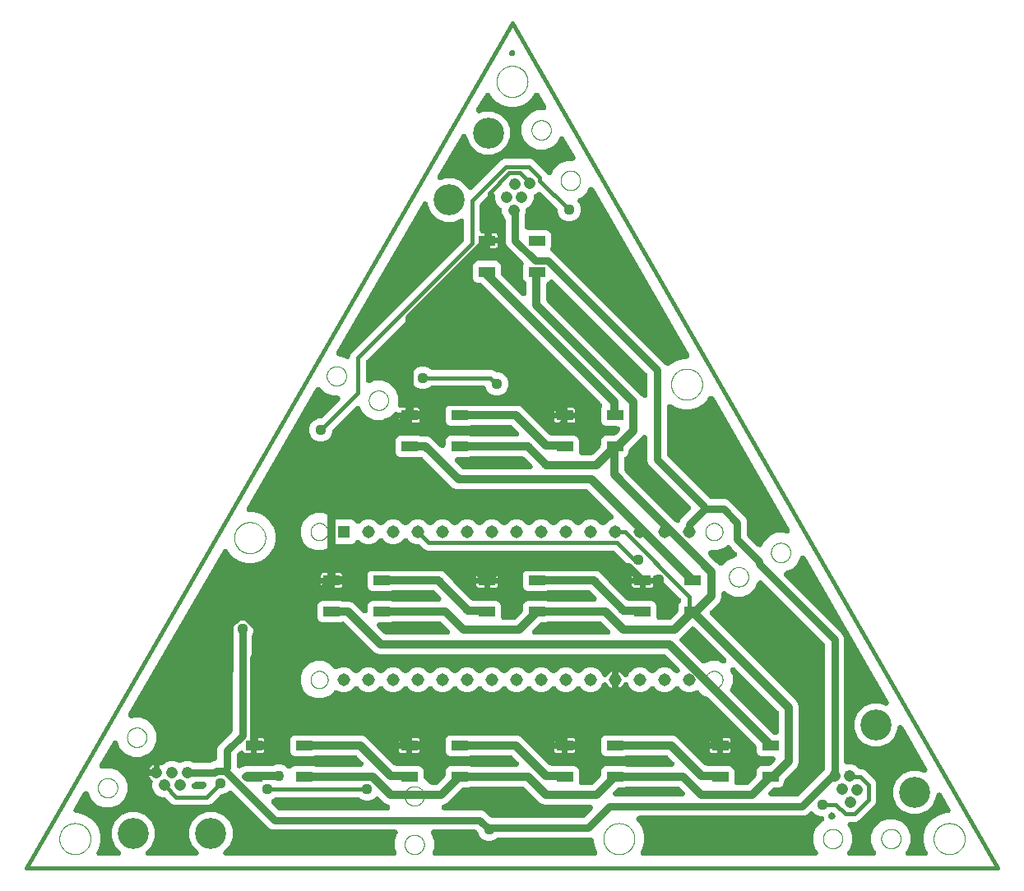
<source format=gtl>
G04 EAGLE Gerber RS-274X export*
G75*
%MOMM*%
%FSLAX34Y34*%
%LPD*%
%INTop Layer*%
%IPPOS*%
%AMOC8*
5,1,8,0,0,1.08239X$1,22.5*%
G01*
%ADD10C,0.406400*%
%ADD11C,0.000000*%
%ADD12R,1.651000X1.000000*%
%ADD13R,1.308000X1.308000*%
%ADD14C,1.308000*%
%ADD15C,3.200000*%
%ADD16C,1.208000*%
%ADD17C,0.812800*%
%ADD18C,0.381000*%
%ADD19C,1.117600*%
%ADD20C,0.762000*%
%ADD21C,1.108000*%

G36*
X174477Y12194D02*
X174477Y12194D01*
X174685Y12216D01*
X174893Y12233D01*
X174930Y12242D01*
X174968Y12246D01*
X175169Y12301D01*
X175372Y12351D01*
X175407Y12366D01*
X175443Y12377D01*
X175633Y12464D01*
X175825Y12546D01*
X175857Y12566D01*
X175892Y12582D01*
X176065Y12699D01*
X176241Y12811D01*
X176269Y12836D01*
X176301Y12858D01*
X176453Y13001D01*
X176609Y13140D01*
X176633Y13169D01*
X176661Y13195D01*
X176788Y13361D01*
X176919Y13524D01*
X176938Y13557D01*
X176961Y13587D01*
X177060Y13771D01*
X177163Y13952D01*
X177176Y13988D01*
X177194Y14022D01*
X177262Y14219D01*
X177334Y14415D01*
X177342Y14452D01*
X177354Y14488D01*
X177389Y14695D01*
X177429Y14899D01*
X177430Y14937D01*
X177437Y14975D01*
X177438Y15184D01*
X177445Y15392D01*
X177440Y15430D01*
X177440Y15468D01*
X177407Y15675D01*
X177380Y15881D01*
X177369Y15918D01*
X177363Y15955D01*
X177298Y16154D01*
X177238Y16353D01*
X177221Y16388D01*
X177209Y16424D01*
X177112Y16609D01*
X177021Y16797D01*
X176999Y16828D01*
X176981Y16862D01*
X176923Y16934D01*
X176735Y17199D01*
X176614Y17321D01*
X176556Y17395D01*
X171267Y22683D01*
X167903Y30805D01*
X167903Y39595D01*
X171267Y47717D01*
X177483Y53933D01*
X185605Y57297D01*
X194395Y57297D01*
X202517Y53933D01*
X208733Y47717D01*
X212097Y39595D01*
X212097Y30805D01*
X208733Y22683D01*
X203444Y17395D01*
X203419Y17366D01*
X203391Y17340D01*
X203260Y17178D01*
X203125Y17019D01*
X203105Y16986D01*
X203081Y16956D01*
X202978Y16775D01*
X202870Y16596D01*
X202856Y16561D01*
X202837Y16528D01*
X202764Y16332D01*
X202687Y16138D01*
X202679Y16101D01*
X202666Y16065D01*
X202625Y15860D01*
X202580Y15656D01*
X202578Y15618D01*
X202571Y15581D01*
X202564Y15373D01*
X202553Y15164D01*
X202557Y15126D01*
X202555Y15088D01*
X202583Y14881D01*
X202605Y14673D01*
X202615Y14637D01*
X202620Y14599D01*
X202680Y14399D01*
X202735Y14198D01*
X202751Y14163D01*
X202762Y14126D01*
X202854Y13939D01*
X202941Y13749D01*
X202963Y13717D01*
X202979Y13683D01*
X203100Y13514D01*
X203217Y13340D01*
X203243Y13312D01*
X203265Y13281D01*
X203411Y13133D01*
X203554Y12980D01*
X203585Y12957D01*
X203611Y12930D01*
X203780Y12807D01*
X203946Y12680D01*
X203979Y12662D01*
X204010Y12640D01*
X204196Y12546D01*
X204381Y12447D01*
X204417Y12434D01*
X204451Y12417D01*
X204649Y12355D01*
X204847Y12287D01*
X204885Y12281D01*
X204921Y12269D01*
X205014Y12259D01*
X205334Y12204D01*
X205506Y12203D01*
X205599Y12193D01*
X377895Y12193D01*
X378075Y12207D01*
X378255Y12214D01*
X378320Y12227D01*
X378386Y12233D01*
X378562Y12276D01*
X378738Y12312D01*
X378801Y12335D01*
X378865Y12351D01*
X379031Y12423D01*
X379200Y12486D01*
X379257Y12520D01*
X379319Y12546D01*
X379471Y12643D01*
X379627Y12733D01*
X379679Y12775D01*
X379735Y12811D01*
X379869Y12931D01*
X380009Y13046D01*
X380053Y13095D01*
X380102Y13140D01*
X380216Y13280D01*
X380335Y13415D01*
X380371Y13472D01*
X380412Y13524D01*
X380502Y13680D01*
X380598Y13833D01*
X380623Y13894D01*
X380656Y13952D01*
X380719Y14122D01*
X380789Y14288D01*
X380805Y14352D01*
X380828Y14415D01*
X380863Y14592D01*
X380905Y14767D01*
X380910Y14834D01*
X380923Y14899D01*
X380928Y15079D01*
X380942Y15259D01*
X380936Y15326D01*
X380938Y15392D01*
X380914Y15571D01*
X380899Y15751D01*
X380884Y15801D01*
X380874Y15881D01*
X380731Y16353D01*
X380716Y16384D01*
X380710Y16406D01*
X379217Y20009D01*
X379217Y28030D01*
X382143Y35092D01*
X382198Y35264D01*
X382261Y35433D01*
X382274Y35499D01*
X382294Y35562D01*
X382321Y35741D01*
X382356Y35918D01*
X382358Y35984D01*
X382368Y36050D01*
X382366Y36231D01*
X382371Y36411D01*
X382363Y36476D01*
X382362Y36543D01*
X382330Y36721D01*
X382307Y36900D01*
X382288Y36963D01*
X382276Y37029D01*
X382216Y37199D01*
X382164Y37372D01*
X382135Y37432D01*
X382113Y37495D01*
X382027Y37653D01*
X381947Y37815D01*
X381909Y37869D01*
X381877Y37928D01*
X381766Y38070D01*
X381662Y38217D01*
X381615Y38265D01*
X381574Y38317D01*
X381442Y38440D01*
X381315Y38568D01*
X381261Y38608D01*
X381213Y38653D01*
X381062Y38753D01*
X380916Y38859D01*
X380857Y38889D01*
X380802Y38926D01*
X380637Y39000D01*
X380476Y39081D01*
X380412Y39101D01*
X380352Y39128D01*
X380178Y39175D01*
X380005Y39229D01*
X379953Y39235D01*
X379875Y39256D01*
X379384Y39305D01*
X379351Y39303D01*
X379328Y39306D01*
X253617Y39306D01*
X249976Y40814D01*
X246760Y44029D01*
X212168Y78622D01*
X212110Y78671D01*
X212058Y78726D01*
X211923Y78830D01*
X211792Y78941D01*
X211727Y78980D01*
X211667Y79027D01*
X211516Y79107D01*
X211370Y79196D01*
X211299Y79224D01*
X211232Y79260D01*
X211070Y79315D01*
X210912Y79379D01*
X210837Y79395D01*
X210765Y79420D01*
X210597Y79449D01*
X210430Y79485D01*
X210354Y79490D01*
X210279Y79503D01*
X210108Y79504D01*
X209937Y79513D01*
X209862Y79505D01*
X209785Y79506D01*
X209616Y79479D01*
X209447Y79461D01*
X209374Y79441D01*
X209298Y79429D01*
X209136Y79375D01*
X208971Y79330D01*
X208902Y79299D01*
X208829Y79275D01*
X208678Y79196D01*
X208523Y79125D01*
X208459Y79082D01*
X208392Y79047D01*
X208310Y78981D01*
X208113Y78849D01*
X207941Y78687D01*
X207859Y78622D01*
X206644Y77407D01*
X202349Y75628D01*
X200919Y75628D01*
X200805Y75619D01*
X200691Y75619D01*
X200559Y75599D01*
X200427Y75588D01*
X200316Y75560D01*
X200203Y75543D01*
X200077Y75501D01*
X199948Y75469D01*
X199843Y75424D01*
X199735Y75388D01*
X199617Y75327D01*
X199495Y75275D01*
X199398Y75213D01*
X199297Y75161D01*
X199224Y75102D01*
X199129Y75041D01*
X199079Y75010D01*
X198837Y74793D01*
X198764Y74735D01*
X190270Y66241D01*
X189601Y65964D01*
X187329Y65023D01*
X152396Y65023D01*
X149455Y66241D01*
X146775Y68921D01*
X143726Y71971D01*
X143639Y72045D01*
X143558Y72126D01*
X143451Y72204D01*
X143350Y72290D01*
X143252Y72349D01*
X143160Y72416D01*
X143041Y72476D01*
X142927Y72545D01*
X142821Y72587D01*
X142719Y72639D01*
X142592Y72679D01*
X142469Y72728D01*
X142358Y72753D01*
X142249Y72787D01*
X142155Y72797D01*
X141987Y72835D01*
X141663Y72853D01*
X141571Y72863D01*
X139586Y72863D01*
X135125Y74711D01*
X131711Y78125D01*
X129863Y82586D01*
X129863Y87414D01*
X129894Y87489D01*
X129959Y87689D01*
X130028Y87889D01*
X130035Y87925D01*
X130046Y87959D01*
X130077Y88167D01*
X130113Y88375D01*
X130114Y88411D01*
X130119Y88447D01*
X130117Y88657D01*
X130119Y88868D01*
X130113Y88904D01*
X130113Y88940D01*
X130076Y89147D01*
X130045Y89356D01*
X130034Y89390D01*
X130027Y89426D01*
X129958Y89624D01*
X129893Y89825D01*
X129876Y89857D01*
X129864Y89891D01*
X129764Y90076D01*
X129667Y90264D01*
X129646Y90293D01*
X129628Y90325D01*
X129500Y90490D01*
X129374Y90661D01*
X129352Y90681D01*
X129326Y90714D01*
X128964Y91050D01*
X128905Y91089D01*
X128870Y91121D01*
X128410Y91455D01*
X127455Y92410D01*
X126661Y93503D01*
X126048Y94706D01*
X125968Y94953D01*
X133707Y94953D01*
X133924Y94970D01*
X134141Y94984D01*
X134164Y94990D01*
X134198Y94993D01*
X134677Y95111D01*
X134678Y95112D01*
X134750Y95143D01*
X134801Y95156D01*
X134965Y95235D01*
X135007Y95253D01*
X135113Y95285D01*
X135114Y95285D01*
X135124Y95290D01*
X135132Y95292D01*
X135344Y95398D01*
X135557Y95502D01*
X135565Y95507D01*
X135574Y95512D01*
X135765Y95650D01*
X135959Y95787D01*
X135966Y95794D01*
X135974Y95800D01*
X136141Y95967D01*
X136310Y96134D01*
X136316Y96142D01*
X136323Y96149D01*
X136461Y96342D01*
X136600Y96533D01*
X136605Y96541D01*
X136611Y96549D01*
X136717Y96763D01*
X136823Y96973D01*
X136826Y96982D01*
X136830Y96991D01*
X136900Y97218D01*
X136971Y97444D01*
X136972Y97452D01*
X136975Y97463D01*
X137043Y97951D01*
X137040Y98056D01*
X137047Y98121D01*
X137047Y106032D01*
X137294Y105952D01*
X137636Y105778D01*
X137721Y105743D01*
X137801Y105700D01*
X137948Y105649D01*
X138092Y105590D01*
X138181Y105569D01*
X138268Y105540D01*
X138421Y105514D01*
X138573Y105479D01*
X138664Y105472D01*
X138754Y105457D01*
X138910Y105456D01*
X139065Y105446D01*
X139156Y105455D01*
X139247Y105454D01*
X139402Y105478D01*
X139556Y105493D01*
X139644Y105517D01*
X139735Y105531D01*
X139883Y105579D01*
X140033Y105619D01*
X140116Y105656D01*
X140203Y105685D01*
X140341Y105757D01*
X140483Y105820D01*
X140560Y105871D01*
X140641Y105913D01*
X140721Y105977D01*
X140896Y106092D01*
X141092Y106273D01*
X141174Y106338D01*
X143125Y108289D01*
X147152Y109957D01*
X147153Y109957D01*
X147586Y110137D01*
X152414Y110137D01*
X156834Y108306D01*
X156943Y108271D01*
X157048Y108227D01*
X157177Y108195D01*
X157303Y108155D01*
X157416Y108138D01*
X157527Y108111D01*
X157660Y108101D01*
X157791Y108081D01*
X157905Y108083D01*
X158019Y108074D01*
X158152Y108086D01*
X158285Y108087D01*
X158397Y108107D01*
X158511Y108117D01*
X158601Y108143D01*
X158770Y108173D01*
X159077Y108280D01*
X159166Y108306D01*
X163586Y110137D01*
X168414Y110137D01*
X172212Y108564D01*
X172221Y108561D01*
X172230Y108556D01*
X172458Y108484D01*
X172681Y108412D01*
X172691Y108411D01*
X172700Y108408D01*
X172741Y108404D01*
X173169Y108339D01*
X173300Y108341D01*
X173378Y108332D01*
X188853Y108332D01*
X188863Y108333D01*
X188873Y108332D01*
X189108Y108352D01*
X189345Y108372D01*
X189354Y108374D01*
X189364Y108375D01*
X189402Y108386D01*
X189824Y108490D01*
X189944Y108542D01*
X190019Y108564D01*
X193292Y109919D01*
X193421Y109919D01*
X193497Y109925D01*
X193573Y109923D01*
X193742Y109945D01*
X193913Y109959D01*
X193987Y109978D01*
X194062Y109987D01*
X194226Y110037D01*
X194392Y110078D01*
X194461Y110108D01*
X194535Y110130D01*
X194688Y110205D01*
X194845Y110272D01*
X194909Y110313D01*
X194978Y110347D01*
X195117Y110446D01*
X195261Y110537D01*
X195318Y110588D01*
X195380Y110632D01*
X195501Y110752D01*
X195629Y110866D01*
X195677Y110926D01*
X195731Y110979D01*
X195832Y111117D01*
X195939Y111250D01*
X195976Y111316D01*
X196021Y111378D01*
X196098Y111530D01*
X196183Y111679D01*
X196209Y111750D01*
X196244Y111818D01*
X196295Y111981D01*
X196354Y112141D01*
X196369Y112216D01*
X196392Y112289D01*
X196404Y112394D01*
X196449Y112625D01*
X196456Y112862D01*
X196468Y112966D01*
X196468Y122621D01*
X197976Y126262D01*
X211451Y139736D01*
X211525Y139823D01*
X211606Y139903D01*
X211684Y140011D01*
X211770Y140112D01*
X211829Y140210D01*
X211896Y140302D01*
X211956Y140420D01*
X212025Y140534D01*
X212067Y140641D01*
X212119Y140742D01*
X212159Y140869D01*
X212208Y140993D01*
X212233Y141104D01*
X212267Y141213D01*
X212277Y141306D01*
X212315Y141474D01*
X212333Y141798D01*
X212343Y141891D01*
X212343Y238840D01*
X212342Y238849D01*
X212343Y238859D01*
X212323Y239094D01*
X212303Y239331D01*
X212301Y239341D01*
X212300Y239350D01*
X212289Y239389D01*
X212185Y239810D01*
X212133Y239930D01*
X212111Y240006D01*
X210565Y243738D01*
X210565Y248387D01*
X212344Y252681D01*
X215631Y255968D01*
X219926Y257747D01*
X224574Y257747D01*
X228869Y255968D01*
X232156Y252681D01*
X233935Y248387D01*
X233935Y243738D01*
X232389Y240006D01*
X232386Y239997D01*
X232381Y239988D01*
X232309Y239760D01*
X232237Y239536D01*
X232236Y239527D01*
X232233Y239517D01*
X232229Y239477D01*
X232164Y239048D01*
X232166Y238918D01*
X232157Y238840D01*
X232157Y136588D01*
X232163Y136512D01*
X232161Y136436D01*
X232183Y136267D01*
X232197Y136096D01*
X232215Y136022D01*
X232225Y135947D01*
X232274Y135783D01*
X232315Y135617D01*
X232345Y135548D01*
X232367Y135474D01*
X232443Y135321D01*
X232510Y135164D01*
X232551Y135100D01*
X232584Y135031D01*
X232683Y134892D01*
X232775Y134748D01*
X232826Y134691D01*
X232870Y134629D01*
X232990Y134508D01*
X233104Y134380D01*
X233163Y134332D01*
X233217Y134278D01*
X233355Y134177D01*
X233488Y134070D01*
X233554Y134033D01*
X233615Y133988D01*
X233768Y133911D01*
X233916Y133826D01*
X233988Y133800D01*
X234056Y133765D01*
X234219Y133714D01*
X234379Y133655D01*
X234454Y133640D01*
X234526Y133617D01*
X234631Y133605D01*
X234863Y133560D01*
X235099Y133553D01*
X235204Y133541D01*
X242820Y133541D01*
X243466Y133368D01*
X244045Y133033D01*
X244518Y132560D01*
X244853Y131981D01*
X245026Y131335D01*
X245026Y129047D01*
X234230Y129047D01*
X234154Y129041D01*
X234078Y129044D01*
X233909Y129021D01*
X233739Y129007D01*
X233665Y128989D01*
X233589Y128979D01*
X233425Y128930D01*
X233260Y128889D01*
X233190Y128859D01*
X233117Y128837D01*
X232963Y128762D01*
X232806Y128694D01*
X232742Y128653D01*
X232674Y128620D01*
X232534Y128521D01*
X232390Y128429D01*
X232334Y128378D01*
X232271Y128334D01*
X232150Y128214D01*
X232022Y128100D01*
X231974Y128041D01*
X231920Y127987D01*
X231819Y127849D01*
X231712Y127716D01*
X231674Y127650D01*
X231629Y127588D01*
X231553Y127436D01*
X231468Y127287D01*
X231441Y127216D01*
X231407Y127148D01*
X231356Y126985D01*
X231296Y126825D01*
X231282Y126750D01*
X231259Y126677D01*
X231247Y126573D01*
X231202Y126341D01*
X231194Y126105D01*
X231183Y126000D01*
X231183Y118459D01*
X225640Y118459D01*
X224994Y118632D01*
X224415Y118967D01*
X223713Y119669D01*
X223655Y119718D01*
X223603Y119773D01*
X223467Y119877D01*
X223337Y119988D01*
X223272Y120027D01*
X223212Y120074D01*
X223061Y120154D01*
X222915Y120243D01*
X222844Y120271D01*
X222777Y120307D01*
X222615Y120362D01*
X222457Y120426D01*
X222382Y120442D01*
X222310Y120467D01*
X222142Y120496D01*
X221975Y120533D01*
X221899Y120537D01*
X221824Y120550D01*
X221653Y120551D01*
X221483Y120560D01*
X221407Y120552D01*
X221331Y120553D01*
X221162Y120526D01*
X220992Y120508D01*
X220918Y120488D01*
X220843Y120476D01*
X220681Y120423D01*
X220516Y120377D01*
X220447Y120346D01*
X220375Y120322D01*
X220223Y120243D01*
X220068Y120172D01*
X220005Y120129D01*
X219937Y120094D01*
X219855Y120028D01*
X219659Y119896D01*
X219486Y119734D01*
X219404Y119669D01*
X217174Y117439D01*
X217100Y117352D01*
X217019Y117272D01*
X216941Y117164D01*
X216855Y117063D01*
X216796Y116965D01*
X216729Y116873D01*
X216669Y116754D01*
X216600Y116640D01*
X216558Y116534D01*
X216506Y116433D01*
X216466Y116306D01*
X216417Y116182D01*
X216392Y116071D01*
X216358Y115962D01*
X216348Y115869D01*
X216310Y115701D01*
X216292Y115377D01*
X216282Y115284D01*
X216282Y105533D01*
X216296Y105353D01*
X216303Y105173D01*
X216316Y105107D01*
X216322Y105041D01*
X216365Y104866D01*
X216401Y104689D01*
X216424Y104627D01*
X216440Y104562D01*
X216512Y104397D01*
X216575Y104228D01*
X216609Y104170D01*
X216635Y104109D01*
X216732Y103957D01*
X216822Y103800D01*
X216864Y103749D01*
X216900Y103693D01*
X217020Y103559D01*
X217135Y103419D01*
X217184Y103375D01*
X217229Y103325D01*
X217369Y103212D01*
X217505Y103092D01*
X217561Y103057D01*
X217613Y103015D01*
X217769Y102926D01*
X217922Y102830D01*
X217984Y102804D01*
X218041Y102771D01*
X218211Y102708D01*
X218377Y102638D01*
X218441Y102623D01*
X218504Y102600D01*
X218681Y102565D01*
X218856Y102523D01*
X218923Y102518D01*
X218988Y102505D01*
X219168Y102499D01*
X219348Y102486D01*
X219415Y102492D01*
X219481Y102490D01*
X219660Y102513D01*
X219840Y102529D01*
X219891Y102543D01*
X219970Y102554D01*
X220442Y102696D01*
X220473Y102711D01*
X220495Y102718D01*
X220918Y102893D01*
X220926Y102897D01*
X220935Y102900D01*
X221146Y103010D01*
X221357Y103118D01*
X221364Y103124D01*
X221373Y103128D01*
X221404Y103153D01*
X221754Y103411D01*
X221845Y103504D01*
X221906Y103553D01*
X222521Y104169D01*
X224762Y105097D01*
X243698Y105097D01*
X243799Y105055D01*
X243859Y105035D01*
X243915Y105009D01*
X244093Y104960D01*
X244269Y104903D01*
X244331Y104894D01*
X244391Y104877D01*
X244495Y104869D01*
X244757Y104830D01*
X244968Y104832D01*
X245071Y104824D01*
X252260Y105072D01*
X252463Y105096D01*
X252666Y105114D01*
X252699Y105123D01*
X252750Y105129D01*
X252861Y105161D01*
X253516Y105161D01*
X253525Y105162D01*
X253535Y105161D01*
X253770Y105181D01*
X254008Y105201D01*
X254017Y105203D01*
X254027Y105204D01*
X254065Y105215D01*
X254486Y105319D01*
X254607Y105371D01*
X254682Y105393D01*
X257685Y106637D01*
X262315Y106637D01*
X266592Y104865D01*
X268520Y102937D01*
X268578Y102887D01*
X268630Y102832D01*
X268766Y102728D01*
X268896Y102617D01*
X268961Y102578D01*
X269022Y102532D01*
X269172Y102451D01*
X269319Y102363D01*
X269389Y102334D01*
X269457Y102298D01*
X269618Y102243D01*
X269777Y102180D01*
X269851Y102163D01*
X269923Y102138D01*
X270092Y102110D01*
X270258Y102073D01*
X270334Y102068D01*
X270410Y102056D01*
X270580Y102055D01*
X270751Y102045D01*
X270827Y102053D01*
X270903Y102053D01*
X271072Y102079D01*
X271241Y102097D01*
X271315Y102117D01*
X271390Y102129D01*
X271553Y102183D01*
X271717Y102228D01*
X271786Y102260D01*
X271859Y102284D01*
X272010Y102363D01*
X272166Y102434D01*
X272229Y102476D01*
X272296Y102511D01*
X272379Y102577D01*
X272575Y102709D01*
X272747Y102871D01*
X272830Y102937D01*
X274061Y104169D01*
X276302Y105097D01*
X295238Y105097D01*
X296937Y104393D01*
X296947Y104390D01*
X296955Y104385D01*
X297183Y104313D01*
X297407Y104241D01*
X297416Y104240D01*
X297426Y104237D01*
X297466Y104233D01*
X297895Y104168D01*
X298026Y104170D01*
X298104Y104161D01*
X344113Y104161D01*
X344151Y104164D01*
X344189Y104162D01*
X344397Y104184D01*
X344605Y104201D01*
X344642Y104210D01*
X344680Y104214D01*
X344881Y104269D01*
X345084Y104319D01*
X345119Y104334D01*
X345155Y104345D01*
X345345Y104432D01*
X345537Y104514D01*
X345569Y104534D01*
X345604Y104550D01*
X345777Y104667D01*
X345953Y104779D01*
X345982Y104804D01*
X346013Y104826D01*
X346165Y104969D01*
X346321Y105108D01*
X346345Y105137D01*
X346373Y105163D01*
X346500Y105329D01*
X346631Y105492D01*
X346650Y105525D01*
X346673Y105555D01*
X346772Y105739D01*
X346875Y105920D01*
X346888Y105956D01*
X346906Y105990D01*
X346974Y106187D01*
X347047Y106383D01*
X347054Y106420D01*
X347066Y106456D01*
X347101Y106663D01*
X347141Y106867D01*
X347142Y106905D01*
X347149Y106943D01*
X347150Y107152D01*
X347157Y107360D01*
X347152Y107398D01*
X347152Y107436D01*
X347119Y107643D01*
X347092Y107849D01*
X347081Y107886D01*
X347075Y107923D01*
X347010Y108122D01*
X346950Y108321D01*
X346933Y108356D01*
X346921Y108392D01*
X346824Y108577D01*
X346733Y108765D01*
X346711Y108796D01*
X346693Y108830D01*
X346635Y108902D01*
X346447Y109167D01*
X346326Y109289D01*
X346268Y109363D01*
X340684Y114947D01*
X340600Y115018D01*
X340557Y115062D01*
X340555Y115063D01*
X340517Y115102D01*
X340409Y115180D01*
X340308Y115266D01*
X340210Y115325D01*
X340118Y115392D01*
X339999Y115452D01*
X339885Y115521D01*
X339779Y115563D01*
X339677Y115615D01*
X339550Y115655D01*
X339427Y115704D01*
X339316Y115729D01*
X339207Y115763D01*
X339113Y115773D01*
X338946Y115811D01*
X338621Y115829D01*
X338529Y115839D01*
X298104Y115839D01*
X298094Y115838D01*
X298084Y115839D01*
X297849Y115819D01*
X297612Y115799D01*
X297602Y115797D01*
X297593Y115796D01*
X297554Y115785D01*
X297133Y115681D01*
X297044Y115643D01*
X297036Y115641D01*
X297003Y115626D01*
X296937Y115607D01*
X295238Y114903D01*
X276302Y114903D01*
X274061Y115831D01*
X272346Y117546D01*
X271418Y119787D01*
X271418Y132213D01*
X272346Y134454D01*
X274061Y136169D01*
X276302Y137097D01*
X295238Y137097D01*
X296937Y136393D01*
X296947Y136390D01*
X296955Y136385D01*
X297183Y136313D01*
X297407Y136241D01*
X297416Y136240D01*
X297426Y136237D01*
X297466Y136233D01*
X297895Y136168D01*
X298026Y136170D01*
X298104Y136161D01*
X346021Y136161D01*
X349756Y134614D01*
X359732Y124637D01*
X378316Y106053D01*
X378341Y106032D01*
X378403Y105979D01*
X378483Y105898D01*
X378591Y105820D01*
X378692Y105734D01*
X378750Y105699D01*
X378790Y105675D01*
X378882Y105608D01*
X379001Y105548D01*
X379062Y105511D01*
X379115Y105479D01*
X379221Y105437D01*
X379323Y105385D01*
X379450Y105345D01*
X379573Y105296D01*
X379684Y105271D01*
X379793Y105237D01*
X379887Y105227D01*
X380054Y105189D01*
X380379Y105171D01*
X380471Y105161D01*
X395426Y105161D01*
X395803Y105104D01*
X395934Y105106D01*
X396012Y105097D01*
X403698Y105097D01*
X405939Y104169D01*
X407654Y102454D01*
X408582Y100213D01*
X408582Y94065D01*
X408599Y93847D01*
X408613Y93629D01*
X408619Y93602D01*
X408622Y93573D01*
X408674Y93361D01*
X408723Y93148D01*
X408734Y93122D01*
X408740Y93094D01*
X408827Y92894D01*
X408909Y92691D01*
X408924Y92667D01*
X408935Y92641D01*
X409052Y92457D01*
X409166Y92270D01*
X409185Y92249D01*
X409200Y92225D01*
X409345Y92062D01*
X409488Y91897D01*
X409510Y91878D01*
X409529Y91857D01*
X409698Y91720D01*
X409866Y91580D01*
X409887Y91568D01*
X409913Y91547D01*
X410341Y91303D01*
X410417Y91275D01*
X410463Y91250D01*
X410798Y91111D01*
X415856Y86053D01*
X415943Y85979D01*
X416023Y85898D01*
X416130Y85820D01*
X416232Y85734D01*
X416330Y85675D01*
X416422Y85608D01*
X416540Y85548D01*
X416654Y85479D01*
X416760Y85437D01*
X416862Y85385D01*
X416989Y85345D01*
X417112Y85296D01*
X417224Y85271D01*
X417333Y85237D01*
X417426Y85227D01*
X417594Y85189D01*
X417918Y85171D01*
X418010Y85161D01*
X421299Y85161D01*
X421413Y85170D01*
X421527Y85169D01*
X421658Y85190D01*
X421791Y85201D01*
X421902Y85228D01*
X422014Y85246D01*
X422141Y85287D01*
X422270Y85319D01*
X422374Y85364D01*
X422483Y85400D01*
X422601Y85462D01*
X422723Y85514D01*
X422819Y85575D01*
X422921Y85628D01*
X422994Y85687D01*
X423139Y85779D01*
X423381Y85995D01*
X423454Y86053D01*
X430526Y93125D01*
X430600Y93212D01*
X430681Y93292D01*
X430759Y93400D01*
X430845Y93501D01*
X430904Y93599D01*
X430971Y93691D01*
X431031Y93810D01*
X431100Y93924D01*
X431142Y94030D01*
X431194Y94132D01*
X431234Y94258D01*
X431283Y94382D01*
X431308Y94493D01*
X431342Y94602D01*
X431352Y94696D01*
X431390Y94863D01*
X431408Y95188D01*
X431418Y95280D01*
X431418Y100213D01*
X432346Y102454D01*
X434061Y104169D01*
X436302Y105097D01*
X455238Y105097D01*
X456937Y104393D01*
X456947Y104390D01*
X456955Y104385D01*
X457183Y104313D01*
X457407Y104241D01*
X457416Y104240D01*
X457426Y104237D01*
X457466Y104233D01*
X457895Y104168D01*
X458026Y104170D01*
X458104Y104161D01*
X504113Y104161D01*
X504151Y104164D01*
X504189Y104162D01*
X504397Y104184D01*
X504605Y104201D01*
X504642Y104210D01*
X504680Y104214D01*
X504881Y104269D01*
X505084Y104319D01*
X505119Y104334D01*
X505155Y104345D01*
X505345Y104432D01*
X505537Y104514D01*
X505569Y104534D01*
X505604Y104550D01*
X505777Y104667D01*
X505953Y104779D01*
X505982Y104804D01*
X506013Y104826D01*
X506165Y104969D01*
X506321Y105108D01*
X506345Y105137D01*
X506373Y105163D01*
X506500Y105329D01*
X506631Y105492D01*
X506650Y105525D01*
X506673Y105555D01*
X506772Y105739D01*
X506875Y105920D01*
X506888Y105956D01*
X506906Y105990D01*
X506974Y106187D01*
X507047Y106383D01*
X507054Y106420D01*
X507066Y106456D01*
X507101Y106663D01*
X507141Y106867D01*
X507142Y106905D01*
X507149Y106943D01*
X507150Y107152D01*
X507157Y107360D01*
X507152Y107398D01*
X507152Y107436D01*
X507119Y107643D01*
X507092Y107849D01*
X507081Y107886D01*
X507075Y107923D01*
X507010Y108122D01*
X506950Y108321D01*
X506933Y108356D01*
X506921Y108392D01*
X506824Y108577D01*
X506733Y108765D01*
X506711Y108796D01*
X506693Y108830D01*
X506635Y108902D01*
X506447Y109167D01*
X506326Y109289D01*
X506268Y109363D01*
X500684Y114947D01*
X500600Y115018D01*
X500557Y115062D01*
X500555Y115063D01*
X500517Y115102D01*
X500409Y115180D01*
X500308Y115266D01*
X500210Y115325D01*
X500118Y115392D01*
X499999Y115452D01*
X499885Y115521D01*
X499779Y115563D01*
X499677Y115615D01*
X499550Y115655D01*
X499427Y115704D01*
X499316Y115729D01*
X499207Y115763D01*
X499113Y115773D01*
X498946Y115811D01*
X498621Y115829D01*
X498529Y115839D01*
X458104Y115839D01*
X458094Y115838D01*
X458084Y115839D01*
X457849Y115819D01*
X457612Y115799D01*
X457602Y115797D01*
X457593Y115796D01*
X457554Y115785D01*
X457133Y115681D01*
X457044Y115643D01*
X457036Y115641D01*
X457003Y115626D01*
X456937Y115607D01*
X455238Y114903D01*
X436302Y114903D01*
X434061Y115831D01*
X432346Y117546D01*
X431418Y119787D01*
X431418Y132213D01*
X432346Y134454D01*
X434061Y136169D01*
X436302Y137097D01*
X455238Y137097D01*
X456937Y136393D01*
X456947Y136390D01*
X456955Y136385D01*
X457183Y136313D01*
X457407Y136241D01*
X457416Y136240D01*
X457426Y136237D01*
X457466Y136233D01*
X457895Y136168D01*
X458026Y136170D01*
X458104Y136161D01*
X506021Y136161D01*
X509756Y134614D01*
X519732Y124637D01*
X538316Y106053D01*
X538341Y106032D01*
X538403Y105979D01*
X538483Y105898D01*
X538591Y105820D01*
X538692Y105734D01*
X538750Y105699D01*
X538790Y105675D01*
X538882Y105608D01*
X539001Y105548D01*
X539062Y105511D01*
X539115Y105479D01*
X539221Y105437D01*
X539323Y105385D01*
X539450Y105345D01*
X539573Y105296D01*
X539684Y105271D01*
X539793Y105237D01*
X539887Y105227D01*
X540054Y105189D01*
X540379Y105171D01*
X540471Y105161D01*
X555426Y105161D01*
X555803Y105104D01*
X555934Y105106D01*
X556012Y105097D01*
X563698Y105097D01*
X565939Y104169D01*
X567654Y102454D01*
X568582Y100213D01*
X568582Y88208D01*
X568585Y88165D01*
X568588Y88132D01*
X568586Y88056D01*
X568608Y87887D01*
X568622Y87716D01*
X568640Y87642D01*
X568650Y87567D01*
X568699Y87403D01*
X568740Y87237D01*
X568770Y87168D01*
X568792Y87094D01*
X568868Y86941D01*
X568935Y86784D01*
X568976Y86720D01*
X569009Y86651D01*
X569108Y86512D01*
X569200Y86368D01*
X569251Y86311D01*
X569295Y86249D01*
X569415Y86128D01*
X569529Y86000D01*
X569588Y85952D01*
X569642Y85898D01*
X569780Y85797D01*
X569913Y85690D01*
X569979Y85653D01*
X570040Y85608D01*
X570193Y85531D01*
X570341Y85446D01*
X570413Y85420D01*
X570481Y85385D01*
X570644Y85334D01*
X570804Y85275D01*
X570879Y85260D01*
X570951Y85237D01*
X571056Y85225D01*
X571288Y85180D01*
X571524Y85173D01*
X571629Y85161D01*
X581299Y85161D01*
X581413Y85170D01*
X581527Y85169D01*
X581658Y85190D01*
X581791Y85201D01*
X581902Y85228D01*
X582014Y85246D01*
X582141Y85287D01*
X582270Y85319D01*
X582374Y85364D01*
X582483Y85400D01*
X582601Y85462D01*
X582723Y85514D01*
X582819Y85575D01*
X582921Y85628D01*
X582994Y85687D01*
X583139Y85779D01*
X583381Y85995D01*
X583454Y86053D01*
X590526Y93125D01*
X590600Y93212D01*
X590681Y93292D01*
X590759Y93400D01*
X590845Y93501D01*
X590904Y93599D01*
X590971Y93691D01*
X591031Y93810D01*
X591100Y93924D01*
X591142Y94030D01*
X591194Y94132D01*
X591234Y94258D01*
X591283Y94382D01*
X591308Y94493D01*
X591342Y94602D01*
X591352Y94696D01*
X591390Y94863D01*
X591408Y95188D01*
X591418Y95280D01*
X591418Y100213D01*
X592346Y102454D01*
X594061Y104169D01*
X596302Y105097D01*
X615238Y105097D01*
X616937Y104393D01*
X616947Y104390D01*
X616955Y104385D01*
X617183Y104313D01*
X617407Y104241D01*
X617416Y104240D01*
X617426Y104237D01*
X617466Y104233D01*
X617895Y104168D01*
X618026Y104170D01*
X618104Y104161D01*
X664113Y104161D01*
X664151Y104164D01*
X664189Y104162D01*
X664397Y104184D01*
X664605Y104201D01*
X664642Y104210D01*
X664680Y104214D01*
X664881Y104269D01*
X665084Y104319D01*
X665119Y104334D01*
X665155Y104345D01*
X665345Y104432D01*
X665537Y104514D01*
X665569Y104534D01*
X665604Y104550D01*
X665777Y104667D01*
X665953Y104779D01*
X665982Y104804D01*
X666013Y104826D01*
X666165Y104969D01*
X666321Y105108D01*
X666345Y105137D01*
X666373Y105163D01*
X666500Y105329D01*
X666631Y105492D01*
X666650Y105525D01*
X666673Y105555D01*
X666772Y105739D01*
X666875Y105920D01*
X666888Y105956D01*
X666906Y105990D01*
X666974Y106187D01*
X667047Y106383D01*
X667054Y106420D01*
X667066Y106456D01*
X667101Y106663D01*
X667141Y106867D01*
X667142Y106905D01*
X667149Y106943D01*
X667150Y107152D01*
X667157Y107360D01*
X667152Y107398D01*
X667152Y107436D01*
X667119Y107643D01*
X667092Y107849D01*
X667081Y107886D01*
X667075Y107923D01*
X667010Y108122D01*
X666950Y108321D01*
X666933Y108356D01*
X666921Y108392D01*
X666824Y108577D01*
X666733Y108765D01*
X666711Y108796D01*
X666693Y108830D01*
X666635Y108902D01*
X666447Y109167D01*
X666326Y109289D01*
X666268Y109363D01*
X660684Y114947D01*
X660600Y115018D01*
X660557Y115062D01*
X660555Y115063D01*
X660517Y115102D01*
X660409Y115180D01*
X660308Y115266D01*
X660210Y115325D01*
X660118Y115392D01*
X659999Y115452D01*
X659885Y115521D01*
X659779Y115563D01*
X659677Y115615D01*
X659550Y115655D01*
X659427Y115704D01*
X659316Y115729D01*
X659207Y115763D01*
X659113Y115773D01*
X658946Y115811D01*
X658621Y115829D01*
X658529Y115839D01*
X618104Y115839D01*
X618094Y115838D01*
X618084Y115839D01*
X617849Y115819D01*
X617612Y115799D01*
X617602Y115797D01*
X617593Y115796D01*
X617554Y115785D01*
X617133Y115681D01*
X617044Y115643D01*
X617036Y115641D01*
X617003Y115626D01*
X616937Y115607D01*
X615238Y114903D01*
X596302Y114903D01*
X594061Y115831D01*
X592346Y117546D01*
X591418Y119787D01*
X591418Y132213D01*
X592346Y134454D01*
X594061Y136169D01*
X596302Y137097D01*
X615238Y137097D01*
X616937Y136393D01*
X616947Y136390D01*
X616955Y136385D01*
X617183Y136313D01*
X617407Y136241D01*
X617416Y136240D01*
X617426Y136237D01*
X617466Y136233D01*
X617895Y136168D01*
X618026Y136170D01*
X618104Y136161D01*
X666021Y136161D01*
X669756Y134614D01*
X679732Y124637D01*
X698316Y106053D01*
X698341Y106032D01*
X698403Y105979D01*
X698483Y105898D01*
X698591Y105820D01*
X698692Y105734D01*
X698750Y105699D01*
X698790Y105675D01*
X698882Y105608D01*
X699001Y105548D01*
X699062Y105511D01*
X699115Y105479D01*
X699221Y105437D01*
X699323Y105385D01*
X699450Y105345D01*
X699573Y105296D01*
X699684Y105271D01*
X699793Y105237D01*
X699887Y105227D01*
X700054Y105189D01*
X700379Y105171D01*
X700471Y105161D01*
X715426Y105161D01*
X715803Y105104D01*
X715934Y105106D01*
X716012Y105097D01*
X723698Y105097D01*
X725939Y104169D01*
X727654Y102454D01*
X728582Y100213D01*
X728582Y88208D01*
X728588Y88132D01*
X728586Y88056D01*
X728608Y87887D01*
X728622Y87716D01*
X728640Y87642D01*
X728650Y87567D01*
X728699Y87403D01*
X728740Y87237D01*
X728770Y87168D01*
X728792Y87094D01*
X728868Y86941D01*
X728935Y86784D01*
X728976Y86720D01*
X729009Y86651D01*
X729108Y86512D01*
X729200Y86368D01*
X729251Y86311D01*
X729295Y86249D01*
X729415Y86128D01*
X729529Y86000D01*
X729588Y85952D01*
X729642Y85898D01*
X729780Y85797D01*
X729913Y85690D01*
X729979Y85653D01*
X730040Y85608D01*
X730193Y85531D01*
X730341Y85446D01*
X730413Y85420D01*
X730481Y85385D01*
X730644Y85334D01*
X730804Y85275D01*
X730879Y85260D01*
X730951Y85237D01*
X731056Y85225D01*
X731288Y85180D01*
X731524Y85173D01*
X731629Y85161D01*
X741299Y85161D01*
X741413Y85170D01*
X741527Y85169D01*
X741658Y85190D01*
X741791Y85201D01*
X741902Y85228D01*
X741958Y85237D01*
X742014Y85246D01*
X742057Y85260D01*
X742141Y85287D01*
X742270Y85319D01*
X742374Y85364D01*
X742483Y85400D01*
X742601Y85462D01*
X742723Y85514D01*
X742819Y85575D01*
X742921Y85628D01*
X742994Y85687D01*
X743139Y85779D01*
X743381Y85995D01*
X743454Y86053D01*
X750526Y93125D01*
X750600Y93212D01*
X750681Y93292D01*
X750759Y93400D01*
X750845Y93501D01*
X750904Y93599D01*
X750971Y93691D01*
X751031Y93810D01*
X751100Y93924D01*
X751132Y94004D01*
X751142Y94030D01*
X751194Y94132D01*
X751234Y94258D01*
X751283Y94382D01*
X751308Y94493D01*
X751342Y94602D01*
X751352Y94696D01*
X751390Y94863D01*
X751408Y95188D01*
X751415Y95253D01*
X751418Y95280D01*
X751418Y100213D01*
X752346Y102454D01*
X754061Y104169D01*
X756302Y105097D01*
X764465Y105097D01*
X764579Y105106D01*
X764693Y105105D01*
X764824Y105126D01*
X764957Y105137D01*
X765012Y105150D01*
X765068Y105164D01*
X765105Y105170D01*
X765180Y105182D01*
X765307Y105223D01*
X765436Y105255D01*
X765498Y105282D01*
X765541Y105300D01*
X765649Y105336D01*
X765767Y105398D01*
X765889Y105450D01*
X765985Y105511D01*
X766087Y105564D01*
X766160Y105623D01*
X766305Y105715D01*
X766547Y105931D01*
X766620Y105989D01*
X770332Y109701D01*
X770357Y109730D01*
X770357Y109731D01*
X770385Y109756D01*
X770516Y109918D01*
X770617Y110037D01*
X770651Y110077D01*
X770671Y110110D01*
X770695Y110140D01*
X770784Y110296D01*
X770798Y110320D01*
X770906Y110500D01*
X770920Y110535D01*
X770939Y110568D01*
X771012Y110764D01*
X771050Y110861D01*
X771089Y110958D01*
X771097Y110995D01*
X771111Y111031D01*
X771151Y111235D01*
X771196Y111440D01*
X771198Y111478D01*
X771205Y111515D01*
X771212Y111723D01*
X771223Y111932D01*
X771219Y111970D01*
X771221Y112008D01*
X771193Y112215D01*
X771171Y112423D01*
X771161Y112459D01*
X771156Y112497D01*
X771096Y112697D01*
X771041Y112898D01*
X771025Y112933D01*
X771014Y112970D01*
X770922Y113157D01*
X770835Y113347D01*
X770813Y113379D01*
X770797Y113413D01*
X770676Y113583D01*
X770559Y113756D01*
X770533Y113784D01*
X770511Y113815D01*
X770365Y113963D01*
X770222Y114116D01*
X770191Y114139D01*
X770165Y114166D01*
X769996Y114289D01*
X769830Y114416D01*
X769797Y114434D01*
X769766Y114456D01*
X769580Y114550D01*
X769395Y114649D01*
X769359Y114662D01*
X769325Y114679D01*
X769126Y114741D01*
X768929Y114809D01*
X768891Y114815D01*
X768855Y114827D01*
X768762Y114837D01*
X768442Y114892D01*
X768270Y114893D01*
X768177Y114903D01*
X756302Y114903D01*
X754061Y115831D01*
X752346Y117546D01*
X751418Y119787D01*
X751418Y124720D01*
X751409Y124834D01*
X751410Y124948D01*
X751389Y125079D01*
X751378Y125212D01*
X751351Y125323D01*
X751333Y125435D01*
X751292Y125562D01*
X751260Y125691D01*
X751215Y125795D01*
X751179Y125904D01*
X751117Y126022D01*
X751065Y126144D01*
X751004Y126240D01*
X750951Y126342D01*
X750892Y126415D01*
X750800Y126560D01*
X750584Y126802D01*
X750526Y126875D01*
X702119Y175282D01*
X702111Y175288D01*
X702105Y175295D01*
X701923Y175449D01*
X701743Y175601D01*
X701734Y175606D01*
X701727Y175613D01*
X701692Y175632D01*
X701320Y175856D01*
X701199Y175904D01*
X701130Y175942D01*
X697009Y177650D01*
X692421Y182237D01*
X692255Y182379D01*
X692091Y182523D01*
X692067Y182538D01*
X692045Y182556D01*
X691859Y182669D01*
X691673Y182785D01*
X691647Y182796D01*
X691623Y182811D01*
X691421Y182892D01*
X691219Y182977D01*
X691191Y182984D01*
X691165Y182994D01*
X690951Y183041D01*
X690739Y183093D01*
X690711Y183095D01*
X690683Y183101D01*
X690464Y183113D01*
X690247Y183129D01*
X690219Y183127D01*
X690190Y183129D01*
X689973Y183105D01*
X689756Y183086D01*
X689733Y183080D01*
X689700Y183076D01*
X689224Y182946D01*
X689151Y182912D01*
X689100Y182898D01*
X684914Y181163D01*
X679886Y181163D01*
X675242Y183087D01*
X671855Y186474D01*
X671797Y186524D01*
X671745Y186579D01*
X671609Y186683D01*
X671479Y186794D01*
X671413Y186833D01*
X671353Y186879D01*
X671203Y186960D01*
X671056Y187048D01*
X670986Y187077D01*
X670918Y187113D01*
X670757Y187168D01*
X670598Y187231D01*
X670524Y187248D01*
X670452Y187273D01*
X670283Y187301D01*
X670117Y187338D01*
X670040Y187342D01*
X669965Y187355D01*
X669794Y187356D01*
X669624Y187366D01*
X669548Y187358D01*
X669472Y187358D01*
X669303Y187332D01*
X669133Y187314D01*
X669060Y187293D01*
X668985Y187282D01*
X668822Y187228D01*
X668658Y187183D01*
X668588Y187151D01*
X668516Y187127D01*
X668364Y187048D01*
X668209Y186977D01*
X668146Y186935D01*
X668078Y186900D01*
X667996Y186834D01*
X667800Y186702D01*
X667627Y186540D01*
X667545Y186474D01*
X664158Y183087D01*
X659514Y181163D01*
X654486Y181163D01*
X649842Y183087D01*
X646455Y186474D01*
X646397Y186524D01*
X646345Y186579D01*
X646209Y186683D01*
X646079Y186794D01*
X646013Y186833D01*
X645953Y186879D01*
X645803Y186960D01*
X645656Y187048D01*
X645586Y187077D01*
X645518Y187113D01*
X645357Y187168D01*
X645198Y187231D01*
X645124Y187248D01*
X645052Y187273D01*
X644883Y187301D01*
X644717Y187338D01*
X644640Y187342D01*
X644565Y187355D01*
X644394Y187356D01*
X644224Y187366D01*
X644148Y187358D01*
X644072Y187358D01*
X643903Y187332D01*
X643733Y187314D01*
X643660Y187293D01*
X643585Y187282D01*
X643422Y187228D01*
X643258Y187183D01*
X643188Y187151D01*
X643116Y187127D01*
X642964Y187048D01*
X642809Y186977D01*
X642746Y186935D01*
X642678Y186900D01*
X642596Y186834D01*
X642400Y186702D01*
X642227Y186540D01*
X642145Y186474D01*
X638758Y183087D01*
X634114Y181163D01*
X629086Y181163D01*
X624442Y183087D01*
X621055Y186474D01*
X621054Y186475D01*
X620887Y186642D01*
X619765Y189350D01*
X619690Y189497D01*
X619623Y189648D01*
X619578Y189716D01*
X619540Y189789D01*
X619442Y189922D01*
X619351Y190060D01*
X619296Y190120D01*
X619247Y190186D01*
X619129Y190302D01*
X619017Y190423D01*
X618953Y190473D01*
X618894Y190530D01*
X618758Y190625D01*
X618629Y190727D01*
X618557Y190767D01*
X618490Y190813D01*
X618341Y190885D01*
X618196Y190965D01*
X618119Y190992D01*
X618046Y191027D01*
X617887Y191074D01*
X617731Y191129D01*
X617651Y191144D01*
X617572Y191167D01*
X617408Y191188D01*
X617246Y191217D01*
X617164Y191218D01*
X617083Y191228D01*
X616918Y191222D01*
X616752Y191225D01*
X616671Y191213D01*
X616590Y191210D01*
X616428Y191177D01*
X616264Y191153D01*
X616186Y191128D01*
X616106Y191112D01*
X615952Y191054D01*
X615794Y191003D01*
X615721Y190966D01*
X615645Y190938D01*
X615502Y190855D01*
X615354Y190780D01*
X615289Y190732D01*
X615218Y190691D01*
X615089Y190586D01*
X614956Y190488D01*
X614899Y190430D01*
X614836Y190378D01*
X614726Y190254D01*
X614611Y190137D01*
X614576Y190083D01*
X614509Y190009D01*
X614247Y189591D01*
X614241Y189577D01*
X614235Y189567D01*
X613967Y189041D01*
X613126Y187884D01*
X612116Y186874D01*
X610959Y186033D01*
X609686Y185385D01*
X609247Y185242D01*
X609247Y193800D01*
X609247Y202358D01*
X609686Y202215D01*
X610959Y201567D01*
X612116Y200726D01*
X613126Y199716D01*
X613967Y198559D01*
X614235Y198033D01*
X614322Y197892D01*
X614401Y197747D01*
X614451Y197682D01*
X614494Y197613D01*
X614602Y197488D01*
X614703Y197357D01*
X614763Y197302D01*
X614817Y197240D01*
X614944Y197134D01*
X615065Y197022D01*
X615133Y196977D01*
X615196Y196924D01*
X615338Y196840D01*
X615476Y196749D01*
X615551Y196715D01*
X615621Y196674D01*
X615775Y196614D01*
X615926Y196546D01*
X616005Y196525D01*
X616081Y196495D01*
X616243Y196461D01*
X616402Y196418D01*
X616484Y196410D01*
X616564Y196393D01*
X616729Y196386D01*
X616893Y196369D01*
X616975Y196374D01*
X617057Y196371D01*
X617221Y196390D01*
X617386Y196400D01*
X617465Y196418D01*
X617547Y196428D01*
X617706Y196473D01*
X617867Y196510D01*
X617942Y196541D01*
X618021Y196563D01*
X618170Y196634D01*
X618324Y196696D01*
X618393Y196739D01*
X618467Y196773D01*
X618603Y196867D01*
X618745Y196953D01*
X618806Y197006D01*
X618874Y197053D01*
X618993Y197167D01*
X619118Y197275D01*
X619171Y197338D01*
X619230Y197394D01*
X619329Y197526D01*
X619435Y197653D01*
X619466Y197709D01*
X619526Y197789D01*
X619755Y198226D01*
X619760Y198240D01*
X619765Y198250D01*
X620887Y200958D01*
X621054Y201126D01*
X621055Y201126D01*
X624442Y204513D01*
X629086Y206437D01*
X634114Y206437D01*
X638758Y204513D01*
X642145Y201126D01*
X642203Y201077D01*
X642256Y201021D01*
X642391Y200917D01*
X642521Y200806D01*
X642586Y200767D01*
X642647Y200721D01*
X642684Y200700D01*
X642798Y200640D01*
X642944Y200552D01*
X643015Y200523D01*
X643082Y200487D01*
X643243Y200432D01*
X643402Y200369D01*
X643476Y200352D01*
X643548Y200327D01*
X643717Y200299D01*
X643884Y200262D01*
X643960Y200258D01*
X644035Y200245D01*
X644206Y200244D01*
X644376Y200234D01*
X644452Y200242D01*
X644528Y200242D01*
X644697Y200268D01*
X644867Y200286D01*
X644940Y200307D01*
X645015Y200318D01*
X645178Y200372D01*
X645342Y200417D01*
X645412Y200449D01*
X645484Y200473D01*
X645635Y200552D01*
X645791Y200623D01*
X645854Y200665D01*
X645922Y200700D01*
X646004Y200766D01*
X646200Y200898D01*
X646372Y201060D01*
X646455Y201126D01*
X649842Y204513D01*
X654486Y206437D01*
X659514Y206437D01*
X664158Y204513D01*
X667545Y201126D01*
X667604Y201076D01*
X667656Y201020D01*
X667791Y200917D01*
X667921Y200806D01*
X667987Y200767D01*
X668048Y200720D01*
X668198Y200640D01*
X668344Y200552D01*
X668415Y200523D01*
X668482Y200487D01*
X668644Y200432D01*
X668802Y200369D01*
X668877Y200352D01*
X668949Y200327D01*
X669117Y200299D01*
X669284Y200262D01*
X669360Y200258D01*
X669436Y200245D01*
X669606Y200244D01*
X669776Y200234D01*
X669852Y200242D01*
X669929Y200242D01*
X670097Y200268D01*
X670267Y200286D01*
X670341Y200307D01*
X670416Y200319D01*
X670578Y200372D01*
X670742Y200417D01*
X670812Y200449D01*
X670885Y200473D01*
X671036Y200552D01*
X671191Y200623D01*
X671254Y200666D01*
X671322Y200701D01*
X671405Y200767D01*
X671600Y200898D01*
X671773Y201061D01*
X671855Y201126D01*
X671911Y201182D01*
X671946Y201223D01*
X671960Y201236D01*
X671969Y201248D01*
X672015Y201291D01*
X672119Y201427D01*
X672230Y201558D01*
X672269Y201623D01*
X672315Y201683D01*
X672396Y201833D01*
X672484Y201980D01*
X672513Y202051D01*
X672548Y202117D01*
X672604Y202280D01*
X672667Y202438D01*
X672684Y202512D01*
X672708Y202584D01*
X672737Y202753D01*
X672774Y202920D01*
X672778Y202996D01*
X672791Y203070D01*
X672792Y203242D01*
X672802Y203413D01*
X672794Y203488D01*
X672794Y203564D01*
X672767Y203733D01*
X672749Y203903D01*
X672729Y203976D01*
X672717Y204051D01*
X672664Y204214D01*
X672618Y204379D01*
X672587Y204448D01*
X672563Y204520D01*
X672484Y204672D01*
X672413Y204827D01*
X672370Y204890D01*
X672335Y204957D01*
X672270Y205040D01*
X672137Y205237D01*
X671976Y205408D01*
X671910Y205491D01*
X658454Y218947D01*
X658367Y219021D01*
X658287Y219102D01*
X658179Y219180D01*
X658078Y219266D01*
X657980Y219325D01*
X657888Y219392D01*
X657769Y219452D01*
X657655Y219521D01*
X657549Y219563D01*
X657447Y219615D01*
X657320Y219655D01*
X657197Y219704D01*
X657086Y219729D01*
X656977Y219763D01*
X656883Y219773D01*
X656716Y219811D01*
X656391Y219829D01*
X656299Y219839D01*
X362979Y219839D01*
X359244Y221386D01*
X355958Y224673D01*
X327987Y252644D01*
X327821Y252785D01*
X327657Y252930D01*
X327633Y252945D01*
X327611Y252963D01*
X327423Y253076D01*
X327239Y253192D01*
X327213Y253203D01*
X327188Y253218D01*
X326986Y253299D01*
X326784Y253384D01*
X326756Y253390D01*
X326730Y253401D01*
X326517Y253448D01*
X326305Y253499D01*
X326276Y253502D01*
X326249Y253508D01*
X326030Y253520D01*
X325813Y253536D01*
X325784Y253534D01*
X325756Y253535D01*
X325539Y253512D01*
X325321Y253493D01*
X325299Y253487D01*
X325265Y253483D01*
X324790Y253352D01*
X324717Y253319D01*
X324666Y253304D01*
X323698Y252903D01*
X304762Y252903D01*
X302521Y253831D01*
X300806Y255546D01*
X299878Y257787D01*
X299878Y270213D01*
X300806Y272454D01*
X302521Y274169D01*
X304762Y275097D01*
X323698Y275097D01*
X325397Y274393D01*
X325407Y274390D01*
X325415Y274385D01*
X325643Y274313D01*
X325867Y274241D01*
X325876Y274240D01*
X325886Y274237D01*
X325926Y274233D01*
X326355Y274168D01*
X326486Y274170D01*
X326564Y274161D01*
X333021Y274161D01*
X336756Y272614D01*
X346216Y263153D01*
X346245Y263128D01*
X346271Y263100D01*
X346433Y262969D01*
X346592Y262834D01*
X346625Y262814D01*
X346655Y262790D01*
X346836Y262687D01*
X347015Y262579D01*
X347050Y262565D01*
X347083Y262546D01*
X347279Y262473D01*
X347473Y262396D01*
X347510Y262388D01*
X347546Y262374D01*
X347751Y262334D01*
X347955Y262289D01*
X347993Y262287D01*
X348030Y262280D01*
X348238Y262273D01*
X348447Y262262D01*
X348485Y262266D01*
X348523Y262264D01*
X348730Y262292D01*
X348938Y262314D01*
X348974Y262324D01*
X349012Y262329D01*
X349212Y262389D01*
X349413Y262444D01*
X349448Y262460D01*
X349485Y262471D01*
X349672Y262563D01*
X349862Y262650D01*
X349894Y262672D01*
X349928Y262688D01*
X350097Y262809D01*
X350271Y262926D01*
X350299Y262952D01*
X350330Y262974D01*
X350478Y263120D01*
X350631Y263263D01*
X350654Y263294D01*
X350681Y263320D01*
X350804Y263489D01*
X350931Y263655D01*
X350949Y263688D01*
X350971Y263719D01*
X351065Y263905D01*
X351164Y264090D01*
X351177Y264126D01*
X351194Y264160D01*
X351256Y264358D01*
X351324Y264556D01*
X351330Y264594D01*
X351342Y264630D01*
X351352Y264723D01*
X351407Y265043D01*
X351408Y265215D01*
X351418Y265308D01*
X351418Y270213D01*
X352346Y272454D01*
X354061Y274169D01*
X356302Y275097D01*
X375238Y275097D01*
X376937Y274393D01*
X376947Y274390D01*
X376955Y274385D01*
X377183Y274313D01*
X377407Y274241D01*
X377416Y274240D01*
X377426Y274237D01*
X377466Y274233D01*
X377895Y274168D01*
X378026Y274170D01*
X378104Y274161D01*
X424113Y274161D01*
X424151Y274164D01*
X424189Y274162D01*
X424397Y274184D01*
X424605Y274201D01*
X424642Y274210D01*
X424680Y274214D01*
X424881Y274269D01*
X425084Y274319D01*
X425119Y274334D01*
X425155Y274345D01*
X425345Y274432D01*
X425537Y274514D01*
X425569Y274534D01*
X425604Y274550D01*
X425777Y274667D01*
X425953Y274779D01*
X425982Y274804D01*
X426013Y274826D01*
X426165Y274969D01*
X426321Y275108D01*
X426345Y275137D01*
X426373Y275163D01*
X426494Y275321D01*
X426500Y275329D01*
X426631Y275492D01*
X426650Y275525D01*
X426673Y275555D01*
X426772Y275739D01*
X426875Y275920D01*
X426888Y275956D01*
X426906Y275990D01*
X426974Y276187D01*
X427047Y276383D01*
X427054Y276420D01*
X427066Y276456D01*
X427101Y276662D01*
X427141Y276867D01*
X427142Y276905D01*
X427149Y276943D01*
X427150Y277152D01*
X427157Y277360D01*
X427152Y277398D01*
X427152Y277436D01*
X427119Y277643D01*
X427092Y277849D01*
X427081Y277886D01*
X427075Y277923D01*
X427010Y278122D01*
X426950Y278321D01*
X426933Y278356D01*
X426921Y278392D01*
X426824Y278577D01*
X426733Y278765D01*
X426711Y278796D01*
X426693Y278830D01*
X426635Y278902D01*
X426447Y279167D01*
X426326Y279289D01*
X426268Y279363D01*
X420684Y284947D01*
X420597Y285021D01*
X420517Y285102D01*
X420409Y285180D01*
X420308Y285266D01*
X420210Y285325D01*
X420118Y285392D01*
X419999Y285452D01*
X419885Y285521D01*
X419779Y285563D01*
X419677Y285615D01*
X419550Y285655D01*
X419427Y285704D01*
X419316Y285729D01*
X419207Y285763D01*
X419113Y285773D01*
X418946Y285811D01*
X418621Y285829D01*
X418529Y285839D01*
X378104Y285839D01*
X378094Y285838D01*
X378084Y285839D01*
X377849Y285819D01*
X377612Y285799D01*
X377602Y285797D01*
X377593Y285796D01*
X377554Y285785D01*
X377133Y285681D01*
X377013Y285629D01*
X376937Y285607D01*
X375238Y284903D01*
X356302Y284903D01*
X354061Y285831D01*
X352346Y287546D01*
X351418Y289787D01*
X351418Y302213D01*
X352346Y304454D01*
X354061Y306169D01*
X356302Y307097D01*
X375238Y307097D01*
X376937Y306393D01*
X376947Y306390D01*
X376955Y306385D01*
X377183Y306313D01*
X377407Y306241D01*
X377416Y306240D01*
X377426Y306237D01*
X377466Y306233D01*
X377895Y306168D01*
X378026Y306170D01*
X378104Y306161D01*
X426021Y306161D01*
X429756Y304614D01*
X439732Y294637D01*
X458316Y276053D01*
X458336Y276037D01*
X458403Y275979D01*
X458483Y275898D01*
X458534Y275861D01*
X458591Y275820D01*
X458686Y275739D01*
X458692Y275734D01*
X458750Y275699D01*
X458790Y275675D01*
X458882Y275608D01*
X459001Y275548D01*
X459115Y275479D01*
X459221Y275437D01*
X459323Y275385D01*
X459450Y275345D01*
X459573Y275296D01*
X459684Y275271D01*
X459793Y275237D01*
X459887Y275227D01*
X460054Y275189D01*
X460379Y275171D01*
X460471Y275161D01*
X475426Y275161D01*
X475803Y275104D01*
X475934Y275106D01*
X476012Y275097D01*
X483698Y275097D01*
X485939Y274169D01*
X487654Y272454D01*
X488582Y270213D01*
X488582Y258208D01*
X488588Y258132D01*
X488586Y258056D01*
X488608Y257887D01*
X488622Y257716D01*
X488640Y257642D01*
X488650Y257567D01*
X488699Y257403D01*
X488740Y257237D01*
X488770Y257168D01*
X488792Y257094D01*
X488868Y256941D01*
X488935Y256784D01*
X488976Y256720D01*
X489009Y256651D01*
X489108Y256512D01*
X489200Y256368D01*
X489251Y256311D01*
X489295Y256249D01*
X489415Y256128D01*
X489529Y256000D01*
X489588Y255952D01*
X489642Y255898D01*
X489780Y255797D01*
X489913Y255690D01*
X489979Y255653D01*
X490040Y255608D01*
X490193Y255531D01*
X490341Y255446D01*
X490413Y255420D01*
X490481Y255385D01*
X490644Y255334D01*
X490804Y255275D01*
X490879Y255260D01*
X490951Y255237D01*
X491056Y255225D01*
X491288Y255180D01*
X491524Y255173D01*
X491629Y255161D01*
X501299Y255161D01*
X501413Y255170D01*
X501527Y255169D01*
X501658Y255190D01*
X501791Y255201D01*
X501902Y255228D01*
X501958Y255237D01*
X502014Y255246D01*
X502057Y255260D01*
X502141Y255287D01*
X502270Y255319D01*
X502374Y255364D01*
X502483Y255400D01*
X502601Y255462D01*
X502723Y255514D01*
X502819Y255575D01*
X502921Y255628D01*
X502994Y255687D01*
X503139Y255779D01*
X503381Y255995D01*
X503454Y256053D01*
X510526Y263125D01*
X510600Y263212D01*
X510681Y263292D01*
X510759Y263400D01*
X510845Y263501D01*
X510904Y263599D01*
X510971Y263691D01*
X511019Y263786D01*
X511031Y263810D01*
X511100Y263924D01*
X511114Y263959D01*
X511142Y264030D01*
X511194Y264132D01*
X511234Y264258D01*
X511283Y264382D01*
X511308Y264493D01*
X511342Y264602D01*
X511352Y264696D01*
X511390Y264863D01*
X511408Y265188D01*
X511418Y265280D01*
X511418Y270213D01*
X512346Y272454D01*
X514061Y274169D01*
X516302Y275097D01*
X535238Y275097D01*
X536937Y274393D01*
X536947Y274390D01*
X536955Y274385D01*
X537183Y274313D01*
X537407Y274241D01*
X537416Y274240D01*
X537426Y274237D01*
X537466Y274233D01*
X537895Y274168D01*
X538026Y274170D01*
X538104Y274161D01*
X584113Y274161D01*
X584151Y274164D01*
X584189Y274162D01*
X584397Y274184D01*
X584605Y274201D01*
X584642Y274210D01*
X584680Y274214D01*
X584881Y274269D01*
X585084Y274319D01*
X585119Y274334D01*
X585155Y274345D01*
X585345Y274432D01*
X585537Y274514D01*
X585569Y274534D01*
X585604Y274550D01*
X585777Y274667D01*
X585953Y274779D01*
X585982Y274804D01*
X586013Y274826D01*
X586165Y274969D01*
X586321Y275108D01*
X586345Y275137D01*
X586373Y275163D01*
X586494Y275321D01*
X586500Y275329D01*
X586631Y275492D01*
X586650Y275525D01*
X586673Y275555D01*
X586772Y275739D01*
X586875Y275920D01*
X586888Y275956D01*
X586906Y275990D01*
X586974Y276187D01*
X587047Y276383D01*
X587054Y276420D01*
X587066Y276456D01*
X587101Y276662D01*
X587141Y276867D01*
X587142Y276905D01*
X587149Y276943D01*
X587150Y277152D01*
X587157Y277360D01*
X587152Y277398D01*
X587152Y277436D01*
X587119Y277643D01*
X587092Y277849D01*
X587081Y277886D01*
X587075Y277923D01*
X587010Y278122D01*
X586950Y278321D01*
X586933Y278356D01*
X586921Y278392D01*
X586824Y278577D01*
X586733Y278765D01*
X586711Y278796D01*
X586693Y278830D01*
X586635Y278902D01*
X586447Y279167D01*
X586326Y279289D01*
X586268Y279363D01*
X580684Y284947D01*
X580597Y285021D01*
X580517Y285102D01*
X580409Y285180D01*
X580308Y285266D01*
X580210Y285325D01*
X580118Y285392D01*
X579999Y285452D01*
X579885Y285521D01*
X579779Y285563D01*
X579677Y285615D01*
X579550Y285655D01*
X579427Y285704D01*
X579316Y285729D01*
X579207Y285763D01*
X579113Y285773D01*
X578946Y285811D01*
X578621Y285829D01*
X578529Y285839D01*
X538104Y285839D01*
X538094Y285838D01*
X538084Y285839D01*
X537849Y285819D01*
X537612Y285799D01*
X537602Y285797D01*
X537593Y285796D01*
X537554Y285785D01*
X537133Y285681D01*
X537013Y285629D01*
X536937Y285607D01*
X535238Y284903D01*
X516302Y284903D01*
X514061Y285831D01*
X512346Y287546D01*
X511418Y289787D01*
X511418Y302213D01*
X512346Y304454D01*
X514061Y306169D01*
X516302Y307097D01*
X535238Y307097D01*
X536937Y306393D01*
X536947Y306390D01*
X536955Y306385D01*
X537183Y306313D01*
X537407Y306241D01*
X537416Y306240D01*
X537426Y306237D01*
X537466Y306233D01*
X537895Y306168D01*
X538026Y306170D01*
X538104Y306161D01*
X586021Y306161D01*
X589756Y304614D01*
X599732Y294637D01*
X618316Y276053D01*
X618336Y276037D01*
X618403Y275979D01*
X618483Y275898D01*
X618534Y275861D01*
X618591Y275820D01*
X618686Y275739D01*
X618692Y275734D01*
X618750Y275699D01*
X618790Y275675D01*
X618882Y275608D01*
X619001Y275548D01*
X619115Y275479D01*
X619221Y275437D01*
X619323Y275385D01*
X619450Y275345D01*
X619573Y275296D01*
X619684Y275271D01*
X619793Y275237D01*
X619887Y275227D01*
X620054Y275189D01*
X620379Y275171D01*
X620471Y275161D01*
X635426Y275161D01*
X635685Y275122D01*
X635803Y275104D01*
X635934Y275106D01*
X635996Y275099D01*
X636012Y275097D01*
X643698Y275097D01*
X645939Y274169D01*
X647654Y272454D01*
X648582Y270213D01*
X648582Y258208D01*
X648588Y258132D01*
X648586Y258056D01*
X648608Y257887D01*
X648622Y257716D01*
X648640Y257642D01*
X648650Y257567D01*
X648699Y257403D01*
X648740Y257237D01*
X648770Y257168D01*
X648792Y257094D01*
X648868Y256941D01*
X648935Y256784D01*
X648976Y256720D01*
X649009Y256651D01*
X649108Y256512D01*
X649200Y256368D01*
X649251Y256311D01*
X649295Y256249D01*
X649415Y256128D01*
X649529Y256000D01*
X649588Y255952D01*
X649642Y255898D01*
X649780Y255797D01*
X649913Y255690D01*
X649979Y255653D01*
X650040Y255608D01*
X650193Y255531D01*
X650341Y255446D01*
X650413Y255420D01*
X650481Y255385D01*
X650644Y255334D01*
X650804Y255275D01*
X650879Y255260D01*
X650951Y255237D01*
X651056Y255225D01*
X651288Y255180D01*
X651524Y255173D01*
X651629Y255161D01*
X661299Y255161D01*
X661413Y255170D01*
X661527Y255169D01*
X661658Y255190D01*
X661791Y255201D01*
X661902Y255228D01*
X662014Y255246D01*
X662141Y255287D01*
X662270Y255319D01*
X662374Y255364D01*
X662483Y255400D01*
X662601Y255462D01*
X662723Y255514D01*
X662819Y255575D01*
X662921Y255628D01*
X662994Y255687D01*
X663139Y255779D01*
X663381Y255995D01*
X663454Y256053D01*
X670526Y263125D01*
X670600Y263212D01*
X670681Y263292D01*
X670759Y263400D01*
X670845Y263501D01*
X670904Y263599D01*
X670971Y263691D01*
X671031Y263810D01*
X671100Y263924D01*
X671142Y264030D01*
X671194Y264132D01*
X671234Y264259D01*
X671283Y264382D01*
X671308Y264493D01*
X671342Y264602D01*
X671352Y264696D01*
X671390Y264863D01*
X671408Y265188D01*
X671418Y265280D01*
X671418Y270213D01*
X672346Y272453D01*
X673146Y273253D01*
X673196Y273311D01*
X673251Y273363D01*
X673355Y273499D01*
X673466Y273629D01*
X673505Y273694D01*
X673551Y273755D01*
X673632Y273905D01*
X673720Y274052D01*
X673749Y274122D01*
X673785Y274190D01*
X673840Y274351D01*
X673903Y274510D01*
X673920Y274584D01*
X673945Y274656D01*
X673973Y274825D01*
X674010Y274991D01*
X674014Y275068D01*
X674027Y275143D01*
X674028Y275313D01*
X674038Y275484D01*
X674030Y275560D01*
X674030Y275636D01*
X674004Y275805D01*
X673986Y275975D01*
X673965Y276048D01*
X673954Y276123D01*
X673900Y276286D01*
X673855Y276450D01*
X673823Y276519D01*
X673799Y276592D01*
X673720Y276744D01*
X673649Y276899D01*
X673607Y276962D01*
X673571Y277029D01*
X673506Y277112D01*
X673374Y277308D01*
X673212Y277480D01*
X673146Y277563D01*
X650228Y300481D01*
X650199Y300506D01*
X650173Y300534D01*
X650011Y300665D01*
X649852Y300801D01*
X649819Y300820D01*
X649789Y300844D01*
X649609Y300947D01*
X649429Y301055D01*
X649394Y301069D01*
X649361Y301088D01*
X649165Y301161D01*
X648971Y301238D01*
X648934Y301246D01*
X648898Y301260D01*
X648693Y301300D01*
X648489Y301345D01*
X648451Y301347D01*
X648414Y301354D01*
X648206Y301361D01*
X647997Y301373D01*
X647959Y301369D01*
X647921Y301370D01*
X647714Y301343D01*
X647506Y301320D01*
X647470Y301310D01*
X647432Y301305D01*
X647232Y301245D01*
X647031Y301190D01*
X646996Y301174D01*
X646959Y301163D01*
X646772Y301071D01*
X646582Y300984D01*
X646550Y300963D01*
X646516Y300946D01*
X646346Y300825D01*
X646173Y300709D01*
X646145Y300683D01*
X646114Y300661D01*
X645965Y300514D01*
X645813Y300371D01*
X645790Y300341D01*
X645763Y300314D01*
X645640Y300145D01*
X645513Y299979D01*
X645495Y299946D01*
X645473Y299915D01*
X645379Y299729D01*
X645280Y299545D01*
X645268Y299509D01*
X645250Y299475D01*
X645188Y299275D01*
X645120Y299078D01*
X645115Y299047D01*
X634230Y299047D01*
X623434Y299047D01*
X623434Y301335D01*
X623607Y301981D01*
X623942Y302560D01*
X624182Y302800D01*
X624299Y302938D01*
X624422Y303071D01*
X624459Y303126D01*
X624502Y303176D01*
X624595Y303331D01*
X624695Y303482D01*
X624722Y303542D01*
X624756Y303599D01*
X624823Y303767D01*
X624898Y303931D01*
X624915Y303995D01*
X624939Y304057D01*
X624978Y304234D01*
X625025Y304408D01*
X625032Y304474D01*
X625046Y304538D01*
X625056Y304719D01*
X625074Y304899D01*
X625070Y304965D01*
X625074Y305031D01*
X625055Y305211D01*
X625043Y305391D01*
X625029Y305456D01*
X625022Y305522D01*
X624974Y305696D01*
X624933Y305872D01*
X624908Y305933D01*
X624891Y305997D01*
X624815Y306162D01*
X624747Y306329D01*
X624713Y306386D01*
X624685Y306446D01*
X624584Y306596D01*
X624490Y306750D01*
X624447Y306800D01*
X624410Y306855D01*
X624286Y306987D01*
X624168Y307124D01*
X624117Y307166D01*
X624072Y307215D01*
X623928Y307325D01*
X623790Y307441D01*
X623750Y307463D01*
X620332Y310881D01*
X620248Y311082D01*
X620244Y311091D01*
X620241Y311100D01*
X620132Y311310D01*
X620023Y311521D01*
X620017Y311529D01*
X620013Y311538D01*
X619988Y311569D01*
X619730Y311918D01*
X619637Y312010D01*
X619588Y312071D01*
X606296Y325362D01*
X606296Y325363D01*
X605591Y326068D01*
X605503Y326142D01*
X605423Y326223D01*
X605316Y326302D01*
X605306Y326310D01*
X605215Y326388D01*
X605174Y326412D01*
X605117Y326447D01*
X605025Y326514D01*
X604906Y326574D01*
X604829Y326620D01*
X604792Y326642D01*
X604686Y326685D01*
X604584Y326736D01*
X604509Y326760D01*
X604457Y326776D01*
X604334Y326825D01*
X604223Y326850D01*
X604133Y326878D01*
X604114Y326884D01*
X604020Y326895D01*
X603852Y326932D01*
X603528Y326950D01*
X603436Y326961D01*
X412746Y326961D01*
X409805Y328179D01*
X405313Y332671D01*
X405226Y332745D01*
X405146Y332826D01*
X405039Y332904D01*
X404937Y332990D01*
X404839Y333049D01*
X404747Y333116D01*
X404628Y333176D01*
X404515Y333245D01*
X404409Y333287D01*
X404307Y333339D01*
X404180Y333379D01*
X404057Y333428D01*
X403945Y333453D01*
X403836Y333487D01*
X403743Y333497D01*
X403575Y333535D01*
X403251Y333553D01*
X403158Y333563D01*
X400486Y333563D01*
X395842Y335487D01*
X392455Y338874D01*
X392397Y338923D01*
X392344Y338979D01*
X392209Y339083D01*
X392079Y339194D01*
X392014Y339233D01*
X391953Y339279D01*
X391803Y339360D01*
X391656Y339448D01*
X391585Y339477D01*
X391518Y339513D01*
X391357Y339568D01*
X391198Y339631D01*
X391124Y339648D01*
X391052Y339673D01*
X390883Y339701D01*
X390716Y339738D01*
X390640Y339742D01*
X390565Y339755D01*
X390394Y339756D01*
X390224Y339766D01*
X390148Y339758D01*
X390072Y339758D01*
X389903Y339732D01*
X389733Y339714D01*
X389660Y339693D01*
X389585Y339682D01*
X389422Y339628D01*
X389258Y339583D01*
X389188Y339551D01*
X389116Y339527D01*
X388965Y339448D01*
X388809Y339377D01*
X388746Y339335D01*
X388678Y339300D01*
X388596Y339234D01*
X388400Y339102D01*
X388228Y338940D01*
X388145Y338874D01*
X384758Y335487D01*
X380114Y333563D01*
X375086Y333563D01*
X370442Y335487D01*
X367055Y338874D01*
X366997Y338923D01*
X366944Y338979D01*
X366809Y339083D01*
X366679Y339194D01*
X366614Y339233D01*
X366553Y339279D01*
X366403Y339360D01*
X366256Y339448D01*
X366185Y339477D01*
X366118Y339513D01*
X365957Y339568D01*
X365798Y339631D01*
X365724Y339648D01*
X365652Y339673D01*
X365483Y339701D01*
X365316Y339738D01*
X365240Y339742D01*
X365165Y339755D01*
X364994Y339756D01*
X364824Y339766D01*
X364748Y339758D01*
X364672Y339758D01*
X364503Y339732D01*
X364333Y339714D01*
X364260Y339693D01*
X364185Y339682D01*
X364022Y339628D01*
X363858Y339583D01*
X363788Y339551D01*
X363716Y339527D01*
X363565Y339448D01*
X363409Y339377D01*
X363346Y339335D01*
X363278Y339300D01*
X363196Y339234D01*
X363000Y339102D01*
X362828Y338940D01*
X362745Y338874D01*
X359358Y335487D01*
X354714Y333563D01*
X349686Y333563D01*
X345042Y335487D01*
X343436Y337093D01*
X343298Y337210D01*
X343166Y337332D01*
X343111Y337369D01*
X343060Y337412D01*
X342906Y337505D01*
X342755Y337605D01*
X342695Y337633D01*
X342638Y337667D01*
X342470Y337734D01*
X342306Y337808D01*
X342241Y337825D01*
X342180Y337850D01*
X342003Y337889D01*
X341829Y337936D01*
X341763Y337942D01*
X341698Y337957D01*
X341517Y337967D01*
X341338Y337985D01*
X341272Y337981D01*
X341205Y337984D01*
X341026Y337965D01*
X340846Y337954D01*
X340781Y337939D01*
X340715Y337932D01*
X340541Y337884D01*
X340365Y337844D01*
X340303Y337819D01*
X340239Y337801D01*
X340075Y337726D01*
X339908Y337658D01*
X339851Y337623D01*
X339791Y337596D01*
X339641Y337495D01*
X339487Y337401D01*
X339437Y337358D01*
X339381Y337320D01*
X339250Y337197D01*
X339113Y337079D01*
X339070Y337028D01*
X339022Y336983D01*
X338912Y336839D01*
X338796Y336701D01*
X338771Y336655D01*
X338722Y336591D01*
X338523Y336221D01*
X336794Y334491D01*
X334553Y333563D01*
X319047Y333563D01*
X318565Y333763D01*
X318358Y333830D01*
X318151Y333901D01*
X318123Y333906D01*
X318096Y333914D01*
X317880Y333947D01*
X317664Y333983D01*
X317636Y333984D01*
X317608Y333988D01*
X317390Y333985D01*
X317171Y333986D01*
X317143Y333982D01*
X317114Y333982D01*
X316900Y333944D01*
X316684Y333910D01*
X316656Y333901D01*
X316629Y333896D01*
X316423Y333824D01*
X316215Y333756D01*
X316190Y333742D01*
X316163Y333733D01*
X315971Y333629D01*
X315777Y333528D01*
X315759Y333513D01*
X315730Y333497D01*
X315340Y333194D01*
X315285Y333135D01*
X315244Y333102D01*
X312191Y330050D01*
X305189Y327149D01*
X297611Y327149D01*
X290609Y330050D01*
X285250Y335409D01*
X282349Y342411D01*
X282349Y349989D01*
X285250Y356991D01*
X290609Y362350D01*
X297611Y365251D01*
X305189Y365251D01*
X312191Y362350D01*
X315244Y359298D01*
X315410Y359156D01*
X315574Y359012D01*
X315598Y358997D01*
X315620Y358978D01*
X315808Y358865D01*
X315992Y358749D01*
X316018Y358738D01*
X316043Y358723D01*
X316246Y358642D01*
X316447Y358558D01*
X316474Y358551D01*
X316501Y358540D01*
X316714Y358493D01*
X316926Y358442D01*
X316955Y358440D01*
X316982Y358434D01*
X317201Y358421D01*
X317418Y358405D01*
X317447Y358408D01*
X317475Y358406D01*
X317693Y358429D01*
X317910Y358448D01*
X317932Y358455D01*
X317966Y358458D01*
X318441Y358589D01*
X318514Y358622D01*
X318565Y358637D01*
X319047Y358837D01*
X334553Y358837D01*
X336794Y357909D01*
X338529Y356173D01*
X338548Y356135D01*
X338624Y355971D01*
X338661Y355916D01*
X338691Y355857D01*
X338798Y355712D01*
X338899Y355562D01*
X338945Y355513D01*
X338984Y355460D01*
X339113Y355334D01*
X339237Y355202D01*
X339290Y355162D01*
X339337Y355115D01*
X339485Y355012D01*
X339628Y354902D01*
X339687Y354871D01*
X339742Y354832D01*
X339904Y354754D01*
X340063Y354669D01*
X340126Y354647D01*
X340186Y354618D01*
X340359Y354567D01*
X340530Y354509D01*
X340595Y354498D01*
X340659Y354479D01*
X340838Y354457D01*
X341016Y354426D01*
X341083Y354426D01*
X341149Y354418D01*
X341329Y354424D01*
X341510Y354423D01*
X341575Y354434D01*
X341642Y354436D01*
X341818Y354472D01*
X341997Y354500D01*
X342060Y354521D01*
X342125Y354534D01*
X342294Y354598D01*
X342465Y354654D01*
X342524Y354685D01*
X342587Y354708D01*
X342743Y354799D01*
X342903Y354882D01*
X342944Y354915D01*
X343014Y354955D01*
X343396Y355267D01*
X343418Y355293D01*
X343436Y355307D01*
X345042Y356913D01*
X349686Y358837D01*
X354714Y358837D01*
X359358Y356913D01*
X362745Y353526D01*
X362803Y353476D01*
X362855Y353421D01*
X362991Y353317D01*
X363121Y353206D01*
X363187Y353167D01*
X363247Y353121D01*
X363397Y353040D01*
X363544Y352952D01*
X363614Y352923D01*
X363682Y352887D01*
X363843Y352832D01*
X364002Y352769D01*
X364076Y352752D01*
X364148Y352727D01*
X364317Y352699D01*
X364483Y352662D01*
X364560Y352658D01*
X364635Y352645D01*
X364806Y352644D01*
X364976Y352634D01*
X365052Y352642D01*
X365128Y352642D01*
X365297Y352668D01*
X365467Y352686D01*
X365540Y352707D01*
X365615Y352718D01*
X365778Y352772D01*
X365942Y352817D01*
X366012Y352849D01*
X366084Y352873D01*
X366236Y352952D01*
X366391Y353023D01*
X366454Y353065D01*
X366522Y353100D01*
X366604Y353166D01*
X366800Y353298D01*
X366973Y353460D01*
X367055Y353526D01*
X370442Y356913D01*
X375086Y358837D01*
X380114Y358837D01*
X384758Y356913D01*
X388145Y353526D01*
X388203Y353476D01*
X388255Y353421D01*
X388391Y353317D01*
X388521Y353206D01*
X388587Y353167D01*
X388647Y353121D01*
X388797Y353040D01*
X388944Y352952D01*
X389014Y352923D01*
X389082Y352887D01*
X389243Y352832D01*
X389402Y352769D01*
X389476Y352752D01*
X389548Y352727D01*
X389717Y352699D01*
X389883Y352662D01*
X389960Y352658D01*
X390035Y352645D01*
X390206Y352644D01*
X390376Y352634D01*
X390452Y352642D01*
X390528Y352642D01*
X390697Y352668D01*
X390867Y352686D01*
X390940Y352707D01*
X391015Y352718D01*
X391178Y352772D01*
X391342Y352817D01*
X391412Y352849D01*
X391484Y352873D01*
X391636Y352952D01*
X391791Y353023D01*
X391854Y353065D01*
X391922Y353100D01*
X392004Y353166D01*
X392200Y353298D01*
X392373Y353460D01*
X392455Y353526D01*
X395842Y356913D01*
X400486Y358837D01*
X405514Y358837D01*
X410158Y356913D01*
X413545Y353526D01*
X413603Y353476D01*
X413655Y353421D01*
X413791Y353317D01*
X413921Y353206D01*
X413987Y353167D01*
X414047Y353121D01*
X414197Y353040D01*
X414344Y352952D01*
X414414Y352923D01*
X414482Y352887D01*
X414643Y352832D01*
X414802Y352769D01*
X414876Y352752D01*
X414948Y352727D01*
X415117Y352699D01*
X415283Y352662D01*
X415360Y352658D01*
X415435Y352645D01*
X415606Y352644D01*
X415776Y352634D01*
X415852Y352642D01*
X415928Y352642D01*
X416097Y352668D01*
X416267Y352686D01*
X416340Y352707D01*
X416415Y352718D01*
X416578Y352772D01*
X416742Y352817D01*
X416812Y352849D01*
X416884Y352873D01*
X417036Y352952D01*
X417191Y353023D01*
X417254Y353065D01*
X417322Y353100D01*
X417404Y353166D01*
X417600Y353298D01*
X417773Y353460D01*
X417855Y353526D01*
X421242Y356913D01*
X425886Y358837D01*
X430914Y358837D01*
X435558Y356913D01*
X438945Y353526D01*
X439003Y353476D01*
X439055Y353421D01*
X439191Y353317D01*
X439321Y353206D01*
X439387Y353167D01*
X439447Y353121D01*
X439597Y353040D01*
X439744Y352952D01*
X439814Y352923D01*
X439882Y352887D01*
X440043Y352832D01*
X440202Y352769D01*
X440276Y352752D01*
X440348Y352727D01*
X440517Y352699D01*
X440683Y352662D01*
X440760Y352658D01*
X440835Y352645D01*
X441006Y352644D01*
X441176Y352634D01*
X441252Y352642D01*
X441328Y352642D01*
X441497Y352668D01*
X441667Y352686D01*
X441740Y352707D01*
X441815Y352718D01*
X441978Y352772D01*
X442142Y352817D01*
X442212Y352849D01*
X442284Y352873D01*
X442436Y352952D01*
X442591Y353023D01*
X442654Y353065D01*
X442722Y353100D01*
X442804Y353166D01*
X443000Y353298D01*
X443173Y353460D01*
X443255Y353526D01*
X446642Y356913D01*
X451286Y358837D01*
X456314Y358837D01*
X460958Y356913D01*
X464345Y353526D01*
X464403Y353476D01*
X464455Y353421D01*
X464591Y353317D01*
X464721Y353206D01*
X464787Y353167D01*
X464847Y353121D01*
X464997Y353040D01*
X465144Y352952D01*
X465214Y352923D01*
X465282Y352887D01*
X465443Y352832D01*
X465602Y352769D01*
X465676Y352752D01*
X465748Y352727D01*
X465917Y352699D01*
X466083Y352662D01*
X466160Y352658D01*
X466235Y352645D01*
X466406Y352644D01*
X466576Y352634D01*
X466652Y352642D01*
X466728Y352642D01*
X466897Y352668D01*
X467067Y352686D01*
X467140Y352707D01*
X467215Y352718D01*
X467378Y352772D01*
X467542Y352817D01*
X467612Y352849D01*
X467684Y352873D01*
X467836Y352952D01*
X467991Y353023D01*
X468054Y353065D01*
X468122Y353100D01*
X468204Y353166D01*
X468400Y353298D01*
X468573Y353460D01*
X468655Y353526D01*
X472042Y356913D01*
X476686Y358837D01*
X481714Y358837D01*
X486358Y356913D01*
X489745Y353526D01*
X489803Y353476D01*
X489855Y353421D01*
X489991Y353317D01*
X490121Y353206D01*
X490187Y353167D01*
X490188Y353166D01*
X490247Y353121D01*
X490350Y353065D01*
X490397Y353040D01*
X490486Y352987D01*
X490544Y352952D01*
X490615Y352923D01*
X490640Y352910D01*
X490682Y352887D01*
X490843Y352832D01*
X491002Y352769D01*
X491076Y352752D01*
X491148Y352727D01*
X491317Y352699D01*
X491483Y352662D01*
X491560Y352658D01*
X491635Y352645D01*
X491806Y352644D01*
X491976Y352634D01*
X492052Y352642D01*
X492128Y352642D01*
X492297Y352668D01*
X492467Y352686D01*
X492540Y352707D01*
X492615Y352718D01*
X492778Y352772D01*
X492942Y352817D01*
X492975Y352832D01*
X493012Y352849D01*
X493048Y352861D01*
X493084Y352873D01*
X493235Y352952D01*
X493391Y353023D01*
X493454Y353065D01*
X493522Y353100D01*
X493604Y353166D01*
X493800Y353298D01*
X493972Y353460D01*
X494055Y353526D01*
X497442Y356913D01*
X502086Y358837D01*
X507114Y358837D01*
X511758Y356913D01*
X515145Y353526D01*
X515203Y353476D01*
X515255Y353421D01*
X515391Y353317D01*
X515521Y353206D01*
X515587Y353167D01*
X515647Y353121D01*
X515797Y353040D01*
X515944Y352952D01*
X516014Y352923D01*
X516082Y352887D01*
X516243Y352832D01*
X516402Y352769D01*
X516476Y352752D01*
X516548Y352727D01*
X516717Y352699D01*
X516883Y352662D01*
X516960Y352658D01*
X517035Y352645D01*
X517206Y352644D01*
X517376Y352634D01*
X517452Y352642D01*
X517528Y352642D01*
X517697Y352668D01*
X517867Y352686D01*
X517940Y352707D01*
X518015Y352718D01*
X518178Y352772D01*
X518342Y352817D01*
X518412Y352849D01*
X518484Y352873D01*
X518636Y352952D01*
X518791Y353023D01*
X518854Y353065D01*
X518922Y353100D01*
X519004Y353166D01*
X519200Y353298D01*
X519373Y353460D01*
X519455Y353526D01*
X522842Y356913D01*
X527486Y358837D01*
X532514Y358837D01*
X537158Y356913D01*
X540545Y353526D01*
X540603Y353476D01*
X540655Y353421D01*
X540791Y353317D01*
X540921Y353206D01*
X540987Y353167D01*
X541047Y353121D01*
X541197Y353040D01*
X541344Y352952D01*
X541414Y352923D01*
X541482Y352887D01*
X541643Y352832D01*
X541802Y352769D01*
X541876Y352752D01*
X541948Y352727D01*
X542117Y352699D01*
X542283Y352662D01*
X542360Y352658D01*
X542435Y352645D01*
X542606Y352644D01*
X542776Y352634D01*
X542852Y352642D01*
X542928Y352642D01*
X543097Y352668D01*
X543267Y352686D01*
X543340Y352707D01*
X543415Y352718D01*
X543578Y352772D01*
X543742Y352817D01*
X543812Y352849D01*
X543884Y352873D01*
X544036Y352952D01*
X544191Y353023D01*
X544254Y353065D01*
X544322Y353100D01*
X544404Y353166D01*
X544600Y353298D01*
X544773Y353460D01*
X544855Y353526D01*
X548242Y356913D01*
X552886Y358837D01*
X557914Y358837D01*
X562558Y356913D01*
X565945Y353526D01*
X566003Y353476D01*
X566055Y353421D01*
X566191Y353317D01*
X566321Y353206D01*
X566387Y353167D01*
X566447Y353121D01*
X566597Y353040D01*
X566744Y352952D01*
X566814Y352923D01*
X566882Y352887D01*
X567043Y352832D01*
X567202Y352769D01*
X567276Y352752D01*
X567348Y352727D01*
X567517Y352699D01*
X567683Y352662D01*
X567760Y352658D01*
X567835Y352645D01*
X568006Y352644D01*
X568176Y352634D01*
X568252Y352642D01*
X568328Y352642D01*
X568497Y352668D01*
X568667Y352686D01*
X568740Y352707D01*
X568815Y352718D01*
X568978Y352772D01*
X569142Y352817D01*
X569212Y352849D01*
X569284Y352873D01*
X569436Y352952D01*
X569591Y353023D01*
X569654Y353065D01*
X569722Y353100D01*
X569804Y353166D01*
X570000Y353298D01*
X570173Y353460D01*
X570255Y353526D01*
X573642Y356913D01*
X578286Y358837D01*
X583314Y358837D01*
X587958Y356913D01*
X591345Y353526D01*
X591403Y353476D01*
X591455Y353421D01*
X591591Y353317D01*
X591721Y353206D01*
X591787Y353167D01*
X591788Y353166D01*
X591847Y353121D01*
X591950Y353065D01*
X591997Y353040D01*
X592086Y352987D01*
X592144Y352952D01*
X592215Y352923D01*
X592240Y352910D01*
X592282Y352887D01*
X592443Y352832D01*
X592602Y352769D01*
X592676Y352752D01*
X592748Y352727D01*
X592917Y352699D01*
X593083Y352662D01*
X593160Y352658D01*
X593235Y352645D01*
X593406Y352644D01*
X593576Y352634D01*
X593652Y352642D01*
X593728Y352642D01*
X593897Y352668D01*
X594067Y352686D01*
X594140Y352707D01*
X594215Y352718D01*
X594378Y352772D01*
X594542Y352817D01*
X594575Y352832D01*
X594612Y352849D01*
X594648Y352861D01*
X594684Y352873D01*
X594835Y352952D01*
X594991Y353023D01*
X595054Y353065D01*
X595122Y353100D01*
X595204Y353166D01*
X595400Y353298D01*
X595572Y353460D01*
X595655Y353526D01*
X599042Y356913D01*
X602644Y358405D01*
X602922Y358520D01*
X603082Y358602D01*
X603246Y358678D01*
X603302Y358715D01*
X603361Y358745D01*
X603506Y358852D01*
X603656Y358953D01*
X603704Y358998D01*
X603758Y359038D01*
X603884Y359167D01*
X604015Y359291D01*
X604056Y359344D01*
X604102Y359391D01*
X604206Y359539D01*
X604316Y359682D01*
X604347Y359741D01*
X604385Y359795D01*
X604464Y359958D01*
X604549Y360117D01*
X604570Y360180D01*
X604599Y360240D01*
X604650Y360413D01*
X604709Y360584D01*
X604720Y360649D01*
X604739Y360713D01*
X604761Y360892D01*
X604791Y361070D01*
X604792Y361137D01*
X604800Y361203D01*
X604793Y361382D01*
X604794Y361563D01*
X604784Y361629D01*
X604782Y361696D01*
X604746Y361872D01*
X604718Y362051D01*
X604697Y362114D01*
X604684Y362179D01*
X604620Y362348D01*
X604564Y362519D01*
X604533Y362578D01*
X604509Y362641D01*
X604419Y362797D01*
X604336Y362957D01*
X604303Y362998D01*
X604263Y363068D01*
X603950Y363450D01*
X603925Y363472D01*
X603910Y363490D01*
X578454Y388947D01*
X578367Y389021D01*
X578287Y389102D01*
X578179Y389180D01*
X578078Y389266D01*
X577980Y389325D01*
X577888Y389392D01*
X577769Y389452D01*
X577655Y389521D01*
X577549Y389563D01*
X577447Y389615D01*
X577320Y389655D01*
X577197Y389704D01*
X577086Y389729D01*
X576977Y389763D01*
X576883Y389773D01*
X576716Y389811D01*
X576391Y389829D01*
X576299Y389839D01*
X442979Y389839D01*
X439244Y391386D01*
X435958Y394673D01*
X407987Y422644D01*
X407821Y422785D01*
X407657Y422930D01*
X407633Y422945D01*
X407611Y422963D01*
X407423Y423076D01*
X407239Y423192D01*
X407213Y423203D01*
X407188Y423218D01*
X406986Y423299D01*
X406784Y423384D01*
X406756Y423390D01*
X406730Y423401D01*
X406517Y423448D01*
X406305Y423499D01*
X406276Y423502D01*
X406249Y423508D01*
X406030Y423520D01*
X405813Y423536D01*
X405784Y423534D01*
X405756Y423535D01*
X405539Y423512D01*
X405321Y423493D01*
X405299Y423487D01*
X405265Y423483D01*
X404790Y423352D01*
X404717Y423319D01*
X404666Y423304D01*
X403698Y422903D01*
X384762Y422903D01*
X382521Y423831D01*
X380806Y425546D01*
X379878Y427787D01*
X379878Y440213D01*
X380806Y442454D01*
X382521Y444169D01*
X384762Y445097D01*
X403698Y445097D01*
X405397Y444393D01*
X405407Y444390D01*
X405415Y444385D01*
X405643Y444313D01*
X405867Y444241D01*
X405876Y444240D01*
X405886Y444237D01*
X405926Y444233D01*
X406355Y444168D01*
X406486Y444170D01*
X406564Y444161D01*
X413021Y444161D01*
X416756Y442614D01*
X426216Y433153D01*
X426245Y433128D01*
X426271Y433100D01*
X426433Y432969D01*
X426592Y432834D01*
X426625Y432814D01*
X426655Y432790D01*
X426836Y432687D01*
X427015Y432579D01*
X427050Y432565D01*
X427083Y432546D01*
X427279Y432473D01*
X427473Y432396D01*
X427510Y432388D01*
X427546Y432374D01*
X427751Y432334D01*
X427955Y432289D01*
X427993Y432287D01*
X428030Y432280D01*
X428238Y432273D01*
X428447Y432262D01*
X428485Y432266D01*
X428523Y432264D01*
X428730Y432292D01*
X428938Y432314D01*
X428974Y432324D01*
X429012Y432329D01*
X429212Y432389D01*
X429413Y432444D01*
X429448Y432460D01*
X429485Y432471D01*
X429672Y432563D01*
X429862Y432650D01*
X429894Y432672D01*
X429928Y432688D01*
X430097Y432809D01*
X430271Y432926D01*
X430299Y432952D01*
X430330Y432974D01*
X430478Y433120D01*
X430631Y433263D01*
X430654Y433294D01*
X430681Y433320D01*
X430804Y433489D01*
X430931Y433655D01*
X430949Y433688D01*
X430971Y433719D01*
X431065Y433905D01*
X431164Y434090D01*
X431177Y434126D01*
X431194Y434160D01*
X431256Y434358D01*
X431324Y434556D01*
X431330Y434594D01*
X431342Y434630D01*
X431352Y434723D01*
X431407Y435043D01*
X431408Y435215D01*
X431418Y435308D01*
X431418Y440213D01*
X432346Y442454D01*
X434061Y444169D01*
X436302Y445097D01*
X455238Y445097D01*
X456937Y444393D01*
X456947Y444390D01*
X456955Y444385D01*
X457183Y444313D01*
X457407Y444241D01*
X457416Y444240D01*
X457426Y444237D01*
X457466Y444233D01*
X457895Y444168D01*
X458026Y444170D01*
X458104Y444161D01*
X504113Y444161D01*
X504151Y444164D01*
X504189Y444162D01*
X504397Y444184D01*
X504605Y444201D01*
X504642Y444210D01*
X504680Y444214D01*
X504881Y444269D01*
X505084Y444319D01*
X505119Y444334D01*
X505155Y444345D01*
X505345Y444432D01*
X505537Y444514D01*
X505569Y444534D01*
X505604Y444550D01*
X505777Y444667D01*
X505953Y444779D01*
X505982Y444804D01*
X506013Y444826D01*
X506165Y444969D01*
X506321Y445108D01*
X506345Y445137D01*
X506373Y445163D01*
X506500Y445329D01*
X506631Y445492D01*
X506650Y445525D01*
X506673Y445555D01*
X506772Y445739D01*
X506875Y445920D01*
X506888Y445956D01*
X506906Y445990D01*
X506974Y446187D01*
X507047Y446383D01*
X507054Y446420D01*
X507066Y446456D01*
X507101Y446663D01*
X507141Y446867D01*
X507142Y446905D01*
X507149Y446943D01*
X507150Y447152D01*
X507157Y447360D01*
X507152Y447398D01*
X507152Y447436D01*
X507119Y447643D01*
X507092Y447849D01*
X507081Y447886D01*
X507075Y447923D01*
X507010Y448122D01*
X506950Y448321D01*
X506933Y448356D01*
X506921Y448392D01*
X506824Y448577D01*
X506733Y448765D01*
X506711Y448796D01*
X506693Y448830D01*
X506635Y448902D01*
X506447Y449167D01*
X506326Y449289D01*
X506268Y449363D01*
X500684Y454947D01*
X500597Y455021D01*
X500517Y455102D01*
X500409Y455180D01*
X500308Y455266D01*
X500210Y455325D01*
X500118Y455392D01*
X499999Y455452D01*
X499885Y455521D01*
X499779Y455563D01*
X499677Y455615D01*
X499550Y455655D01*
X499427Y455704D01*
X499316Y455729D01*
X499207Y455763D01*
X499113Y455773D01*
X498946Y455811D01*
X498621Y455829D01*
X498529Y455839D01*
X458104Y455839D01*
X458094Y455838D01*
X458084Y455839D01*
X457849Y455819D01*
X457612Y455799D01*
X457602Y455797D01*
X457593Y455796D01*
X457554Y455785D01*
X457133Y455681D01*
X457013Y455629D01*
X456937Y455607D01*
X455238Y454903D01*
X436302Y454903D01*
X434061Y455831D01*
X432346Y457546D01*
X431418Y459787D01*
X431418Y472213D01*
X432346Y474454D01*
X434061Y476169D01*
X436302Y477097D01*
X455238Y477097D01*
X456937Y476393D01*
X456947Y476390D01*
X456955Y476385D01*
X457183Y476313D01*
X457407Y476241D01*
X457416Y476240D01*
X457426Y476237D01*
X457466Y476233D01*
X457895Y476168D01*
X458026Y476170D01*
X458104Y476161D01*
X506021Y476161D01*
X509756Y474614D01*
X519732Y464637D01*
X528660Y455710D01*
X528660Y455709D01*
X538316Y446053D01*
X538403Y445979D01*
X538483Y445898D01*
X538591Y445820D01*
X538692Y445734D01*
X538790Y445675D01*
X538882Y445608D01*
X539001Y445548D01*
X539115Y445479D01*
X539221Y445437D01*
X539323Y445385D01*
X539450Y445345D01*
X539573Y445296D01*
X539684Y445271D01*
X539793Y445237D01*
X539887Y445227D01*
X540054Y445189D01*
X540379Y445171D01*
X540471Y445161D01*
X555426Y445161D01*
X555803Y445104D01*
X555934Y445106D01*
X556012Y445097D01*
X563698Y445097D01*
X565939Y444169D01*
X567654Y442454D01*
X568582Y440213D01*
X568582Y428208D01*
X568588Y428132D01*
X568586Y428056D01*
X568608Y427887D01*
X568622Y427716D01*
X568640Y427642D01*
X568650Y427567D01*
X568699Y427403D01*
X568740Y427237D01*
X568770Y427168D01*
X568792Y427094D01*
X568868Y426941D01*
X568935Y426784D01*
X568976Y426720D01*
X569009Y426651D01*
X569108Y426512D01*
X569200Y426368D01*
X569251Y426311D01*
X569295Y426249D01*
X569415Y426128D01*
X569529Y426000D01*
X569588Y425952D01*
X569642Y425898D01*
X569780Y425797D01*
X569913Y425690D01*
X569979Y425653D01*
X570040Y425608D01*
X570193Y425531D01*
X570341Y425446D01*
X570413Y425420D01*
X570481Y425385D01*
X570644Y425334D01*
X570804Y425275D01*
X570879Y425260D01*
X570951Y425237D01*
X571056Y425225D01*
X571288Y425180D01*
X571524Y425173D01*
X571629Y425161D01*
X581299Y425161D01*
X581413Y425170D01*
X581527Y425169D01*
X581658Y425190D01*
X581791Y425201D01*
X581902Y425228D01*
X582014Y425246D01*
X582141Y425287D01*
X582270Y425319D01*
X582374Y425364D01*
X582483Y425400D01*
X582601Y425462D01*
X582723Y425514D01*
X582819Y425575D01*
X582921Y425628D01*
X582994Y425687D01*
X583139Y425779D01*
X583381Y425995D01*
X583454Y426053D01*
X590526Y433125D01*
X590600Y433212D01*
X590681Y433292D01*
X590759Y433400D01*
X590845Y433501D01*
X590904Y433599D01*
X590971Y433691D01*
X591031Y433810D01*
X591100Y433924D01*
X591142Y434030D01*
X591194Y434132D01*
X591234Y434259D01*
X591283Y434382D01*
X591308Y434493D01*
X591342Y434602D01*
X591352Y434696D01*
X591390Y434863D01*
X591408Y435188D01*
X591418Y435280D01*
X591418Y440213D01*
X592346Y442454D01*
X594061Y444169D01*
X596302Y445097D01*
X602218Y445097D01*
X602228Y445098D01*
X602238Y445097D01*
X602474Y445118D01*
X602710Y445137D01*
X602719Y445139D01*
X602729Y445140D01*
X602768Y445151D01*
X602807Y445161D01*
X604529Y445161D01*
X604643Y445170D01*
X604757Y445169D01*
X604888Y445190D01*
X605021Y445201D01*
X605132Y445228D01*
X605244Y445246D01*
X605371Y445287D01*
X605500Y445319D01*
X605605Y445364D01*
X605713Y445400D01*
X605831Y445461D01*
X605953Y445514D01*
X606049Y445575D01*
X606151Y445628D01*
X606224Y445687D01*
X606369Y445779D01*
X606611Y445995D01*
X606684Y446053D01*
X610332Y449701D01*
X610357Y449730D01*
X610385Y449756D01*
X610516Y449918D01*
X610651Y450077D01*
X610671Y450110D01*
X610695Y450140D01*
X610798Y450321D01*
X610906Y450500D01*
X610920Y450535D01*
X610939Y450568D01*
X611012Y450764D01*
X611089Y450958D01*
X611097Y450995D01*
X611111Y451031D01*
X611151Y451235D01*
X611196Y451440D01*
X611198Y451478D01*
X611205Y451515D01*
X611212Y451723D01*
X611223Y451932D01*
X611219Y451970D01*
X611221Y452008D01*
X611193Y452215D01*
X611171Y452423D01*
X611161Y452459D01*
X611156Y452497D01*
X611096Y452697D01*
X611041Y452898D01*
X611025Y452933D01*
X611014Y452970D01*
X610922Y453157D01*
X610835Y453347D01*
X610814Y453378D01*
X610797Y453413D01*
X610676Y453583D01*
X610559Y453756D01*
X610533Y453784D01*
X610511Y453815D01*
X610365Y453963D01*
X610222Y454116D01*
X610191Y454139D01*
X610165Y454166D01*
X609996Y454289D01*
X609830Y454416D01*
X609797Y454434D01*
X609766Y454456D01*
X609580Y454550D01*
X609395Y454649D01*
X609359Y454662D01*
X609325Y454679D01*
X609127Y454741D01*
X608929Y454809D01*
X608891Y454815D01*
X608855Y454827D01*
X608762Y454837D01*
X608442Y454892D01*
X608270Y454893D01*
X608177Y454903D01*
X596302Y454903D01*
X594061Y455831D01*
X592346Y457546D01*
X591418Y459787D01*
X591418Y472213D01*
X592381Y474536D01*
X592426Y474590D01*
X592466Y474655D01*
X592512Y474716D01*
X592593Y474866D01*
X592681Y475012D01*
X592709Y475083D01*
X592745Y475150D01*
X592801Y475312D01*
X592864Y475470D01*
X592881Y475545D01*
X592905Y475617D01*
X592909Y475641D01*
X592934Y475785D01*
X592969Y475942D01*
X592971Y475952D01*
X592975Y476028D01*
X592988Y476103D01*
X592989Y476274D01*
X592999Y476445D01*
X592991Y476520D01*
X592991Y476597D01*
X592964Y476765D01*
X592946Y476935D01*
X592926Y477009D01*
X592914Y477084D01*
X592861Y477246D01*
X592816Y477411D01*
X592784Y477480D01*
X592760Y477553D01*
X592681Y477704D01*
X592610Y477859D01*
X592567Y477923D01*
X592532Y477990D01*
X592467Y478073D01*
X592335Y478269D01*
X592173Y478441D01*
X592107Y478524D01*
X468620Y602011D01*
X468533Y602085D01*
X468453Y602166D01*
X468345Y602244D01*
X468244Y602330D01*
X468146Y602389D01*
X468054Y602456D01*
X467935Y602516D01*
X467821Y602585D01*
X467715Y602627D01*
X467613Y602679D01*
X467486Y602719D01*
X467363Y602768D01*
X467252Y602793D01*
X467143Y602827D01*
X467049Y602837D01*
X466882Y602875D01*
X466557Y602893D01*
X466465Y602903D01*
X464762Y602903D01*
X462521Y603831D01*
X460806Y605546D01*
X459878Y607787D01*
X459878Y620213D01*
X460806Y622454D01*
X462521Y624169D01*
X464762Y625097D01*
X483698Y625097D01*
X485939Y624169D01*
X487654Y622454D01*
X488582Y620213D01*
X488582Y612050D01*
X488591Y611936D01*
X488590Y611822D01*
X488611Y611691D01*
X488622Y611558D01*
X488649Y611447D01*
X488667Y611335D01*
X488708Y611208D01*
X488740Y611079D01*
X488785Y610975D01*
X488821Y610866D01*
X488883Y610748D01*
X488935Y610626D01*
X488996Y610530D01*
X489049Y610428D01*
X489108Y610355D01*
X489200Y610210D01*
X489416Y609968D01*
X489474Y609895D01*
X509637Y589732D01*
X509666Y589708D01*
X509692Y589679D01*
X509854Y589548D01*
X510013Y589413D01*
X510046Y589393D01*
X510076Y589369D01*
X510256Y589266D01*
X510436Y589158D01*
X510471Y589144D01*
X510504Y589125D01*
X510700Y589052D01*
X510894Y588975D01*
X510931Y588967D01*
X510967Y588953D01*
X511172Y588913D01*
X511376Y588868D01*
X511414Y588866D01*
X511451Y588859D01*
X511659Y588852D01*
X511868Y588841D01*
X511906Y588845D01*
X511944Y588843D01*
X512151Y588871D01*
X512359Y588893D01*
X512395Y588903D01*
X512433Y588908D01*
X512633Y588968D01*
X512834Y589023D01*
X512869Y589039D01*
X512906Y589050D01*
X513093Y589142D01*
X513283Y589229D01*
X513315Y589251D01*
X513349Y589267D01*
X513518Y589388D01*
X513692Y589505D01*
X513720Y589531D01*
X513751Y589553D01*
X513899Y589699D01*
X514052Y589842D01*
X514075Y589873D01*
X514102Y589899D01*
X514225Y590068D01*
X514352Y590234D01*
X514370Y590267D01*
X514392Y590298D01*
X514486Y590485D01*
X514585Y590669D01*
X514597Y590705D01*
X514615Y590739D01*
X514677Y590938D01*
X514745Y591135D01*
X514751Y591173D01*
X514763Y591209D01*
X514773Y591302D01*
X514828Y591622D01*
X514829Y591794D01*
X514839Y591887D01*
X514839Y601791D01*
X514830Y601905D01*
X514831Y602019D01*
X514810Y602151D01*
X514799Y602283D01*
X514772Y602394D01*
X514754Y602507D01*
X514713Y602633D01*
X514681Y602762D01*
X514636Y602867D01*
X514600Y602975D01*
X514538Y603093D01*
X514486Y603215D01*
X514425Y603312D01*
X514372Y603413D01*
X514313Y603487D01*
X514221Y603631D01*
X514005Y603874D01*
X513947Y603946D01*
X512346Y605546D01*
X511418Y607787D01*
X511418Y620213D01*
X511725Y620954D01*
X511792Y621161D01*
X511863Y621369D01*
X511868Y621397D01*
X511877Y621424D01*
X511909Y621639D01*
X511946Y621855D01*
X511946Y621883D01*
X511950Y621911D01*
X511947Y622129D01*
X511949Y622348D01*
X511944Y622376D01*
X511944Y622405D01*
X511906Y622619D01*
X511872Y622836D01*
X511863Y622863D01*
X511858Y622891D01*
X511786Y623096D01*
X511718Y623304D01*
X511705Y623329D01*
X511695Y623356D01*
X511591Y623548D01*
X511490Y623742D01*
X511476Y623760D01*
X511459Y623790D01*
X511157Y624179D01*
X511098Y624234D01*
X511065Y624275D01*
X494839Y640501D01*
X494444Y641454D01*
X493331Y644142D01*
X493331Y667257D01*
X493322Y667371D01*
X493322Y667485D01*
X493302Y667617D01*
X493291Y667749D01*
X493263Y667860D01*
X493246Y667973D01*
X493204Y668099D01*
X493172Y668228D01*
X493127Y668333D01*
X493091Y668441D01*
X493030Y668559D01*
X492978Y668681D01*
X492916Y668777D01*
X492864Y668879D01*
X492805Y668952D01*
X492713Y669097D01*
X492529Y669303D01*
X492523Y669310D01*
X492509Y669325D01*
X492496Y669339D01*
X492438Y669412D01*
X491581Y670269D01*
X490114Y673811D01*
X489734Y674729D01*
X489734Y677420D01*
X489716Y677638D01*
X489702Y677855D01*
X489696Y677883D01*
X489694Y677911D01*
X489641Y678124D01*
X489593Y678336D01*
X489582Y678363D01*
X489575Y678390D01*
X489489Y678590D01*
X489407Y678793D01*
X489392Y678818D01*
X489381Y678844D01*
X489264Y679027D01*
X489149Y679214D01*
X489131Y679236D01*
X489116Y679260D01*
X488970Y679422D01*
X488828Y679588D01*
X488806Y679606D01*
X488787Y679628D01*
X488617Y679765D01*
X488450Y679905D01*
X488429Y679916D01*
X488403Y679937D01*
X487974Y680181D01*
X487899Y680209D01*
X487853Y680235D01*
X487737Y680283D01*
X484323Y683697D01*
X482475Y688158D01*
X482475Y692403D01*
X482472Y692440D01*
X482475Y692479D01*
X482452Y692686D01*
X482436Y692894D01*
X482426Y692931D01*
X482422Y692969D01*
X482367Y693170D01*
X482317Y693373D01*
X482302Y693408D01*
X482292Y693445D01*
X482204Y693635D01*
X482122Y693827D01*
X482102Y693859D01*
X482086Y693893D01*
X481969Y694067D01*
X481857Y694243D01*
X481832Y694271D01*
X481811Y694303D01*
X481668Y694455D01*
X481528Y694610D01*
X481499Y694634D01*
X481473Y694662D01*
X481307Y694789D01*
X481145Y694920D01*
X481112Y694939D01*
X481081Y694962D01*
X480897Y695061D01*
X480716Y695164D01*
X480680Y695178D01*
X480647Y695196D01*
X480449Y695263D01*
X480253Y695336D01*
X480216Y695343D01*
X480180Y695356D01*
X479973Y695391D01*
X479769Y695431D01*
X479731Y695432D01*
X479694Y695438D01*
X479484Y695440D01*
X479276Y695446D01*
X479238Y695441D01*
X479200Y695441D01*
X478993Y695409D01*
X478787Y695382D01*
X478751Y695371D01*
X478713Y695365D01*
X478515Y695299D01*
X478315Y695239D01*
X478280Y695222D01*
X478244Y695210D01*
X478059Y695114D01*
X477872Y695022D01*
X477841Y695000D01*
X477807Y694983D01*
X477734Y694924D01*
X477469Y694737D01*
X477347Y694616D01*
X477273Y694557D01*
X467682Y684966D01*
X467608Y684878D01*
X467527Y684798D01*
X467448Y684691D01*
X467362Y684590D01*
X467303Y684492D01*
X467236Y684400D01*
X467176Y684281D01*
X467108Y684167D01*
X467065Y684061D01*
X467014Y683959D01*
X466974Y683832D01*
X466925Y683709D01*
X466900Y683598D01*
X466866Y683489D01*
X466855Y683395D01*
X466818Y683227D01*
X466800Y682903D01*
X466789Y682811D01*
X466789Y656588D01*
X466795Y656512D01*
X466793Y656436D01*
X466815Y656267D01*
X466829Y656096D01*
X466848Y656022D01*
X466857Y655947D01*
X466907Y655783D01*
X466948Y655617D01*
X466978Y655548D01*
X467000Y655474D01*
X467075Y655321D01*
X467142Y655164D01*
X467183Y655100D01*
X467217Y655031D01*
X467316Y654892D01*
X467407Y654748D01*
X467458Y654691D01*
X467502Y654629D01*
X467622Y654508D01*
X467736Y654380D01*
X467796Y654332D01*
X467849Y654278D01*
X467987Y654177D01*
X468120Y654070D01*
X468186Y654033D01*
X468248Y653988D01*
X468400Y653911D01*
X468549Y653826D01*
X468620Y653800D01*
X468688Y653765D01*
X468851Y653714D01*
X469011Y653655D01*
X469086Y653640D01*
X469159Y653617D01*
X469264Y653605D01*
X469495Y653560D01*
X469732Y653553D01*
X469836Y653541D01*
X471183Y653541D01*
X471183Y646000D01*
X471183Y638459D01*
X466888Y638459D01*
X466774Y638450D01*
X466660Y638451D01*
X466528Y638430D01*
X466396Y638419D01*
X466285Y638392D01*
X466172Y638374D01*
X466046Y638333D01*
X465917Y638301D01*
X465812Y638256D01*
X465704Y638220D01*
X465586Y638158D01*
X465464Y638106D01*
X465368Y638045D01*
X465266Y637992D01*
X465193Y637933D01*
X465048Y637841D01*
X464805Y637625D01*
X464733Y637567D01*
X378867Y551701D01*
X350207Y523041D01*
X350133Y522954D01*
X350052Y522873D01*
X349973Y522766D01*
X349887Y522665D01*
X349828Y522567D01*
X349761Y522475D01*
X349701Y522356D01*
X349633Y522242D01*
X349590Y522136D01*
X349539Y522034D01*
X349499Y521907D01*
X349450Y521784D01*
X349425Y521673D01*
X349391Y521564D01*
X349380Y521470D01*
X349343Y521302D01*
X349325Y520978D01*
X349314Y520886D01*
X349314Y502518D01*
X349329Y502338D01*
X349336Y502158D01*
X349349Y502093D01*
X349354Y502026D01*
X349398Y501851D01*
X349433Y501674D01*
X349457Y501612D01*
X349473Y501547D01*
X349544Y501382D01*
X349608Y501213D01*
X349641Y501155D01*
X349667Y501094D01*
X349764Y500942D01*
X349855Y500785D01*
X349897Y500734D01*
X349932Y500678D01*
X350053Y500543D01*
X350167Y500404D01*
X350217Y500360D01*
X350261Y500310D01*
X350402Y500197D01*
X350537Y500077D01*
X350593Y500042D01*
X350645Y500000D01*
X350802Y499911D01*
X350955Y499815D01*
X351016Y499789D01*
X351074Y499756D01*
X351243Y499693D01*
X351409Y499623D01*
X351474Y499608D01*
X351536Y499584D01*
X351713Y499550D01*
X351889Y499508D01*
X351955Y499503D01*
X352020Y499490D01*
X352200Y499484D01*
X352381Y499471D01*
X352447Y499477D01*
X352514Y499474D01*
X352693Y499498D01*
X352872Y499514D01*
X352923Y499528D01*
X353003Y499539D01*
X353475Y499681D01*
X353505Y499696D01*
X353528Y499703D01*
X358503Y501763D01*
X366523Y501763D01*
X373933Y498694D01*
X378867Y493760D01*
X378868Y493759D01*
X379604Y493023D01*
X382674Y485613D01*
X382674Y477551D01*
X382622Y477413D01*
X382610Y477348D01*
X382589Y477285D01*
X382562Y477106D01*
X382528Y476929D01*
X382526Y476863D01*
X382516Y476797D01*
X382518Y476616D01*
X382512Y476436D01*
X382521Y476370D01*
X382522Y476303D01*
X382553Y476126D01*
X382577Y475947D01*
X382596Y475883D01*
X382608Y475818D01*
X382667Y475647D01*
X382719Y475474D01*
X382749Y475415D01*
X382771Y475352D01*
X382857Y475194D01*
X382936Y475031D01*
X382975Y474977D01*
X383007Y474919D01*
X383117Y474776D01*
X383222Y474629D01*
X383268Y474582D01*
X383309Y474529D01*
X383442Y474406D01*
X383568Y474278D01*
X383622Y474239D01*
X383671Y474194D01*
X383821Y474094D01*
X383967Y473988D01*
X384026Y473958D01*
X384082Y473921D01*
X384247Y473847D01*
X384408Y473765D01*
X384471Y473745D01*
X384532Y473718D01*
X384706Y473671D01*
X384878Y473617D01*
X384931Y473611D01*
X385008Y473590D01*
X385499Y473541D01*
X385533Y473543D01*
X385556Y473541D01*
X391183Y473541D01*
X391183Y469047D01*
X382260Y469047D01*
X382103Y469174D01*
X382070Y469192D01*
X382040Y469216D01*
X381856Y469314D01*
X381675Y469418D01*
X381639Y469431D01*
X381605Y469449D01*
X381408Y469517D01*
X381212Y469589D01*
X381175Y469596D01*
X381139Y469609D01*
X380932Y469644D01*
X380728Y469684D01*
X380690Y469685D01*
X380652Y469691D01*
X380443Y469693D01*
X380235Y469699D01*
X380197Y469694D01*
X380159Y469694D01*
X379952Y469662D01*
X379746Y469635D01*
X379709Y469624D01*
X379672Y469618D01*
X379473Y469553D01*
X379274Y469492D01*
X379239Y469475D01*
X379203Y469464D01*
X379018Y469367D01*
X378830Y469275D01*
X378799Y469253D01*
X378765Y469236D01*
X378693Y469178D01*
X378428Y468990D01*
X378306Y468869D01*
X378232Y468810D01*
X373933Y464511D01*
X367357Y461787D01*
X366523Y461442D01*
X358503Y461442D01*
X351093Y464511D01*
X345421Y470182D01*
X343781Y474143D01*
X343698Y474304D01*
X343623Y474468D01*
X343586Y474523D01*
X343556Y474582D01*
X343448Y474728D01*
X343348Y474877D01*
X343302Y474926D01*
X343263Y474979D01*
X343133Y475106D01*
X343010Y475237D01*
X342957Y475277D01*
X342910Y475324D01*
X342761Y475428D01*
X342619Y475537D01*
X342560Y475569D01*
X342505Y475607D01*
X342343Y475685D01*
X342184Y475770D01*
X342121Y475792D01*
X342061Y475821D01*
X341888Y475872D01*
X341717Y475930D01*
X341652Y475942D01*
X341588Y475960D01*
X341409Y475983D01*
X341231Y476013D01*
X341164Y476013D01*
X341098Y476022D01*
X340918Y476015D01*
X340737Y476016D01*
X340672Y476006D01*
X340605Y476003D01*
X340429Y475967D01*
X340250Y475939D01*
X340187Y475919D01*
X340122Y475905D01*
X339953Y475842D01*
X339781Y475785D01*
X339723Y475754D01*
X339705Y475748D01*
X339660Y475731D01*
X339504Y475641D01*
X339344Y475557D01*
X339303Y475524D01*
X339233Y475484D01*
X338851Y475172D01*
X338829Y475147D01*
X338811Y475132D01*
X315790Y452111D01*
X315716Y452024D01*
X315635Y451944D01*
X315556Y451836D01*
X315470Y451735D01*
X315411Y451637D01*
X315344Y451545D01*
X315284Y451427D01*
X315216Y451313D01*
X315173Y451206D01*
X315122Y451105D01*
X315082Y450978D01*
X315033Y450854D01*
X315008Y450743D01*
X314974Y450634D01*
X314963Y450541D01*
X314926Y450373D01*
X314908Y450049D01*
X314897Y449956D01*
X314897Y448526D01*
X313118Y444231D01*
X309831Y440944D01*
X305537Y439165D01*
X300888Y439165D01*
X296594Y440944D01*
X293307Y444231D01*
X291887Y447657D01*
X291887Y447658D01*
X291528Y448526D01*
X291528Y453174D01*
X293307Y457469D01*
X296594Y460756D01*
X300888Y462535D01*
X302319Y462535D01*
X302433Y462544D01*
X302547Y462543D01*
X302678Y462564D01*
X302811Y462575D01*
X302921Y462602D01*
X303034Y462620D01*
X303161Y462661D01*
X303289Y462693D01*
X303394Y462738D01*
X303503Y462774D01*
X303621Y462836D01*
X303743Y462888D01*
X303839Y462949D01*
X303940Y463002D01*
X304014Y463061D01*
X304159Y463153D01*
X304401Y463369D01*
X304474Y463427D01*
X322286Y481240D01*
X322311Y481269D01*
X322339Y481294D01*
X322470Y481457D01*
X322606Y481616D01*
X322625Y481649D01*
X322649Y481678D01*
X322752Y481859D01*
X322860Y482038D01*
X322874Y482074D01*
X322893Y482107D01*
X322966Y482303D01*
X323043Y482496D01*
X323052Y482534D01*
X323065Y482569D01*
X323105Y482774D01*
X323150Y482978D01*
X323152Y483016D01*
X323160Y483054D01*
X323166Y483261D01*
X323178Y483471D01*
X323174Y483509D01*
X323175Y483547D01*
X323148Y483753D01*
X323126Y483961D01*
X323116Y483998D01*
X323111Y484036D01*
X323050Y484236D01*
X322995Y484437D01*
X322979Y484472D01*
X322968Y484508D01*
X322876Y484695D01*
X322789Y484885D01*
X322768Y484917D01*
X322761Y484932D01*
X322751Y484951D01*
X322631Y485121D01*
X322514Y485295D01*
X322488Y485322D01*
X322469Y485349D01*
X322466Y485354D01*
X322319Y485502D01*
X322176Y485654D01*
X322146Y485677D01*
X322119Y485705D01*
X321950Y485827D01*
X321785Y485954D01*
X321751Y485972D01*
X321720Y485995D01*
X321534Y486089D01*
X321350Y486188D01*
X321314Y486200D01*
X321280Y486217D01*
X321081Y486280D01*
X320883Y486348D01*
X320846Y486354D01*
X320809Y486366D01*
X320717Y486376D01*
X320397Y486430D01*
X320225Y486431D01*
X320131Y486442D01*
X315201Y486442D01*
X307791Y489511D01*
X302731Y494572D01*
X302555Y494721D01*
X302380Y494873D01*
X302367Y494881D01*
X302355Y494891D01*
X302157Y495011D01*
X301961Y495132D01*
X301946Y495138D01*
X301932Y495146D01*
X301717Y495232D01*
X301504Y495320D01*
X301489Y495323D01*
X301474Y495329D01*
X301249Y495379D01*
X301024Y495431D01*
X301008Y495432D01*
X300992Y495436D01*
X300762Y495449D01*
X300532Y495464D01*
X300516Y495463D01*
X300500Y495464D01*
X300270Y495439D01*
X300041Y495417D01*
X300025Y495413D01*
X300009Y495411D01*
X299787Y495350D01*
X299564Y495291D01*
X299549Y495285D01*
X299534Y495281D01*
X299324Y495184D01*
X299113Y495090D01*
X299100Y495082D01*
X299085Y495075D01*
X298893Y494946D01*
X298701Y494819D01*
X298689Y494808D01*
X298676Y494800D01*
X298508Y494642D01*
X298338Y494485D01*
X298330Y494475D01*
X298316Y494462D01*
X298016Y494070D01*
X297971Y493985D01*
X297934Y493936D01*
X227124Y370726D01*
X227069Y370609D01*
X227004Y370496D01*
X226964Y370386D01*
X226914Y370280D01*
X226878Y370155D01*
X226833Y370033D01*
X226810Y369918D01*
X226778Y369806D01*
X226763Y369676D01*
X226738Y369549D01*
X226734Y369432D01*
X226721Y369316D01*
X226727Y369186D01*
X226723Y369056D01*
X226738Y368940D01*
X226743Y368823D01*
X226770Y368696D01*
X226787Y368567D01*
X226821Y368455D01*
X226845Y368340D01*
X226892Y368219D01*
X226930Y368094D01*
X226981Y367989D01*
X227023Y367880D01*
X227089Y367768D01*
X227146Y367651D01*
X227214Y367556D01*
X227273Y367455D01*
X227357Y367355D01*
X227432Y367249D01*
X227514Y367166D01*
X227589Y367076D01*
X227687Y366991D01*
X227779Y366898D01*
X227873Y366829D01*
X227962Y366752D01*
X228072Y366684D01*
X228177Y366608D01*
X228282Y366555D01*
X228381Y366493D01*
X228502Y366444D01*
X228618Y366385D01*
X228729Y366350D01*
X228838Y366306D01*
X228964Y366276D01*
X229088Y366237D01*
X229174Y366227D01*
X229318Y366194D01*
X229695Y366169D01*
X229766Y366161D01*
X233444Y366161D01*
X240098Y364378D01*
X246063Y360934D01*
X250934Y356063D01*
X254378Y350098D01*
X256161Y343444D01*
X256161Y336556D01*
X254378Y329902D01*
X250934Y323937D01*
X246063Y319066D01*
X240098Y315622D01*
X233444Y313839D01*
X226556Y313839D01*
X219902Y315622D01*
X213937Y319066D01*
X209066Y323937D01*
X207285Y327022D01*
X207207Y327134D01*
X207138Y327252D01*
X207067Y327337D01*
X207004Y327428D01*
X206910Y327526D01*
X206823Y327631D01*
X206739Y327704D01*
X206662Y327784D01*
X206553Y327865D01*
X206450Y327954D01*
X206356Y328013D01*
X206267Y328079D01*
X206146Y328142D01*
X206030Y328213D01*
X205928Y328256D01*
X205829Y328307D01*
X205700Y328349D01*
X205574Y328401D01*
X205466Y328426D01*
X205361Y328461D01*
X205226Y328482D01*
X205094Y328513D01*
X204983Y328520D01*
X204873Y328538D01*
X204737Y328537D01*
X204602Y328546D01*
X204491Y328535D01*
X204380Y328534D01*
X204246Y328512D01*
X204110Y328499D01*
X204003Y328470D01*
X203894Y328452D01*
X203765Y328408D01*
X203633Y328373D01*
X203532Y328328D01*
X203427Y328292D01*
X203307Y328227D01*
X203183Y328172D01*
X203090Y328111D01*
X202992Y328058D01*
X202884Y327976D01*
X202771Y327901D01*
X202689Y327826D01*
X202601Y327758D01*
X202508Y327659D01*
X202408Y327567D01*
X202359Y327500D01*
X202263Y327399D01*
X202038Y327064D01*
X202004Y327017D01*
X105221Y158616D01*
X105122Y158405D01*
X105020Y158193D01*
X105016Y158181D01*
X105011Y158169D01*
X104947Y157945D01*
X104880Y157719D01*
X104879Y157707D01*
X104875Y157695D01*
X104848Y157462D01*
X104819Y157230D01*
X104819Y157217D01*
X104818Y157205D01*
X104829Y156969D01*
X104837Y156737D01*
X104840Y156725D01*
X104840Y156712D01*
X104889Y156483D01*
X104935Y156253D01*
X104940Y156242D01*
X104942Y156229D01*
X105027Y156011D01*
X105110Y155792D01*
X105116Y155781D01*
X105120Y155769D01*
X105239Y155567D01*
X105356Y155365D01*
X105364Y155355D01*
X105371Y155344D01*
X105520Y155164D01*
X105669Y154983D01*
X105678Y154975D01*
X105686Y154965D01*
X105863Y154811D01*
X106039Y154656D01*
X106049Y154650D01*
X106059Y154642D01*
X106260Y154518D01*
X106457Y154394D01*
X106468Y154389D01*
X106479Y154383D01*
X106695Y154294D01*
X106911Y154202D01*
X106923Y154199D01*
X106935Y154195D01*
X107163Y154142D01*
X107391Y154087D01*
X107403Y154086D01*
X107415Y154083D01*
X107651Y154067D01*
X107883Y154050D01*
X107895Y154051D01*
X107908Y154050D01*
X108141Y154073D01*
X108374Y154093D01*
X108384Y154096D01*
X108399Y154097D01*
X108876Y154223D01*
X108968Y154264D01*
X109029Y154282D01*
X109650Y154539D01*
X117671Y154539D01*
X125080Y151470D01*
X130752Y145798D01*
X132424Y141761D01*
X133821Y138388D01*
X133821Y130368D01*
X130752Y122958D01*
X125080Y117287D01*
X122722Y116310D01*
X117671Y114217D01*
X109650Y114217D01*
X102240Y117287D01*
X96569Y122958D01*
X93980Y129208D01*
X93940Y129287D01*
X93908Y129369D01*
X93827Y129506D01*
X93755Y129647D01*
X93702Y129718D01*
X93657Y129795D01*
X93556Y129916D01*
X93462Y130044D01*
X93399Y130106D01*
X93342Y130174D01*
X93222Y130278D01*
X93109Y130388D01*
X93036Y130439D01*
X92969Y130497D01*
X92834Y130580D01*
X92705Y130671D01*
X92625Y130710D01*
X92549Y130756D01*
X92403Y130816D01*
X92260Y130885D01*
X92175Y130910D01*
X92093Y130944D01*
X91939Y130980D01*
X91787Y131025D01*
X91699Y131036D01*
X91613Y131056D01*
X91454Y131066D01*
X91298Y131086D01*
X91209Y131083D01*
X91120Y131089D01*
X90963Y131074D01*
X90805Y131068D01*
X90718Y131050D01*
X90629Y131042D01*
X90476Y131001D01*
X90321Y130970D01*
X90238Y130938D01*
X90152Y130916D01*
X90008Y130851D01*
X89860Y130795D01*
X89783Y130751D01*
X89702Y130715D01*
X89570Y130628D01*
X89432Y130549D01*
X89364Y130492D01*
X89290Y130444D01*
X89173Y130337D01*
X89051Y130236D01*
X88992Y130170D01*
X88927Y130110D01*
X88866Y130027D01*
X88724Y129866D01*
X88645Y129741D01*
X88616Y129705D01*
X88572Y129627D01*
X88523Y129560D01*
X75401Y106729D01*
X75301Y106517D01*
X75200Y106306D01*
X75196Y106294D01*
X75191Y106282D01*
X75126Y106057D01*
X75060Y105832D01*
X75059Y105820D01*
X75055Y105808D01*
X75028Y105575D01*
X74999Y105343D01*
X74999Y105330D01*
X74998Y105318D01*
X75008Y105084D01*
X75017Y104850D01*
X75020Y104838D01*
X75020Y104825D01*
X75069Y104596D01*
X75115Y104366D01*
X75119Y104355D01*
X75122Y104342D01*
X75207Y104124D01*
X75290Y103905D01*
X75296Y103894D01*
X75300Y103882D01*
X75419Y103680D01*
X75536Y103478D01*
X75544Y103468D01*
X75551Y103457D01*
X75700Y103278D01*
X75849Y103096D01*
X75858Y103088D01*
X75866Y103078D01*
X76044Y102924D01*
X76219Y102769D01*
X76229Y102763D01*
X76239Y102755D01*
X76439Y102631D01*
X76636Y102507D01*
X76648Y102502D01*
X76659Y102496D01*
X76874Y102407D01*
X77091Y102315D01*
X77103Y102312D01*
X77115Y102308D01*
X77344Y102255D01*
X77571Y102200D01*
X77583Y102199D01*
X77595Y102196D01*
X77831Y102180D01*
X78063Y102163D01*
X78075Y102164D01*
X78087Y102163D01*
X78320Y102186D01*
X78554Y102206D01*
X78564Y102209D01*
X78579Y102210D01*
X79056Y102336D01*
X79148Y102377D01*
X79209Y102395D01*
X79650Y102577D01*
X87671Y102577D01*
X95080Y99508D01*
X100752Y93837D01*
X103821Y86427D01*
X103821Y78406D01*
X100752Y70997D01*
X95080Y65325D01*
X87671Y62256D01*
X79650Y62256D01*
X72240Y65325D01*
X66569Y70996D01*
X64037Y77108D01*
X63997Y77187D01*
X63965Y77269D01*
X63885Y77406D01*
X63812Y77547D01*
X63760Y77618D01*
X63715Y77695D01*
X63613Y77816D01*
X63519Y77944D01*
X63456Y78006D01*
X63399Y78074D01*
X63280Y78177D01*
X63166Y78288D01*
X63094Y78339D01*
X63027Y78397D01*
X62892Y78480D01*
X62762Y78571D01*
X62682Y78610D01*
X62607Y78656D01*
X62460Y78716D01*
X62318Y78785D01*
X62232Y78810D01*
X62151Y78844D01*
X61997Y78880D01*
X61844Y78925D01*
X61757Y78936D01*
X61670Y78956D01*
X61512Y78966D01*
X61355Y78986D01*
X61267Y78983D01*
X61178Y78989D01*
X61020Y78973D01*
X60862Y78968D01*
X60775Y78950D01*
X60687Y78942D01*
X60534Y78901D01*
X60378Y78870D01*
X60295Y78838D01*
X60210Y78816D01*
X60065Y78751D01*
X59917Y78695D01*
X59840Y78651D01*
X59759Y78615D01*
X59627Y78528D01*
X59490Y78449D01*
X59421Y78392D01*
X59347Y78344D01*
X59231Y78237D01*
X59108Y78136D01*
X59049Y78070D01*
X58984Y78010D01*
X58923Y77926D01*
X58782Y77766D01*
X58642Y77545D01*
X58580Y77460D01*
X48963Y60726D01*
X48908Y60609D01*
X48843Y60496D01*
X48803Y60386D01*
X48753Y60280D01*
X48717Y60155D01*
X48672Y60033D01*
X48649Y59918D01*
X48617Y59806D01*
X48602Y59676D01*
X48577Y59549D01*
X48573Y59432D01*
X48560Y59316D01*
X48566Y59186D01*
X48562Y59056D01*
X48577Y58940D01*
X48582Y58823D01*
X48609Y58696D01*
X48626Y58567D01*
X48660Y58455D01*
X48684Y58340D01*
X48731Y58219D01*
X48769Y58094D01*
X48820Y57989D01*
X48862Y57880D01*
X48928Y57768D01*
X48985Y57651D01*
X49053Y57556D01*
X49112Y57455D01*
X49196Y57355D01*
X49271Y57249D01*
X49353Y57166D01*
X49428Y57076D01*
X49526Y56991D01*
X49618Y56898D01*
X49712Y56829D01*
X49801Y56752D01*
X49911Y56684D01*
X50016Y56608D01*
X50121Y56555D01*
X50220Y56493D01*
X50341Y56444D01*
X50457Y56385D01*
X50569Y56350D01*
X50677Y56306D01*
X50803Y56276D01*
X50927Y56237D01*
X51013Y56227D01*
X51157Y56194D01*
X51534Y56169D01*
X51605Y56161D01*
X53444Y56161D01*
X60098Y54378D01*
X66063Y50934D01*
X70934Y46063D01*
X74378Y40098D01*
X76161Y33444D01*
X76161Y26556D01*
X74378Y19902D01*
X72566Y16764D01*
X72509Y16643D01*
X72443Y16528D01*
X72403Y16421D01*
X72354Y16318D01*
X72318Y16190D01*
X72271Y16065D01*
X72250Y15953D01*
X72218Y15844D01*
X72202Y15711D01*
X72177Y15581D01*
X72173Y15467D01*
X72160Y15354D01*
X72165Y15221D01*
X72161Y15088D01*
X72176Y14975D01*
X72181Y14861D01*
X72208Y14731D01*
X72226Y14599D01*
X72259Y14490D01*
X72282Y14378D01*
X72330Y14254D01*
X72368Y14126D01*
X72418Y14024D01*
X72459Y13918D01*
X72527Y13803D01*
X72585Y13683D01*
X72651Y13591D01*
X72709Y13492D01*
X72794Y13390D01*
X72871Y13281D01*
X72951Y13200D01*
X73023Y13112D01*
X73124Y13025D01*
X73217Y12930D01*
X73309Y12863D01*
X73395Y12788D01*
X73509Y12718D01*
X73616Y12640D01*
X73718Y12588D01*
X73815Y12528D01*
X73938Y12477D01*
X74057Y12417D01*
X74165Y12383D01*
X74271Y12339D01*
X74400Y12309D01*
X74527Y12269D01*
X74611Y12260D01*
X74751Y12227D01*
X75140Y12200D01*
X75205Y12193D01*
X94401Y12193D01*
X94439Y12196D01*
X94477Y12194D01*
X94685Y12216D01*
X94893Y12233D01*
X94930Y12242D01*
X94968Y12246D01*
X95169Y12301D01*
X95372Y12351D01*
X95407Y12366D01*
X95443Y12377D01*
X95633Y12464D01*
X95825Y12546D01*
X95857Y12566D01*
X95892Y12582D01*
X96065Y12699D01*
X96241Y12811D01*
X96269Y12836D01*
X96301Y12858D01*
X96453Y13001D01*
X96609Y13140D01*
X96633Y13169D01*
X96661Y13195D01*
X96788Y13361D01*
X96919Y13524D01*
X96938Y13557D01*
X96961Y13587D01*
X97060Y13771D01*
X97163Y13952D01*
X97176Y13988D01*
X97194Y14022D01*
X97262Y14219D01*
X97334Y14415D01*
X97342Y14452D01*
X97354Y14488D01*
X97389Y14695D01*
X97429Y14899D01*
X97430Y14937D01*
X97437Y14975D01*
X97438Y15184D01*
X97445Y15392D01*
X97440Y15430D01*
X97440Y15468D01*
X97407Y15675D01*
X97380Y15881D01*
X97369Y15918D01*
X97363Y15955D01*
X97298Y16154D01*
X97238Y16353D01*
X97221Y16388D01*
X97209Y16424D01*
X97112Y16609D01*
X97021Y16797D01*
X96999Y16828D01*
X96981Y16862D01*
X96923Y16934D01*
X96735Y17199D01*
X96614Y17321D01*
X96556Y17395D01*
X91267Y22683D01*
X87903Y30805D01*
X87903Y39595D01*
X91267Y47717D01*
X97483Y53933D01*
X105605Y57297D01*
X114395Y57297D01*
X122517Y53933D01*
X128733Y47717D01*
X132097Y39595D01*
X132097Y30805D01*
X128733Y22683D01*
X123444Y17395D01*
X123419Y17366D01*
X123391Y17340D01*
X123260Y17178D01*
X123125Y17019D01*
X123105Y16986D01*
X123081Y16956D01*
X122978Y16775D01*
X122870Y16596D01*
X122856Y16561D01*
X122837Y16528D01*
X122764Y16332D01*
X122687Y16138D01*
X122679Y16101D01*
X122666Y16065D01*
X122625Y15860D01*
X122580Y15656D01*
X122578Y15618D01*
X122571Y15581D01*
X122564Y15373D01*
X122553Y15164D01*
X122557Y15126D01*
X122555Y15088D01*
X122583Y14881D01*
X122605Y14673D01*
X122615Y14637D01*
X122620Y14599D01*
X122680Y14399D01*
X122735Y14198D01*
X122751Y14163D01*
X122762Y14126D01*
X122854Y13939D01*
X122941Y13749D01*
X122963Y13717D01*
X122979Y13683D01*
X123100Y13514D01*
X123217Y13340D01*
X123243Y13312D01*
X123265Y13281D01*
X123411Y13133D01*
X123554Y12980D01*
X123585Y12957D01*
X123611Y12930D01*
X123780Y12807D01*
X123946Y12680D01*
X123979Y12662D01*
X124010Y12640D01*
X124196Y12546D01*
X124381Y12447D01*
X124417Y12434D01*
X124451Y12417D01*
X124649Y12355D01*
X124847Y12287D01*
X124885Y12281D01*
X124921Y12269D01*
X125014Y12259D01*
X125334Y12204D01*
X125506Y12203D01*
X125599Y12193D01*
X174401Y12193D01*
X174439Y12196D01*
X174477Y12194D01*
G37*
G36*
X793260Y73416D02*
X793260Y73416D01*
X793375Y73415D01*
X793506Y73436D01*
X793638Y73447D01*
X793749Y73474D01*
X793862Y73492D01*
X793988Y73533D01*
X794117Y73565D01*
X794222Y73610D01*
X794331Y73646D01*
X794449Y73708D01*
X794571Y73760D01*
X794667Y73821D01*
X794768Y73874D01*
X794842Y73933D01*
X794987Y74025D01*
X795229Y74241D01*
X795301Y74299D01*
X820132Y99129D01*
X820238Y99255D01*
X820352Y99375D01*
X820386Y99429D01*
X820451Y99505D01*
X820587Y99732D01*
X820734Y99861D01*
X820804Y99934D01*
X820880Y100000D01*
X820974Y100112D01*
X821075Y100217D01*
X821133Y100301D01*
X821197Y100378D01*
X821245Y100465D01*
X821355Y100624D01*
X821478Y100886D01*
X821527Y100975D01*
X821711Y101419D01*
X821714Y101429D01*
X821719Y101437D01*
X821790Y101663D01*
X821863Y101889D01*
X821864Y101899D01*
X821867Y101908D01*
X821871Y101948D01*
X821936Y102377D01*
X821934Y102508D01*
X821943Y102586D01*
X821943Y229584D01*
X821934Y229698D01*
X821935Y229812D01*
X821914Y229944D01*
X821903Y230076D01*
X821876Y230187D01*
X821858Y230300D01*
X821817Y230426D01*
X821785Y230555D01*
X821740Y230660D01*
X821704Y230768D01*
X821642Y230886D01*
X821590Y231008D01*
X821529Y231104D01*
X821476Y231206D01*
X821417Y231279D01*
X821325Y231424D01*
X821109Y231666D01*
X821051Y231739D01*
X757673Y295116D01*
X757536Y295233D01*
X757404Y295356D01*
X757348Y295393D01*
X757298Y295436D01*
X757143Y295529D01*
X756993Y295629D01*
X756932Y295656D01*
X756875Y295690D01*
X756707Y295757D01*
X756543Y295832D01*
X756478Y295849D01*
X756417Y295873D01*
X756241Y295913D01*
X756066Y295959D01*
X756000Y295966D01*
X755935Y295980D01*
X755755Y295990D01*
X755575Y296008D01*
X755509Y296004D01*
X755443Y296008D01*
X755263Y295989D01*
X755083Y295978D01*
X755018Y295963D01*
X754952Y295956D01*
X754778Y295908D01*
X754602Y295868D01*
X754541Y295843D01*
X754476Y295825D01*
X754312Y295750D01*
X754145Y295682D01*
X754089Y295647D01*
X754028Y295619D01*
X753878Y295518D01*
X753724Y295424D01*
X753674Y295381D01*
X753619Y295344D01*
X753487Y295220D01*
X753350Y295103D01*
X753308Y295052D01*
X753259Y295006D01*
X753149Y294863D01*
X753033Y294725D01*
X753008Y294678D01*
X752959Y294615D01*
X752726Y294180D01*
X752715Y294148D01*
X752703Y294128D01*
X750297Y288317D01*
X744625Y282646D01*
X737215Y279576D01*
X729195Y279576D01*
X721785Y282646D01*
X720363Y284068D01*
X720334Y284093D01*
X720308Y284121D01*
X720146Y284252D01*
X719987Y284387D01*
X719954Y284407D01*
X719924Y284431D01*
X719743Y284534D01*
X719564Y284642D01*
X719529Y284656D01*
X719496Y284675D01*
X719300Y284748D01*
X719106Y284825D01*
X719069Y284833D01*
X719033Y284847D01*
X718829Y284887D01*
X718625Y284932D01*
X718586Y284934D01*
X718549Y284941D01*
X718341Y284948D01*
X718132Y284960D01*
X718094Y284956D01*
X718056Y284957D01*
X717849Y284929D01*
X717641Y284907D01*
X717605Y284897D01*
X717567Y284892D01*
X717366Y284832D01*
X717166Y284777D01*
X717131Y284761D01*
X717094Y284750D01*
X716907Y284658D01*
X716717Y284571D01*
X716686Y284550D01*
X716651Y284533D01*
X716481Y284412D01*
X716308Y284296D01*
X716280Y284270D01*
X716249Y284247D01*
X716101Y284101D01*
X715948Y283958D01*
X715925Y283928D01*
X715898Y283901D01*
X715775Y283732D01*
X715648Y283566D01*
X715630Y283533D01*
X715608Y283502D01*
X715514Y283316D01*
X715415Y283132D01*
X715403Y283096D01*
X715385Y283062D01*
X715322Y282862D01*
X715255Y282665D01*
X715249Y282628D01*
X715237Y282591D01*
X715227Y282498D01*
X715172Y282179D01*
X715171Y282007D01*
X715161Y281913D01*
X715161Y277979D01*
X713614Y274244D01*
X704024Y264655D01*
X703975Y264597D01*
X703919Y264545D01*
X703815Y264409D01*
X703705Y264279D01*
X703665Y264213D01*
X703619Y264153D01*
X703538Y264003D01*
X703450Y263856D01*
X703422Y263786D01*
X703386Y263718D01*
X703330Y263557D01*
X703267Y263398D01*
X703251Y263324D01*
X703226Y263252D01*
X703197Y263083D01*
X703160Y262917D01*
X703156Y262840D01*
X703143Y262765D01*
X703142Y262594D01*
X703133Y262424D01*
X703141Y262348D01*
X703140Y262272D01*
X703167Y262103D01*
X703185Y261933D01*
X703205Y261860D01*
X703217Y261785D01*
X703270Y261622D01*
X703315Y261458D01*
X703347Y261388D01*
X703371Y261316D01*
X703450Y261165D01*
X703521Y261009D01*
X703564Y260946D01*
X703599Y260878D01*
X703665Y260796D01*
X703797Y260600D01*
X703959Y260427D01*
X704024Y260345D01*
X793614Y170756D01*
X795161Y167021D01*
X795161Y107979D01*
X793614Y104244D01*
X781014Y91645D01*
X780940Y91558D01*
X780859Y91478D01*
X780781Y91370D01*
X780695Y91269D01*
X780636Y91171D01*
X780569Y91079D01*
X780509Y90960D01*
X780440Y90846D01*
X780398Y90740D01*
X780346Y90638D01*
X780306Y90511D01*
X780257Y90388D01*
X780232Y90277D01*
X780198Y90168D01*
X780188Y90074D01*
X780150Y89907D01*
X780132Y89582D01*
X780122Y89490D01*
X780122Y87787D01*
X779194Y85546D01*
X777479Y83831D01*
X775238Y82903D01*
X770305Y82903D01*
X770191Y82894D01*
X770077Y82895D01*
X769946Y82874D01*
X769813Y82863D01*
X769702Y82836D01*
X769590Y82818D01*
X769463Y82777D01*
X769334Y82745D01*
X769230Y82700D01*
X769121Y82664D01*
X769003Y82602D01*
X768881Y82550D01*
X768785Y82489D01*
X768683Y82436D01*
X768610Y82377D01*
X768465Y82285D01*
X768223Y82069D01*
X768150Y82011D01*
X764748Y78609D01*
X764724Y78580D01*
X764695Y78554D01*
X764564Y78392D01*
X764429Y78233D01*
X764409Y78200D01*
X764385Y78170D01*
X764282Y77990D01*
X764174Y77810D01*
X764160Y77775D01*
X764141Y77742D01*
X764068Y77546D01*
X763991Y77352D01*
X763983Y77315D01*
X763969Y77279D01*
X763929Y77074D01*
X763884Y76870D01*
X763882Y76832D01*
X763875Y76795D01*
X763868Y76587D01*
X763857Y76378D01*
X763861Y76340D01*
X763859Y76302D01*
X763887Y76095D01*
X763909Y75887D01*
X763919Y75851D01*
X763924Y75813D01*
X763984Y75613D01*
X764039Y75412D01*
X764055Y75377D01*
X764066Y75340D01*
X764158Y75153D01*
X764245Y74963D01*
X764267Y74931D01*
X764283Y74897D01*
X764404Y74727D01*
X764521Y74554D01*
X764547Y74526D01*
X764569Y74495D01*
X764715Y74346D01*
X764858Y74194D01*
X764889Y74171D01*
X764915Y74144D01*
X765084Y74021D01*
X765250Y73894D01*
X765283Y73876D01*
X765314Y73854D01*
X765501Y73760D01*
X765685Y73661D01*
X765721Y73649D01*
X765755Y73631D01*
X765954Y73569D01*
X766151Y73501D01*
X766189Y73495D01*
X766225Y73483D01*
X766318Y73473D01*
X766638Y73418D01*
X766810Y73417D01*
X766903Y73407D01*
X793147Y73407D01*
X793260Y73416D01*
G37*
G36*
X660354Y516973D02*
X660354Y516973D01*
X660535Y516972D01*
X660601Y516982D01*
X660667Y516984D01*
X660843Y517020D01*
X661022Y517048D01*
X661085Y517069D01*
X661150Y517082D01*
X661319Y517146D01*
X661491Y517203D01*
X661550Y517233D01*
X661612Y517257D01*
X661768Y517347D01*
X661928Y517430D01*
X661969Y517463D01*
X662039Y517504D01*
X662421Y517816D01*
X662443Y517841D01*
X662461Y517856D01*
X663668Y519062D01*
X669633Y522506D01*
X676287Y524289D01*
X679356Y524289D01*
X679485Y524299D01*
X679615Y524300D01*
X679731Y524319D01*
X679847Y524329D01*
X679974Y524360D01*
X680102Y524382D01*
X680213Y524419D01*
X680326Y524448D01*
X680446Y524499D01*
X680569Y524541D01*
X680672Y524596D01*
X680780Y524642D01*
X680889Y524712D01*
X681004Y524773D01*
X681097Y524844D01*
X681196Y524907D01*
X681293Y524994D01*
X681396Y525073D01*
X681476Y525158D01*
X681564Y525236D01*
X681645Y525337D01*
X681735Y525432D01*
X681800Y525529D01*
X681874Y525620D01*
X681938Y525733D01*
X682011Y525840D01*
X682060Y525947D01*
X682118Y526048D01*
X682163Y526170D01*
X682217Y526288D01*
X682248Y526401D01*
X682289Y526511D01*
X682314Y526639D01*
X682349Y526764D01*
X682361Y526880D01*
X682384Y526995D01*
X682388Y527125D01*
X682402Y527254D01*
X682396Y527371D01*
X682399Y527488D01*
X682382Y527617D01*
X682375Y527747D01*
X682350Y527861D01*
X682335Y527977D01*
X682297Y528102D01*
X682269Y528229D01*
X682235Y528307D01*
X682192Y528450D01*
X682026Y528789D01*
X681998Y528855D01*
X583734Y699833D01*
X583684Y699906D01*
X583642Y699984D01*
X583544Y700109D01*
X583455Y700239D01*
X583393Y700303D01*
X583339Y700373D01*
X583223Y700481D01*
X583113Y700595D01*
X583042Y700649D01*
X582977Y700709D01*
X582845Y700796D01*
X582719Y700891D01*
X582640Y700933D01*
X582566Y700982D01*
X582422Y701047D01*
X582281Y701120D01*
X582197Y701148D01*
X582116Y701184D01*
X581964Y701225D01*
X581813Y701275D01*
X581726Y701289D01*
X581640Y701312D01*
X581482Y701328D01*
X581326Y701353D01*
X581237Y701352D01*
X581149Y701361D01*
X580991Y701351D01*
X580833Y701351D01*
X580745Y701336D01*
X580657Y701330D01*
X580502Y701295D01*
X580346Y701269D01*
X580262Y701240D01*
X580176Y701221D01*
X580029Y701161D01*
X579879Y701110D01*
X579801Y701068D01*
X579719Y701035D01*
X579584Y700952D01*
X579444Y700877D01*
X579373Y700823D01*
X579298Y700777D01*
X579178Y700674D01*
X579052Y700578D01*
X578991Y700513D01*
X578924Y700455D01*
X578822Y700334D01*
X578713Y700219D01*
X578664Y700145D01*
X578607Y700077D01*
X578557Y699987D01*
X578437Y699810D01*
X578328Y699573D01*
X578277Y699481D01*
X577091Y696618D01*
X571420Y690947D01*
X569142Y690004D01*
X568982Y689921D01*
X568818Y689846D01*
X568763Y689809D01*
X568703Y689778D01*
X568558Y689671D01*
X568408Y689571D01*
X568360Y689525D01*
X568306Y689486D01*
X568180Y689356D01*
X568049Y689233D01*
X568008Y689180D01*
X567962Y689132D01*
X567858Y688984D01*
X567749Y688841D01*
X567717Y688783D01*
X567679Y688728D01*
X567601Y688566D01*
X567515Y688407D01*
X567494Y688344D01*
X567465Y688284D01*
X567414Y688111D01*
X567355Y687940D01*
X567344Y687874D01*
X567325Y687811D01*
X567303Y687632D01*
X567273Y687454D01*
X567272Y687387D01*
X567264Y687321D01*
X567271Y687141D01*
X567270Y686960D01*
X567280Y686894D01*
X567283Y686828D01*
X567318Y686651D01*
X567346Y686473D01*
X567367Y686410D01*
X567380Y686344D01*
X567444Y686176D01*
X567501Y686004D01*
X567531Y685945D01*
X567555Y685883D01*
X567645Y685727D01*
X567728Y685567D01*
X567761Y685525D01*
X567802Y685456D01*
X568114Y685074D01*
X568139Y685052D01*
X568154Y685034D01*
X568706Y684481D01*
X570485Y680187D01*
X570485Y675538D01*
X568706Y671244D01*
X565419Y667957D01*
X561124Y666178D01*
X556476Y666178D01*
X552181Y667957D01*
X548894Y671244D01*
X547115Y675538D01*
X547115Y676969D01*
X547106Y677083D01*
X547107Y677197D01*
X547086Y677328D01*
X547075Y677461D01*
X547048Y677571D01*
X547030Y677684D01*
X546989Y677810D01*
X546957Y677939D01*
X546912Y678044D01*
X546876Y678153D01*
X546814Y678271D01*
X546762Y678393D01*
X546701Y678489D01*
X546648Y678590D01*
X546589Y678664D01*
X546497Y678809D01*
X546281Y679051D01*
X546223Y679124D01*
X529917Y695429D01*
X529859Y695479D01*
X529807Y695534D01*
X529671Y695638D01*
X529541Y695749D01*
X529476Y695788D01*
X529415Y695835D01*
X529265Y695915D01*
X529118Y696004D01*
X529047Y696032D01*
X528980Y696068D01*
X528819Y696123D01*
X528660Y696187D01*
X528586Y696203D01*
X528514Y696228D01*
X528345Y696256D01*
X528179Y696293D01*
X528103Y696298D01*
X528027Y696310D01*
X527857Y696311D01*
X527686Y696321D01*
X527610Y696313D01*
X527534Y696313D01*
X527365Y696287D01*
X527196Y696269D01*
X527122Y696249D01*
X527047Y696237D01*
X526884Y696183D01*
X526720Y696138D01*
X526650Y696106D01*
X526578Y696083D01*
X526427Y696004D01*
X526271Y695932D01*
X526208Y695890D01*
X526141Y695855D01*
X526058Y695789D01*
X525862Y695657D01*
X525690Y695495D01*
X525607Y695429D01*
X524745Y694567D01*
X523888Y694212D01*
X523695Y694113D01*
X523498Y694017D01*
X523475Y694000D01*
X523449Y693987D01*
X523274Y693858D01*
X523096Y693731D01*
X523075Y693711D01*
X523052Y693694D01*
X522900Y693538D01*
X522745Y693385D01*
X522728Y693362D01*
X522708Y693341D01*
X522583Y693162D01*
X522454Y692986D01*
X522441Y692960D01*
X522425Y692937D01*
X522330Y692740D01*
X522232Y692545D01*
X522223Y692518D01*
X522211Y692493D01*
X522149Y692283D01*
X522084Y692075D01*
X522081Y692051D01*
X522071Y692019D01*
X522010Y691530D01*
X522013Y691450D01*
X522007Y691397D01*
X522007Y688586D01*
X520160Y684125D01*
X516745Y680711D01*
X515888Y680356D01*
X515695Y680257D01*
X515498Y680160D01*
X515475Y680144D01*
X515449Y680131D01*
X515274Y680001D01*
X515096Y679875D01*
X515075Y679855D01*
X515052Y679838D01*
X514900Y679681D01*
X514745Y679528D01*
X514728Y679505D01*
X514708Y679485D01*
X514583Y679306D01*
X514454Y679129D01*
X514441Y679104D01*
X514425Y679081D01*
X514330Y678883D01*
X514232Y678689D01*
X514223Y678662D01*
X514211Y678636D01*
X514149Y678427D01*
X514084Y678218D01*
X514081Y678195D01*
X514071Y678163D01*
X514010Y677673D01*
X514013Y677593D01*
X514007Y677541D01*
X514007Y674729D01*
X513376Y673206D01*
X513373Y673197D01*
X513369Y673188D01*
X513297Y672960D01*
X513225Y672736D01*
X513223Y672727D01*
X513221Y672718D01*
X513216Y672677D01*
X513151Y672249D01*
X513153Y672118D01*
X513144Y672040D01*
X513144Y660144D01*
X513150Y660068D01*
X513148Y659992D01*
X513170Y659823D01*
X513184Y659652D01*
X513203Y659578D01*
X513212Y659503D01*
X513262Y659339D01*
X513303Y659173D01*
X513333Y659104D01*
X513355Y659030D01*
X513430Y658877D01*
X513497Y658720D01*
X513538Y658656D01*
X513572Y658587D01*
X513671Y658448D01*
X513762Y658304D01*
X513813Y658247D01*
X513857Y658185D01*
X513977Y658064D01*
X514091Y657936D01*
X514151Y657888D01*
X514204Y657834D01*
X514342Y657733D01*
X514475Y657626D01*
X514541Y657589D01*
X514603Y657544D01*
X514755Y657467D01*
X514904Y657382D01*
X514975Y657356D01*
X515043Y657321D01*
X515206Y657270D01*
X515366Y657211D01*
X515441Y657196D01*
X515514Y657173D01*
X515619Y657161D01*
X515850Y657116D01*
X516087Y657109D01*
X516191Y657097D01*
X535238Y657097D01*
X537479Y656169D01*
X539194Y654454D01*
X540122Y652213D01*
X540122Y639787D01*
X539499Y638285D01*
X539476Y638212D01*
X539445Y638143D01*
X539400Y637978D01*
X539348Y637815D01*
X539337Y637740D01*
X539317Y637666D01*
X539300Y637496D01*
X539275Y637328D01*
X539276Y637251D01*
X539268Y637175D01*
X539279Y637005D01*
X539281Y636834D01*
X539294Y636759D01*
X539299Y636683D01*
X539337Y636517D01*
X539366Y636348D01*
X539392Y636277D01*
X539409Y636202D01*
X539473Y636044D01*
X539529Y635883D01*
X539566Y635816D01*
X539595Y635745D01*
X539684Y635599D01*
X539765Y635450D01*
X539812Y635390D01*
X539852Y635324D01*
X539964Y635194D01*
X540068Y635060D01*
X540124Y635008D01*
X540174Y634950D01*
X540305Y634841D01*
X540430Y634724D01*
X540493Y634682D01*
X540552Y634633D01*
X540644Y634582D01*
X540841Y634452D01*
X541057Y634354D01*
X541149Y634303D01*
X542187Y633873D01*
X657872Y518189D01*
X657924Y518110D01*
X657970Y518062D01*
X658009Y518008D01*
X658139Y517882D01*
X658262Y517751D01*
X658315Y517710D01*
X658363Y517664D01*
X658511Y517560D01*
X658654Y517450D01*
X658712Y517419D01*
X658767Y517381D01*
X658930Y517302D01*
X659088Y517217D01*
X659151Y517196D01*
X659211Y517167D01*
X659384Y517116D01*
X659555Y517057D01*
X659621Y517046D01*
X659684Y517027D01*
X659863Y517005D01*
X660041Y516975D01*
X660108Y516974D01*
X660174Y516966D01*
X660354Y516973D01*
G37*
G36*
X871977Y12196D02*
X871977Y12196D01*
X872015Y12194D01*
X872223Y12216D01*
X872431Y12233D01*
X872468Y12242D01*
X872506Y12246D01*
X872707Y12301D01*
X872910Y12351D01*
X872945Y12366D01*
X872981Y12377D01*
X873171Y12463D01*
X873363Y12546D01*
X873395Y12566D01*
X873430Y12582D01*
X873603Y12699D01*
X873779Y12811D01*
X873807Y12836D01*
X873839Y12858D01*
X873991Y13001D01*
X874147Y13140D01*
X874171Y13169D01*
X874199Y13196D01*
X874326Y13361D01*
X874457Y13524D01*
X874476Y13557D01*
X874499Y13587D01*
X874598Y13771D01*
X874701Y13952D01*
X874714Y13988D01*
X874732Y14022D01*
X874800Y14219D01*
X874872Y14415D01*
X874880Y14452D01*
X874892Y14488D01*
X874927Y14695D01*
X874967Y14899D01*
X874968Y14937D01*
X874975Y14975D01*
X874976Y15184D01*
X874982Y15392D01*
X874977Y15430D01*
X874978Y15468D01*
X874945Y15675D01*
X874918Y15881D01*
X874907Y15918D01*
X874901Y15955D01*
X874836Y16154D01*
X874776Y16353D01*
X874759Y16388D01*
X874747Y16424D01*
X874650Y16609D01*
X874559Y16797D01*
X874537Y16828D01*
X874519Y16862D01*
X874461Y16934D01*
X874273Y17199D01*
X874152Y17321D01*
X874094Y17395D01*
X872909Y18580D01*
X869839Y25990D01*
X869839Y34010D01*
X872909Y41420D01*
X878580Y47091D01*
X885990Y50161D01*
X894010Y50161D01*
X901420Y47091D01*
X907091Y41420D01*
X910161Y34010D01*
X910161Y25990D01*
X907091Y18580D01*
X905906Y17395D01*
X905882Y17366D01*
X905853Y17340D01*
X905722Y17178D01*
X905587Y17019D01*
X905567Y16986D01*
X905543Y16956D01*
X905440Y16775D01*
X905332Y16596D01*
X905318Y16561D01*
X905299Y16528D01*
X905227Y16332D01*
X905149Y16138D01*
X905141Y16101D01*
X905128Y16065D01*
X905088Y15861D01*
X905042Y15657D01*
X905040Y15618D01*
X905033Y15581D01*
X905026Y15373D01*
X905015Y15164D01*
X905019Y15126D01*
X905018Y15088D01*
X905045Y14882D01*
X905067Y14673D01*
X905077Y14637D01*
X905082Y14599D01*
X905142Y14399D01*
X905198Y14198D01*
X905213Y14163D01*
X905224Y14126D01*
X905316Y13939D01*
X905403Y13749D01*
X905425Y13718D01*
X905441Y13683D01*
X905562Y13513D01*
X905679Y13340D01*
X905705Y13312D01*
X905727Y13281D01*
X905874Y13133D01*
X906016Y12980D01*
X906047Y12957D01*
X906074Y12930D01*
X906242Y12807D01*
X906408Y12680D01*
X906442Y12662D01*
X906472Y12640D01*
X906659Y12546D01*
X906843Y12447D01*
X906879Y12435D01*
X906913Y12417D01*
X907112Y12354D01*
X907309Y12287D01*
X907347Y12281D01*
X907383Y12269D01*
X907476Y12259D01*
X907796Y12204D01*
X907968Y12203D01*
X908061Y12193D01*
X924795Y12193D01*
X924928Y12203D01*
X925061Y12204D01*
X925173Y12223D01*
X925287Y12233D01*
X925416Y12265D01*
X925547Y12287D01*
X925655Y12324D01*
X925766Y12351D01*
X925888Y12404D01*
X926014Y12447D01*
X926114Y12501D01*
X926219Y12546D01*
X926331Y12617D01*
X926449Y12680D01*
X926539Y12750D01*
X926635Y12811D01*
X926734Y12900D01*
X926840Y12981D01*
X926918Y13064D01*
X927003Y13140D01*
X927087Y13243D01*
X927178Y13340D01*
X927242Y13435D01*
X927313Y13524D01*
X927379Y13639D01*
X927453Y13750D01*
X927501Y13853D01*
X927557Y13952D01*
X927603Y14077D01*
X927659Y14198D01*
X927689Y14308D01*
X927729Y14415D01*
X927754Y14545D01*
X927789Y14674D01*
X927801Y14787D01*
X927823Y14899D01*
X927827Y15032D01*
X927842Y15164D01*
X927835Y15278D01*
X927839Y15392D01*
X927821Y15524D01*
X927814Y15657D01*
X927789Y15768D01*
X927774Y15881D01*
X927736Y16009D01*
X927707Y16139D01*
X927673Y16215D01*
X927632Y16353D01*
X927460Y16703D01*
X927434Y16764D01*
X925622Y19902D01*
X923839Y26556D01*
X923839Y33444D01*
X925622Y40098D01*
X929066Y46063D01*
X933937Y50934D01*
X939902Y54378D01*
X946556Y56161D01*
X948395Y56161D01*
X948525Y56171D01*
X948655Y56172D01*
X948770Y56191D01*
X948887Y56201D01*
X949013Y56232D01*
X949141Y56254D01*
X949252Y56291D01*
X949365Y56319D01*
X949485Y56371D01*
X949608Y56413D01*
X949711Y56468D01*
X949819Y56514D01*
X949928Y56584D01*
X950043Y56645D01*
X950136Y56716D01*
X950235Y56779D01*
X950332Y56866D01*
X950435Y56945D01*
X950515Y57030D01*
X950603Y57108D01*
X950684Y57209D01*
X950774Y57304D01*
X950839Y57401D01*
X950913Y57492D01*
X950977Y57604D01*
X951050Y57712D01*
X951099Y57819D01*
X951157Y57920D01*
X951202Y58042D01*
X951256Y58160D01*
X951288Y58273D01*
X951328Y58383D01*
X951353Y58510D01*
X951388Y58636D01*
X951401Y58752D01*
X951423Y58867D01*
X951427Y58997D01*
X951441Y59126D01*
X951435Y59243D01*
X951438Y59360D01*
X951421Y59489D01*
X951414Y59619D01*
X951389Y59733D01*
X951374Y59849D01*
X951336Y59974D01*
X951308Y60101D01*
X951274Y60179D01*
X951231Y60321D01*
X951065Y60661D01*
X951037Y60726D01*
X942302Y75925D01*
X942192Y76084D01*
X942089Y76247D01*
X942053Y76287D01*
X942022Y76332D01*
X941889Y76471D01*
X941760Y76615D01*
X941718Y76649D01*
X941681Y76688D01*
X941526Y76804D01*
X941376Y76925D01*
X941329Y76951D01*
X941286Y76984D01*
X941115Y77073D01*
X940948Y77169D01*
X940897Y77187D01*
X940849Y77213D01*
X940666Y77273D01*
X940485Y77340D01*
X940432Y77351D01*
X940381Y77368D01*
X940190Y77398D01*
X940001Y77435D01*
X939947Y77437D01*
X939894Y77445D01*
X939700Y77444D01*
X939508Y77450D01*
X939454Y77443D01*
X939400Y77443D01*
X939210Y77411D01*
X939019Y77386D01*
X938967Y77370D01*
X938914Y77361D01*
X938731Y77299D01*
X938546Y77243D01*
X938498Y77220D01*
X938447Y77202D01*
X938276Y77111D01*
X938103Y77027D01*
X938059Y76995D01*
X938012Y76970D01*
X937858Y76853D01*
X937701Y76741D01*
X937662Y76703D01*
X937620Y76670D01*
X937487Y76530D01*
X937350Y76394D01*
X937318Y76351D01*
X937281Y76311D01*
X937173Y76151D01*
X937060Y75996D01*
X937035Y75947D01*
X937005Y75903D01*
X936924Y75727D01*
X936837Y75555D01*
X936821Y75504D01*
X936798Y75455D01*
X936747Y75269D01*
X936689Y75085D01*
X936684Y75041D01*
X936667Y74979D01*
X936614Y74489D01*
X936616Y74440D01*
X936613Y74407D01*
X936613Y73364D01*
X933249Y65242D01*
X927033Y59026D01*
X918911Y55662D01*
X910121Y55662D01*
X901999Y59026D01*
X895783Y65242D01*
X892419Y73364D01*
X892419Y82154D01*
X895783Y90276D01*
X901999Y96492D01*
X910121Y99856D01*
X918911Y99856D01*
X923293Y98041D01*
X923513Y97970D01*
X923738Y97895D01*
X923751Y97893D01*
X923763Y97889D01*
X923993Y97855D01*
X924226Y97818D01*
X924238Y97818D01*
X924251Y97816D01*
X924485Y97819D01*
X924719Y97820D01*
X924731Y97822D01*
X924744Y97822D01*
X924975Y97863D01*
X925206Y97901D01*
X925217Y97906D01*
X925230Y97908D01*
X925450Y97985D01*
X925672Y98061D01*
X925684Y98066D01*
X925695Y98071D01*
X925900Y98182D01*
X926108Y98293D01*
X926118Y98301D01*
X926129Y98307D01*
X926313Y98450D01*
X926500Y98593D01*
X926508Y98602D01*
X926518Y98609D01*
X926677Y98781D01*
X926838Y98951D01*
X926845Y98962D01*
X926854Y98971D01*
X926983Y99166D01*
X927114Y99360D01*
X927119Y99372D01*
X927126Y99382D01*
X927223Y99596D01*
X927321Y99808D01*
X927324Y99820D01*
X927329Y99832D01*
X927390Y100057D01*
X927452Y100284D01*
X927454Y100296D01*
X927457Y100308D01*
X927480Y100540D01*
X927505Y100774D01*
X927505Y100787D01*
X927506Y100799D01*
X927491Y101033D01*
X927479Y101267D01*
X927476Y101279D01*
X927475Y101292D01*
X927423Y101520D01*
X927373Y101749D01*
X927369Y101758D01*
X927365Y101773D01*
X927179Y102229D01*
X927127Y102316D01*
X927101Y102374D01*
X902302Y145525D01*
X902192Y145684D01*
X902089Y145847D01*
X902053Y145887D01*
X902022Y145932D01*
X901889Y146071D01*
X901760Y146215D01*
X901718Y146249D01*
X901681Y146288D01*
X901526Y146404D01*
X901376Y146525D01*
X901329Y146551D01*
X901286Y146584D01*
X901115Y146673D01*
X900948Y146769D01*
X900897Y146787D01*
X900849Y146813D01*
X900666Y146873D01*
X900485Y146940D01*
X900432Y146951D01*
X900381Y146968D01*
X900190Y146998D01*
X900001Y147035D01*
X899947Y147037D01*
X899894Y147045D01*
X899700Y147044D01*
X899508Y147050D01*
X899454Y147043D01*
X899400Y147043D01*
X899210Y147011D01*
X899019Y146986D01*
X898967Y146970D01*
X898914Y146961D01*
X898731Y146899D01*
X898546Y146843D01*
X898498Y146820D01*
X898447Y146802D01*
X898276Y146711D01*
X898103Y146627D01*
X898059Y146595D01*
X898012Y146570D01*
X897858Y146453D01*
X897701Y146341D01*
X897663Y146303D01*
X897620Y146270D01*
X897487Y146130D01*
X897350Y145994D01*
X897318Y145951D01*
X897281Y145911D01*
X897173Y145751D01*
X897060Y145596D01*
X897035Y145547D01*
X897005Y145503D01*
X896924Y145327D01*
X896837Y145155D01*
X896821Y145104D01*
X896798Y145055D01*
X896747Y144869D01*
X896689Y144685D01*
X896684Y144641D01*
X896667Y144579D01*
X896614Y144089D01*
X896616Y144040D01*
X896613Y144007D01*
X896613Y142646D01*
X893249Y134524D01*
X887033Y128308D01*
X878911Y124944D01*
X870121Y124944D01*
X861999Y128308D01*
X855783Y134524D01*
X852419Y142646D01*
X852419Y151436D01*
X855783Y159558D01*
X861999Y165774D01*
X870121Y169138D01*
X878911Y169138D01*
X883533Y167223D01*
X883754Y167152D01*
X883978Y167078D01*
X883991Y167076D01*
X884003Y167072D01*
X884233Y167037D01*
X884465Y167000D01*
X884478Y167000D01*
X884490Y166999D01*
X884725Y167001D01*
X884959Y167002D01*
X884971Y167005D01*
X884984Y167005D01*
X885214Y167045D01*
X885445Y167084D01*
X885457Y167088D01*
X885469Y167090D01*
X885690Y167167D01*
X885912Y167243D01*
X885923Y167249D01*
X885935Y167253D01*
X886139Y167365D01*
X886347Y167476D01*
X886358Y167483D01*
X886368Y167489D01*
X886553Y167632D01*
X886739Y167775D01*
X886748Y167784D01*
X886758Y167792D01*
X886917Y167964D01*
X887078Y168134D01*
X887085Y168145D01*
X887093Y168154D01*
X887223Y168349D01*
X887354Y168543D01*
X887359Y168554D01*
X887366Y168565D01*
X887463Y168778D01*
X887561Y168991D01*
X887564Y169003D01*
X887569Y169014D01*
X887629Y169239D01*
X887692Y169466D01*
X887694Y169479D01*
X887697Y169491D01*
X887720Y169723D01*
X887745Y169957D01*
X887745Y169969D01*
X887746Y169982D01*
X887731Y170215D01*
X887719Y170450D01*
X887716Y170462D01*
X887715Y170474D01*
X887663Y170702D01*
X887613Y170931D01*
X887608Y170941D01*
X887605Y170955D01*
X887419Y171412D01*
X887367Y171498D01*
X887341Y171557D01*
X801825Y320356D01*
X801774Y320429D01*
X801732Y320507D01*
X801635Y320632D01*
X801545Y320762D01*
X801484Y320826D01*
X801429Y320896D01*
X801313Y321004D01*
X801203Y321118D01*
X801133Y321171D01*
X801068Y321232D01*
X800936Y321319D01*
X800809Y321414D01*
X800730Y321455D01*
X800657Y321504D01*
X800512Y321569D01*
X800372Y321643D01*
X800288Y321671D01*
X800207Y321707D01*
X800054Y321748D01*
X799904Y321798D01*
X799816Y321812D01*
X799730Y321835D01*
X799573Y321851D01*
X799416Y321875D01*
X799328Y321875D01*
X799239Y321884D01*
X799081Y321874D01*
X798923Y321873D01*
X798835Y321859D01*
X798747Y321853D01*
X798593Y321818D01*
X798436Y321792D01*
X798352Y321763D01*
X798266Y321743D01*
X798120Y321684D01*
X797969Y321633D01*
X797891Y321591D01*
X797809Y321557D01*
X797674Y321475D01*
X797534Y321400D01*
X797464Y321346D01*
X797388Y321300D01*
X797268Y321197D01*
X797142Y321101D01*
X797081Y321036D01*
X797014Y320978D01*
X796913Y320857D01*
X796804Y320742D01*
X796754Y320668D01*
X796697Y320600D01*
X796647Y320510D01*
X796528Y320333D01*
X796418Y320096D01*
X796367Y320003D01*
X793598Y313317D01*
X787927Y307646D01*
X781702Y305067D01*
X781541Y304985D01*
X781377Y304910D01*
X781322Y304872D01*
X781263Y304842D01*
X781117Y304735D01*
X780968Y304634D01*
X780919Y304589D01*
X780866Y304549D01*
X780740Y304420D01*
X780608Y304296D01*
X780568Y304244D01*
X780521Y304196D01*
X780418Y304048D01*
X780308Y303905D01*
X780276Y303846D01*
X780238Y303792D01*
X780160Y303629D01*
X780075Y303470D01*
X780053Y303407D01*
X780024Y303347D01*
X779973Y303174D01*
X779915Y303004D01*
X779903Y302938D01*
X779885Y302874D01*
X779862Y302696D01*
X779832Y302517D01*
X779832Y302451D01*
X779823Y302385D01*
X779830Y302205D01*
X779829Y302024D01*
X779839Y301958D01*
X779842Y301892D01*
X779878Y301715D01*
X779906Y301537D01*
X779926Y301473D01*
X779940Y301408D01*
X780003Y301240D01*
X780060Y301068D01*
X780091Y301009D01*
X780114Y300947D01*
X780204Y300791D01*
X780288Y300630D01*
X780321Y300589D01*
X780361Y300520D01*
X780673Y300138D01*
X780698Y300115D01*
X780713Y300097D01*
X840249Y240562D01*
X841757Y236921D01*
X841757Y109612D01*
X841761Y109562D01*
X841761Y109553D01*
X841763Y109535D01*
X841761Y109460D01*
X841783Y109291D01*
X841797Y109120D01*
X841815Y109047D01*
X841825Y108971D01*
X841874Y108807D01*
X841915Y108642D01*
X841945Y108572D01*
X841967Y108499D01*
X842043Y108345D01*
X842110Y108188D01*
X842151Y108124D01*
X842184Y108056D01*
X842283Y107916D01*
X842375Y107772D01*
X842426Y107715D01*
X842470Y107653D01*
X842590Y107532D01*
X842704Y107404D01*
X842763Y107356D01*
X842817Y107302D01*
X842955Y107202D01*
X843088Y107094D01*
X843154Y107057D01*
X843215Y107012D01*
X843368Y106935D01*
X843516Y106850D01*
X843588Y106824D01*
X843656Y106790D01*
X843819Y106738D01*
X843979Y106679D01*
X844054Y106664D01*
X844126Y106641D01*
X844231Y106629D01*
X844463Y106584D01*
X844699Y106577D01*
X844804Y106565D01*
X849802Y106565D01*
X854263Y104717D01*
X856423Y102557D01*
X856510Y102483D01*
X856590Y102402D01*
X856698Y102323D01*
X856799Y102237D01*
X856897Y102178D01*
X856989Y102111D01*
X857108Y102051D01*
X857222Y101983D01*
X857328Y101940D01*
X857430Y101889D01*
X857556Y101849D01*
X857680Y101800D01*
X857791Y101775D01*
X857900Y101741D01*
X857994Y101730D01*
X858161Y101693D01*
X858486Y101675D01*
X858578Y101664D01*
X860429Y101664D01*
X863370Y100446D01*
X873559Y90258D01*
X874777Y87317D01*
X874777Y68258D01*
X873559Y65317D01*
X857020Y48779D01*
X854079Y47561D01*
X848308Y47561D01*
X848270Y47558D01*
X848231Y47560D01*
X848024Y47538D01*
X847816Y47521D01*
X847779Y47512D01*
X847741Y47508D01*
X847540Y47452D01*
X847337Y47402D01*
X847302Y47387D01*
X847265Y47377D01*
X847076Y47290D01*
X846884Y47208D01*
X846851Y47187D01*
X846817Y47171D01*
X846643Y47054D01*
X846468Y46943D01*
X846439Y46917D01*
X846407Y46896D01*
X846255Y46753D01*
X846100Y46614D01*
X846076Y46584D01*
X846048Y46558D01*
X845921Y46392D01*
X845790Y46230D01*
X845771Y46197D01*
X845748Y46167D01*
X845649Y45983D01*
X845546Y45801D01*
X845532Y45765D01*
X845514Y45732D01*
X845447Y45535D01*
X845374Y45339D01*
X845367Y45301D01*
X845354Y45265D01*
X845319Y45059D01*
X845279Y44855D01*
X845278Y44817D01*
X845272Y44779D01*
X845271Y44569D01*
X845264Y44361D01*
X845269Y44324D01*
X845269Y44285D01*
X845301Y44079D01*
X845328Y43872D01*
X845339Y43836D01*
X845345Y43798D01*
X845411Y43600D01*
X845471Y43400D01*
X845488Y43366D01*
X845500Y43330D01*
X845596Y43145D01*
X845688Y42957D01*
X845710Y42926D01*
X845728Y42892D01*
X845786Y42819D01*
X845973Y42555D01*
X846094Y42432D01*
X846153Y42359D01*
X847091Y41420D01*
X850161Y34010D01*
X850161Y25990D01*
X847091Y18580D01*
X845906Y17395D01*
X845882Y17366D01*
X845853Y17340D01*
X845722Y17178D01*
X845587Y17019D01*
X845567Y16986D01*
X845543Y16956D01*
X845440Y16775D01*
X845332Y16596D01*
X845318Y16561D01*
X845299Y16528D01*
X845227Y16332D01*
X845149Y16138D01*
X845141Y16101D01*
X845128Y16065D01*
X845088Y15861D01*
X845042Y15657D01*
X845040Y15618D01*
X845033Y15581D01*
X845026Y15373D01*
X845015Y15164D01*
X845019Y15126D01*
X845018Y15088D01*
X845045Y14882D01*
X845067Y14673D01*
X845077Y14637D01*
X845082Y14599D01*
X845142Y14399D01*
X845198Y14198D01*
X845213Y14163D01*
X845224Y14126D01*
X845316Y13939D01*
X845403Y13749D01*
X845425Y13718D01*
X845441Y13683D01*
X845562Y13513D01*
X845679Y13340D01*
X845705Y13312D01*
X845727Y13281D01*
X845874Y13133D01*
X846016Y12980D01*
X846047Y12957D01*
X846074Y12930D01*
X846242Y12807D01*
X846408Y12680D01*
X846442Y12662D01*
X846472Y12640D01*
X846659Y12546D01*
X846843Y12447D01*
X846879Y12435D01*
X846913Y12417D01*
X847112Y12354D01*
X847309Y12287D01*
X847347Y12281D01*
X847383Y12269D01*
X847476Y12259D01*
X847796Y12204D01*
X847968Y12203D01*
X848061Y12193D01*
X871939Y12193D01*
X871977Y12196D01*
G37*
G36*
X754961Y330301D02*
X754961Y330301D01*
X755027Y330297D01*
X755207Y330316D01*
X755387Y330328D01*
X755452Y330342D01*
X755518Y330349D01*
X755692Y330397D01*
X755868Y330437D01*
X755929Y330462D01*
X755993Y330480D01*
X756158Y330556D01*
X756325Y330623D01*
X756381Y330658D01*
X756442Y330686D01*
X756592Y330787D01*
X756746Y330881D01*
X756796Y330924D01*
X756851Y330961D01*
X756983Y331085D01*
X757120Y331203D01*
X757162Y331253D01*
X757211Y331299D01*
X757320Y331442D01*
X757437Y331580D01*
X757462Y331627D01*
X757511Y331690D01*
X757744Y332125D01*
X757755Y332157D01*
X757766Y332177D01*
X759415Y336157D01*
X765086Y341829D01*
X772496Y344898D01*
X780517Y344898D01*
X781704Y344406D01*
X781924Y344335D01*
X782149Y344261D01*
X782162Y344259D01*
X782173Y344255D01*
X782404Y344220D01*
X782636Y344183D01*
X782649Y344183D01*
X782661Y344181D01*
X782896Y344184D01*
X783130Y344185D01*
X783142Y344187D01*
X783154Y344188D01*
X783385Y344228D01*
X783616Y344267D01*
X783628Y344271D01*
X783640Y344273D01*
X783861Y344350D01*
X784083Y344426D01*
X784094Y344432D01*
X784106Y344436D01*
X784310Y344547D01*
X784518Y344659D01*
X784528Y344666D01*
X784539Y344672D01*
X784723Y344815D01*
X784910Y344958D01*
X784919Y344967D01*
X784929Y344975D01*
X785088Y345147D01*
X785249Y345317D01*
X785256Y345327D01*
X785264Y345337D01*
X785394Y345532D01*
X785525Y345726D01*
X785530Y345737D01*
X785537Y345748D01*
X785633Y345961D01*
X785731Y346174D01*
X785735Y346186D01*
X785740Y346197D01*
X785800Y346422D01*
X785863Y346649D01*
X785864Y346662D01*
X785868Y346674D01*
X785891Y346906D01*
X785916Y347140D01*
X785915Y347152D01*
X785917Y347165D01*
X785902Y347398D01*
X785889Y347632D01*
X785887Y347645D01*
X785886Y347657D01*
X785834Y347886D01*
X785783Y348114D01*
X785779Y348124D01*
X785776Y348138D01*
X785590Y348595D01*
X785537Y348681D01*
X785512Y348740D01*
X707422Y484617D01*
X707345Y484729D01*
X707276Y484846D01*
X707205Y484932D01*
X707142Y485023D01*
X707048Y485121D01*
X706961Y485226D01*
X706877Y485299D01*
X706801Y485379D01*
X706692Y485461D01*
X706589Y485550D01*
X706495Y485609D01*
X706406Y485675D01*
X706285Y485738D01*
X706170Y485810D01*
X706067Y485852D01*
X705969Y485904D01*
X705839Y485947D01*
X705714Y485999D01*
X705606Y486024D01*
X705501Y486059D01*
X705366Y486081D01*
X705234Y486112D01*
X705123Y486119D01*
X705013Y486137D01*
X704877Y486136D01*
X704741Y486145D01*
X704631Y486135D01*
X704520Y486134D01*
X704386Y486112D01*
X704250Y486099D01*
X704143Y486071D01*
X704034Y486053D01*
X703905Y486009D01*
X703773Y485974D01*
X703672Y485929D01*
X703567Y485894D01*
X703446Y485829D01*
X703322Y485774D01*
X703229Y485714D01*
X703131Y485661D01*
X703023Y485578D01*
X702909Y485504D01*
X702828Y485429D01*
X702739Y485362D01*
X702646Y485263D01*
X702546Y485171D01*
X702497Y485104D01*
X702401Y485003D01*
X702176Y484669D01*
X702141Y484622D01*
X700664Y482065D01*
X695794Y477194D01*
X689828Y473750D01*
X683175Y471967D01*
X676287Y471967D01*
X669633Y473750D01*
X663765Y477138D01*
X663645Y477195D01*
X663529Y477261D01*
X663422Y477301D01*
X663319Y477349D01*
X663191Y477386D01*
X663067Y477432D01*
X662955Y477454D01*
X662845Y477486D01*
X662713Y477502D01*
X662582Y477527D01*
X662469Y477531D01*
X662355Y477544D01*
X662222Y477538D01*
X662089Y477543D01*
X661977Y477528D01*
X661863Y477523D01*
X661732Y477495D01*
X661600Y477478D01*
X661491Y477445D01*
X661380Y477422D01*
X661255Y477374D01*
X661128Y477336D01*
X661026Y477285D01*
X660919Y477245D01*
X660804Y477177D01*
X660685Y477119D01*
X660592Y477053D01*
X660494Y476995D01*
X660391Y476910D01*
X660283Y476833D01*
X660201Y476753D01*
X660114Y476680D01*
X660026Y476580D01*
X659932Y476487D01*
X659864Y476394D01*
X659790Y476308D01*
X659719Y476195D01*
X659641Y476088D01*
X659590Y475986D01*
X659530Y475889D01*
X659479Y475766D01*
X659419Y475647D01*
X659385Y475539D01*
X659341Y475433D01*
X659311Y475304D01*
X659271Y475177D01*
X659261Y475093D01*
X659228Y474953D01*
X659202Y474564D01*
X659194Y474499D01*
X659194Y426053D01*
X659203Y425940D01*
X659203Y425825D01*
X659223Y425694D01*
X659234Y425562D01*
X659262Y425451D01*
X659279Y425338D01*
X659321Y425212D01*
X659353Y425083D01*
X659398Y424978D01*
X659434Y424869D01*
X659495Y424751D01*
X659547Y424629D01*
X659609Y424533D01*
X659661Y424432D01*
X659720Y424358D01*
X659812Y424213D01*
X660029Y423971D01*
X660087Y423899D01*
X703299Y380687D01*
X703385Y380613D01*
X703466Y380532D01*
X703573Y380453D01*
X703674Y380367D01*
X703772Y380308D01*
X703865Y380241D01*
X703983Y380181D01*
X704097Y380113D01*
X704203Y380070D01*
X704305Y380019D01*
X704432Y379979D01*
X704555Y379930D01*
X704666Y379905D01*
X704775Y379871D01*
X704869Y379860D01*
X705037Y379823D01*
X705361Y379805D01*
X705453Y379794D01*
X719521Y379794D01*
X723162Y378286D01*
X740236Y361212D01*
X741744Y357571D01*
X741744Y343503D01*
X741753Y343390D01*
X741753Y343275D01*
X741773Y343144D01*
X741784Y343012D01*
X741812Y342901D01*
X741829Y342788D01*
X741871Y342662D01*
X741903Y342533D01*
X741948Y342428D01*
X741984Y342319D01*
X742045Y342201D01*
X742097Y342079D01*
X742159Y341983D01*
X742211Y341882D01*
X742270Y341808D01*
X742362Y341663D01*
X742579Y341421D01*
X742637Y341349D01*
X752796Y331189D01*
X752934Y331072D01*
X753066Y330949D01*
X753122Y330912D01*
X753172Y330869D01*
X753327Y330776D01*
X753477Y330676D01*
X753538Y330649D01*
X753595Y330615D01*
X753762Y330548D01*
X753927Y330474D01*
X753991Y330456D01*
X754053Y330432D01*
X754229Y330393D01*
X754404Y330346D01*
X754470Y330339D01*
X754535Y330325D01*
X754715Y330315D01*
X754894Y330297D01*
X754961Y330301D01*
G37*
G36*
X811977Y12196D02*
X811977Y12196D01*
X812015Y12194D01*
X812223Y12216D01*
X812431Y12233D01*
X812468Y12242D01*
X812506Y12246D01*
X812707Y12301D01*
X812910Y12351D01*
X812945Y12366D01*
X812981Y12377D01*
X813171Y12463D01*
X813363Y12546D01*
X813395Y12566D01*
X813430Y12582D01*
X813603Y12699D01*
X813779Y12811D01*
X813807Y12836D01*
X813839Y12858D01*
X813991Y13001D01*
X814147Y13140D01*
X814171Y13169D01*
X814199Y13196D01*
X814326Y13361D01*
X814457Y13524D01*
X814476Y13557D01*
X814499Y13587D01*
X814598Y13771D01*
X814701Y13952D01*
X814714Y13988D01*
X814732Y14022D01*
X814800Y14219D01*
X814872Y14415D01*
X814880Y14452D01*
X814892Y14488D01*
X814927Y14695D01*
X814967Y14899D01*
X814968Y14937D01*
X814975Y14975D01*
X814976Y15184D01*
X814982Y15392D01*
X814977Y15430D01*
X814978Y15468D01*
X814945Y15675D01*
X814918Y15881D01*
X814907Y15918D01*
X814901Y15955D01*
X814836Y16154D01*
X814776Y16353D01*
X814759Y16388D01*
X814747Y16424D01*
X814650Y16609D01*
X814559Y16797D01*
X814537Y16828D01*
X814519Y16862D01*
X814461Y16934D01*
X814273Y17199D01*
X814152Y17321D01*
X814094Y17395D01*
X812909Y18580D01*
X809839Y25990D01*
X809839Y34010D01*
X812909Y41420D01*
X818580Y47091D01*
X819663Y47540D01*
X819790Y47605D01*
X819921Y47661D01*
X820009Y47718D01*
X820102Y47765D01*
X820217Y47850D01*
X820337Y47927D01*
X820415Y47996D01*
X820499Y48058D01*
X820599Y48160D01*
X820705Y48255D01*
X820771Y48337D01*
X820844Y48411D01*
X820926Y48528D01*
X821015Y48639D01*
X821067Y48730D01*
X821127Y48815D01*
X821189Y48944D01*
X821259Y49068D01*
X821295Y49166D01*
X821341Y49260D01*
X821381Y49397D01*
X821431Y49530D01*
X821451Y49633D01*
X821480Y49733D01*
X821498Y49875D01*
X821525Y50015D01*
X821529Y50119D01*
X821542Y50223D01*
X821536Y50365D01*
X821541Y50508D01*
X821527Y50611D01*
X821523Y50716D01*
X821495Y50856D01*
X821476Y50997D01*
X821446Y51097D01*
X821425Y51199D01*
X821375Y51333D01*
X821334Y51469D01*
X821288Y51563D01*
X821251Y51661D01*
X821180Y51784D01*
X821117Y51912D01*
X821056Y51997D01*
X821004Y52088D01*
X820914Y52198D01*
X820831Y52314D01*
X820758Y52389D01*
X820692Y52470D01*
X820585Y52564D01*
X820485Y52665D01*
X820400Y52727D01*
X820322Y52796D01*
X820201Y52872D01*
X820086Y52956D01*
X819993Y53003D01*
X819904Y53059D01*
X819772Y53114D01*
X819645Y53178D01*
X819546Y53210D01*
X819449Y53250D01*
X819311Y53284D01*
X819175Y53326D01*
X819097Y53335D01*
X818970Y53366D01*
X818537Y53398D01*
X818497Y53403D01*
X816826Y53403D01*
X812531Y55182D01*
X810523Y57190D01*
X810464Y57240D01*
X810412Y57295D01*
X810277Y57399D01*
X810147Y57510D01*
X810081Y57549D01*
X810021Y57595D01*
X809870Y57676D01*
X809724Y57764D01*
X809653Y57793D01*
X809586Y57829D01*
X809424Y57884D01*
X809266Y57947D01*
X809192Y57964D01*
X809119Y57989D01*
X808951Y58017D01*
X808784Y58054D01*
X808708Y58059D01*
X808633Y58071D01*
X808462Y58072D01*
X808292Y58082D01*
X808216Y58074D01*
X808140Y58074D01*
X807971Y58048D01*
X807801Y58030D01*
X807728Y58010D01*
X807652Y57998D01*
X807490Y57944D01*
X807325Y57899D01*
X807256Y57867D01*
X807184Y57843D01*
X807032Y57765D01*
X806877Y57693D01*
X806814Y57651D01*
X806746Y57616D01*
X806664Y57550D01*
X806468Y57418D01*
X806295Y57256D01*
X806213Y57190D01*
X804124Y55101D01*
X800483Y53593D01*
X630760Y53593D01*
X630722Y53590D01*
X630684Y53592D01*
X630476Y53570D01*
X630269Y53553D01*
X630232Y53544D01*
X630194Y53540D01*
X629992Y53485D01*
X629790Y53435D01*
X629755Y53420D01*
X629718Y53409D01*
X629528Y53322D01*
X629336Y53240D01*
X629304Y53220D01*
X629270Y53204D01*
X629096Y53087D01*
X628920Y52975D01*
X628892Y52950D01*
X628860Y52928D01*
X628708Y52785D01*
X628552Y52646D01*
X628528Y52617D01*
X628501Y52591D01*
X628373Y52424D01*
X628242Y52262D01*
X628224Y52230D01*
X628200Y52199D01*
X628101Y52015D01*
X627998Y51834D01*
X627985Y51798D01*
X627967Y51764D01*
X627900Y51567D01*
X627827Y51371D01*
X627820Y51334D01*
X627807Y51298D01*
X627772Y51091D01*
X627732Y50887D01*
X627731Y50849D01*
X627725Y50811D01*
X627723Y50602D01*
X627717Y50394D01*
X627722Y50356D01*
X627722Y50318D01*
X627754Y50110D01*
X627781Y49905D01*
X627792Y49868D01*
X627798Y49831D01*
X627863Y49632D01*
X627924Y49433D01*
X627941Y49398D01*
X627952Y49362D01*
X628049Y49177D01*
X628141Y48989D01*
X628163Y48958D01*
X628180Y48924D01*
X628238Y48852D01*
X628426Y48587D01*
X628547Y48465D01*
X628606Y48391D01*
X630934Y46063D01*
X634378Y40098D01*
X636161Y33444D01*
X636161Y26556D01*
X634378Y19902D01*
X632566Y16764D01*
X632509Y16643D01*
X632443Y16528D01*
X632403Y16421D01*
X632354Y16318D01*
X632318Y16190D01*
X632271Y16065D01*
X632250Y15953D01*
X632218Y15844D01*
X632202Y15711D01*
X632177Y15581D01*
X632173Y15467D01*
X632160Y15354D01*
X632165Y15221D01*
X632161Y15088D01*
X632176Y14975D01*
X632181Y14861D01*
X632208Y14731D01*
X632226Y14599D01*
X632259Y14490D01*
X632282Y14378D01*
X632330Y14254D01*
X632368Y14126D01*
X632418Y14024D01*
X632459Y13918D01*
X632527Y13803D01*
X632585Y13683D01*
X632651Y13591D01*
X632709Y13492D01*
X632794Y13390D01*
X632871Y13281D01*
X632951Y13200D01*
X633023Y13112D01*
X633124Y13025D01*
X633217Y12930D01*
X633309Y12863D01*
X633395Y12788D01*
X633509Y12718D01*
X633616Y12640D01*
X633718Y12588D01*
X633815Y12528D01*
X633938Y12477D01*
X634057Y12417D01*
X634165Y12383D01*
X634271Y12339D01*
X634400Y12309D01*
X634527Y12269D01*
X634611Y12260D01*
X634751Y12227D01*
X635140Y12200D01*
X635205Y12193D01*
X811939Y12193D01*
X811977Y12196D01*
G37*
%LPC*%
G36*
X319444Y204514D02*
X319444Y204514D01*
X319467Y204520D01*
X319500Y204524D01*
X319976Y204654D01*
X320049Y204688D01*
X320100Y204703D01*
X324286Y206437D01*
X329314Y206437D01*
X333958Y204513D01*
X337345Y201126D01*
X337403Y201077D01*
X337456Y201021D01*
X337591Y200917D01*
X337721Y200806D01*
X337786Y200767D01*
X337847Y200721D01*
X337998Y200640D01*
X338144Y200552D01*
X338215Y200523D01*
X338282Y200487D01*
X338443Y200432D01*
X338602Y200369D01*
X338676Y200352D01*
X338748Y200327D01*
X338917Y200299D01*
X339084Y200262D01*
X339160Y200258D01*
X339235Y200245D01*
X339406Y200244D01*
X339576Y200234D01*
X339652Y200242D01*
X339728Y200242D01*
X339897Y200268D01*
X340067Y200286D01*
X340140Y200307D01*
X340215Y200318D01*
X340378Y200372D01*
X340542Y200417D01*
X340612Y200449D01*
X340684Y200473D01*
X340835Y200552D01*
X340991Y200623D01*
X341054Y200665D01*
X341122Y200700D01*
X341204Y200766D01*
X341400Y200898D01*
X341572Y201060D01*
X341655Y201126D01*
X345042Y204513D01*
X349686Y206437D01*
X354714Y206437D01*
X359358Y204513D01*
X362745Y201126D01*
X362803Y201077D01*
X362856Y201021D01*
X362991Y200917D01*
X363121Y200806D01*
X363186Y200767D01*
X363247Y200721D01*
X363398Y200640D01*
X363544Y200552D01*
X363615Y200523D01*
X363682Y200487D01*
X363843Y200432D01*
X364002Y200369D01*
X364076Y200352D01*
X364148Y200327D01*
X364317Y200299D01*
X364484Y200262D01*
X364560Y200258D01*
X364635Y200245D01*
X364806Y200244D01*
X364976Y200234D01*
X365052Y200242D01*
X365128Y200242D01*
X365297Y200268D01*
X365467Y200286D01*
X365540Y200307D01*
X365615Y200318D01*
X365778Y200372D01*
X365942Y200417D01*
X366012Y200449D01*
X366084Y200473D01*
X366235Y200552D01*
X366391Y200623D01*
X366454Y200665D01*
X366522Y200700D01*
X366604Y200766D01*
X366800Y200898D01*
X366972Y201060D01*
X367055Y201126D01*
X370442Y204513D01*
X375086Y206437D01*
X380114Y206437D01*
X384758Y204513D01*
X388145Y201126D01*
X388203Y201077D01*
X388256Y201021D01*
X388391Y200917D01*
X388521Y200806D01*
X388586Y200767D01*
X388647Y200721D01*
X388798Y200640D01*
X388944Y200552D01*
X389015Y200523D01*
X389082Y200487D01*
X389243Y200432D01*
X389402Y200369D01*
X389476Y200352D01*
X389548Y200327D01*
X389717Y200299D01*
X389884Y200262D01*
X389960Y200258D01*
X390035Y200245D01*
X390206Y200244D01*
X390376Y200234D01*
X390452Y200242D01*
X390528Y200242D01*
X390697Y200268D01*
X390867Y200286D01*
X390940Y200307D01*
X391015Y200318D01*
X391178Y200372D01*
X391342Y200417D01*
X391412Y200449D01*
X391484Y200473D01*
X391635Y200552D01*
X391791Y200623D01*
X391854Y200665D01*
X391922Y200700D01*
X392004Y200766D01*
X392200Y200898D01*
X392372Y201060D01*
X392455Y201126D01*
X395842Y204513D01*
X400486Y206437D01*
X405514Y206437D01*
X410158Y204513D01*
X413545Y201126D01*
X413603Y201077D01*
X413656Y201021D01*
X413791Y200917D01*
X413921Y200806D01*
X413986Y200767D01*
X414047Y200721D01*
X414084Y200700D01*
X414198Y200640D01*
X414344Y200552D01*
X414415Y200523D01*
X414482Y200487D01*
X414643Y200432D01*
X414802Y200369D01*
X414876Y200352D01*
X414948Y200327D01*
X415117Y200299D01*
X415284Y200262D01*
X415360Y200258D01*
X415435Y200245D01*
X415606Y200244D01*
X415776Y200234D01*
X415852Y200242D01*
X415928Y200242D01*
X416097Y200268D01*
X416267Y200286D01*
X416340Y200307D01*
X416415Y200318D01*
X416578Y200372D01*
X416742Y200417D01*
X416812Y200449D01*
X416884Y200473D01*
X417035Y200552D01*
X417191Y200623D01*
X417254Y200665D01*
X417322Y200700D01*
X417404Y200766D01*
X417600Y200898D01*
X417772Y201060D01*
X417855Y201126D01*
X421242Y204513D01*
X425886Y206437D01*
X430914Y206437D01*
X435558Y204513D01*
X438945Y201126D01*
X439003Y201077D01*
X439056Y201021D01*
X439191Y200917D01*
X439321Y200806D01*
X439386Y200767D01*
X439447Y200721D01*
X439598Y200640D01*
X439744Y200552D01*
X439815Y200523D01*
X439882Y200487D01*
X440043Y200432D01*
X440202Y200369D01*
X440276Y200352D01*
X440348Y200327D01*
X440517Y200299D01*
X440684Y200262D01*
X440760Y200258D01*
X440835Y200245D01*
X441006Y200244D01*
X441176Y200234D01*
X441252Y200242D01*
X441328Y200242D01*
X441497Y200268D01*
X441667Y200286D01*
X441740Y200307D01*
X441815Y200318D01*
X441978Y200372D01*
X442142Y200417D01*
X442212Y200449D01*
X442284Y200473D01*
X442435Y200552D01*
X442591Y200623D01*
X442654Y200665D01*
X442722Y200700D01*
X442804Y200766D01*
X443000Y200898D01*
X443172Y201060D01*
X443255Y201126D01*
X446642Y204513D01*
X451286Y206437D01*
X456314Y206437D01*
X460958Y204513D01*
X464345Y201126D01*
X464403Y201077D01*
X464456Y201021D01*
X464591Y200917D01*
X464721Y200806D01*
X464786Y200767D01*
X464847Y200721D01*
X464998Y200640D01*
X465144Y200552D01*
X465215Y200523D01*
X465282Y200487D01*
X465443Y200432D01*
X465602Y200369D01*
X465676Y200352D01*
X465748Y200327D01*
X465917Y200299D01*
X466084Y200262D01*
X466160Y200258D01*
X466235Y200245D01*
X466406Y200244D01*
X466576Y200234D01*
X466652Y200242D01*
X466728Y200242D01*
X466897Y200268D01*
X467067Y200286D01*
X467140Y200307D01*
X467215Y200318D01*
X467378Y200372D01*
X467542Y200417D01*
X467612Y200449D01*
X467684Y200473D01*
X467835Y200552D01*
X467991Y200623D01*
X468054Y200665D01*
X468122Y200700D01*
X468204Y200766D01*
X468400Y200898D01*
X468572Y201060D01*
X468655Y201126D01*
X472042Y204513D01*
X476686Y206437D01*
X481714Y206437D01*
X486358Y204513D01*
X489745Y201126D01*
X489803Y201077D01*
X489856Y201021D01*
X489991Y200917D01*
X490121Y200806D01*
X490186Y200767D01*
X490247Y200721D01*
X490398Y200640D01*
X490544Y200552D01*
X490615Y200523D01*
X490682Y200487D01*
X490843Y200432D01*
X491002Y200369D01*
X491076Y200352D01*
X491148Y200327D01*
X491317Y200299D01*
X491484Y200262D01*
X491560Y200258D01*
X491635Y200245D01*
X491806Y200244D01*
X491976Y200234D01*
X492052Y200242D01*
X492128Y200242D01*
X492297Y200268D01*
X492467Y200286D01*
X492540Y200307D01*
X492615Y200318D01*
X492778Y200372D01*
X492942Y200417D01*
X493012Y200449D01*
X493084Y200473D01*
X493235Y200552D01*
X493391Y200623D01*
X493454Y200665D01*
X493522Y200700D01*
X493604Y200766D01*
X493800Y200898D01*
X493972Y201060D01*
X494055Y201126D01*
X497442Y204513D01*
X502086Y206437D01*
X507114Y206437D01*
X511758Y204513D01*
X515145Y201126D01*
X515203Y201077D01*
X515256Y201021D01*
X515391Y200917D01*
X515521Y200806D01*
X515586Y200767D01*
X515647Y200721D01*
X515798Y200640D01*
X515944Y200552D01*
X516015Y200523D01*
X516082Y200487D01*
X516243Y200432D01*
X516402Y200369D01*
X516476Y200352D01*
X516548Y200327D01*
X516717Y200299D01*
X516884Y200262D01*
X516960Y200258D01*
X517035Y200245D01*
X517206Y200244D01*
X517376Y200234D01*
X517452Y200242D01*
X517528Y200242D01*
X517697Y200268D01*
X517867Y200286D01*
X517940Y200307D01*
X518015Y200318D01*
X518178Y200372D01*
X518342Y200417D01*
X518412Y200449D01*
X518484Y200473D01*
X518635Y200552D01*
X518791Y200623D01*
X518854Y200665D01*
X518922Y200700D01*
X519004Y200766D01*
X519200Y200898D01*
X519372Y201060D01*
X519455Y201126D01*
X522842Y204513D01*
X527486Y206437D01*
X532514Y206437D01*
X537158Y204513D01*
X540545Y201126D01*
X540603Y201077D01*
X540656Y201021D01*
X540791Y200917D01*
X540921Y200806D01*
X540986Y200767D01*
X541047Y200721D01*
X541198Y200640D01*
X541344Y200552D01*
X541415Y200523D01*
X541482Y200487D01*
X541643Y200432D01*
X541802Y200369D01*
X541876Y200352D01*
X541948Y200327D01*
X542117Y200299D01*
X542284Y200262D01*
X542360Y200258D01*
X542435Y200245D01*
X542606Y200244D01*
X542776Y200234D01*
X542852Y200242D01*
X542928Y200242D01*
X543097Y200268D01*
X543267Y200286D01*
X543340Y200307D01*
X543415Y200318D01*
X543578Y200372D01*
X543742Y200417D01*
X543812Y200449D01*
X543884Y200473D01*
X544035Y200552D01*
X544191Y200623D01*
X544254Y200665D01*
X544322Y200700D01*
X544404Y200766D01*
X544600Y200898D01*
X544772Y201060D01*
X544855Y201126D01*
X548242Y204513D01*
X552886Y206437D01*
X557914Y206437D01*
X562558Y204513D01*
X565945Y201126D01*
X566003Y201077D01*
X566056Y201021D01*
X566191Y200917D01*
X566321Y200806D01*
X566386Y200767D01*
X566447Y200721D01*
X566598Y200640D01*
X566744Y200552D01*
X566815Y200523D01*
X566882Y200487D01*
X567043Y200432D01*
X567202Y200369D01*
X567276Y200352D01*
X567348Y200327D01*
X567517Y200299D01*
X567684Y200262D01*
X567760Y200258D01*
X567835Y200245D01*
X568006Y200244D01*
X568176Y200234D01*
X568252Y200242D01*
X568328Y200242D01*
X568497Y200268D01*
X568667Y200286D01*
X568740Y200307D01*
X568815Y200318D01*
X568978Y200372D01*
X569142Y200417D01*
X569212Y200449D01*
X569284Y200473D01*
X569435Y200552D01*
X569591Y200623D01*
X569654Y200665D01*
X569722Y200700D01*
X569804Y200766D01*
X570000Y200898D01*
X570172Y201060D01*
X570255Y201126D01*
X573642Y204513D01*
X578286Y206437D01*
X583314Y206437D01*
X587958Y204513D01*
X591513Y200958D01*
X592635Y198250D01*
X592710Y198103D01*
X592777Y197952D01*
X592822Y197884D01*
X592860Y197811D01*
X592958Y197678D01*
X593049Y197540D01*
X593104Y197480D01*
X593153Y197414D01*
X593271Y197298D01*
X593383Y197177D01*
X593447Y197127D01*
X593506Y197070D01*
X593642Y196975D01*
X593771Y196873D01*
X593843Y196833D01*
X593910Y196787D01*
X594059Y196715D01*
X594204Y196635D01*
X594281Y196608D01*
X594354Y196573D01*
X594513Y196526D01*
X594669Y196471D01*
X594749Y196456D01*
X594828Y196433D01*
X594992Y196412D01*
X595154Y196383D01*
X595236Y196382D01*
X595317Y196372D01*
X595482Y196378D01*
X595648Y196375D01*
X595729Y196387D01*
X595810Y196390D01*
X595972Y196423D01*
X596136Y196447D01*
X596214Y196472D01*
X596294Y196488D01*
X596448Y196546D01*
X596606Y196597D01*
X596679Y196634D01*
X596755Y196662D01*
X596898Y196745D01*
X597046Y196820D01*
X597111Y196868D01*
X597182Y196909D01*
X597311Y197014D01*
X597444Y197112D01*
X597501Y197170D01*
X597564Y197222D01*
X597674Y197346D01*
X597789Y197463D01*
X597824Y197517D01*
X597891Y197591D01*
X598153Y198009D01*
X598159Y198023D01*
X598165Y198033D01*
X598433Y198559D01*
X599274Y199716D01*
X600284Y200726D01*
X601441Y201567D01*
X602714Y202215D01*
X603153Y202358D01*
X603153Y193800D01*
X603153Y185242D01*
X602714Y185385D01*
X601441Y186033D01*
X600284Y186874D01*
X599274Y187884D01*
X598433Y189041D01*
X598165Y189567D01*
X598078Y189708D01*
X597999Y189853D01*
X597949Y189918D01*
X597906Y189987D01*
X597798Y190112D01*
X597697Y190243D01*
X597637Y190298D01*
X597583Y190360D01*
X597456Y190466D01*
X597335Y190578D01*
X597267Y190623D01*
X597204Y190676D01*
X597062Y190760D01*
X596924Y190851D01*
X596849Y190885D01*
X596779Y190926D01*
X596625Y190986D01*
X596474Y191054D01*
X596395Y191075D01*
X596319Y191105D01*
X596157Y191139D01*
X595998Y191182D01*
X595916Y191190D01*
X595836Y191207D01*
X595671Y191214D01*
X595507Y191231D01*
X595425Y191226D01*
X595343Y191229D01*
X595179Y191210D01*
X595014Y191200D01*
X594935Y191182D01*
X594853Y191172D01*
X594694Y191127D01*
X594533Y191090D01*
X594458Y191059D01*
X594379Y191037D01*
X594230Y190966D01*
X594076Y190904D01*
X594007Y190861D01*
X593933Y190827D01*
X593797Y190733D01*
X593655Y190647D01*
X593594Y190594D01*
X593526Y190547D01*
X593407Y190433D01*
X593282Y190325D01*
X593229Y190262D01*
X593170Y190206D01*
X593071Y190074D01*
X592965Y189947D01*
X592934Y189891D01*
X592874Y189811D01*
X592645Y189374D01*
X592640Y189360D01*
X592635Y189350D01*
X591513Y186642D01*
X587958Y183087D01*
X583314Y181163D01*
X578286Y181163D01*
X573642Y183087D01*
X570255Y186474D01*
X570197Y186524D01*
X570145Y186579D01*
X570009Y186683D01*
X569879Y186794D01*
X569813Y186833D01*
X569753Y186879D01*
X569603Y186960D01*
X569456Y187048D01*
X569386Y187077D01*
X569318Y187113D01*
X569157Y187168D01*
X568998Y187231D01*
X568924Y187248D01*
X568852Y187273D01*
X568683Y187301D01*
X568517Y187338D01*
X568440Y187342D01*
X568365Y187355D01*
X568194Y187356D01*
X568024Y187366D01*
X567948Y187358D01*
X567872Y187358D01*
X567703Y187332D01*
X567533Y187314D01*
X567460Y187293D01*
X567385Y187282D01*
X567222Y187228D01*
X567058Y187183D01*
X566988Y187151D01*
X566916Y187127D01*
X566764Y187048D01*
X566609Y186977D01*
X566546Y186935D01*
X566478Y186900D01*
X566396Y186834D01*
X566200Y186702D01*
X566027Y186540D01*
X565945Y186474D01*
X562558Y183087D01*
X557914Y181163D01*
X552886Y181163D01*
X548242Y183087D01*
X544855Y186474D01*
X544797Y186524D01*
X544745Y186579D01*
X544609Y186683D01*
X544479Y186794D01*
X544413Y186833D01*
X544353Y186879D01*
X544203Y186960D01*
X544056Y187048D01*
X543986Y187077D01*
X543918Y187113D01*
X543757Y187168D01*
X543598Y187231D01*
X543524Y187248D01*
X543452Y187273D01*
X543283Y187301D01*
X543117Y187338D01*
X543040Y187342D01*
X542965Y187355D01*
X542794Y187356D01*
X542624Y187366D01*
X542548Y187358D01*
X542472Y187358D01*
X542303Y187332D01*
X542133Y187314D01*
X542060Y187293D01*
X541985Y187282D01*
X541822Y187228D01*
X541658Y187183D01*
X541588Y187151D01*
X541516Y187127D01*
X541364Y187048D01*
X541209Y186977D01*
X541146Y186935D01*
X541078Y186900D01*
X540996Y186834D01*
X540800Y186702D01*
X540627Y186540D01*
X540545Y186474D01*
X537158Y183087D01*
X532514Y181163D01*
X527486Y181163D01*
X522842Y183087D01*
X519455Y186474D01*
X519397Y186524D01*
X519345Y186579D01*
X519209Y186683D01*
X519079Y186794D01*
X519013Y186833D01*
X518953Y186879D01*
X518803Y186960D01*
X518656Y187048D01*
X518586Y187077D01*
X518518Y187113D01*
X518357Y187168D01*
X518198Y187231D01*
X518124Y187248D01*
X518052Y187273D01*
X517883Y187301D01*
X517717Y187338D01*
X517640Y187342D01*
X517565Y187355D01*
X517394Y187356D01*
X517224Y187366D01*
X517148Y187358D01*
X517072Y187358D01*
X516903Y187332D01*
X516733Y187314D01*
X516660Y187293D01*
X516585Y187282D01*
X516422Y187228D01*
X516258Y187183D01*
X516188Y187151D01*
X516116Y187127D01*
X515964Y187048D01*
X515809Y186977D01*
X515746Y186935D01*
X515678Y186900D01*
X515596Y186834D01*
X515400Y186702D01*
X515227Y186540D01*
X515145Y186474D01*
X511758Y183087D01*
X507114Y181163D01*
X502086Y181163D01*
X497442Y183087D01*
X494055Y186474D01*
X493997Y186524D01*
X493945Y186579D01*
X493809Y186683D01*
X493679Y186794D01*
X493613Y186833D01*
X493553Y186879D01*
X493403Y186960D01*
X493256Y187048D01*
X493186Y187077D01*
X493118Y187113D01*
X492957Y187168D01*
X492798Y187231D01*
X492724Y187248D01*
X492652Y187273D01*
X492483Y187301D01*
X492317Y187338D01*
X492240Y187342D01*
X492165Y187355D01*
X491994Y187356D01*
X491824Y187366D01*
X491748Y187358D01*
X491672Y187358D01*
X491503Y187332D01*
X491333Y187314D01*
X491260Y187293D01*
X491185Y187282D01*
X491022Y187228D01*
X490858Y187183D01*
X490788Y187151D01*
X490716Y187127D01*
X490564Y187048D01*
X490409Y186977D01*
X490346Y186935D01*
X490278Y186900D01*
X490196Y186834D01*
X490000Y186702D01*
X489827Y186540D01*
X489745Y186474D01*
X486358Y183087D01*
X481714Y181163D01*
X476686Y181163D01*
X472042Y183087D01*
X468655Y186474D01*
X468597Y186524D01*
X468545Y186579D01*
X468409Y186683D01*
X468279Y186794D01*
X468213Y186833D01*
X468153Y186879D01*
X468003Y186960D01*
X467856Y187048D01*
X467786Y187077D01*
X467718Y187113D01*
X467557Y187168D01*
X467398Y187231D01*
X467324Y187248D01*
X467252Y187273D01*
X467083Y187301D01*
X466917Y187338D01*
X466840Y187342D01*
X466765Y187355D01*
X466594Y187356D01*
X466424Y187366D01*
X466348Y187358D01*
X466272Y187358D01*
X466103Y187332D01*
X465933Y187314D01*
X465860Y187293D01*
X465785Y187282D01*
X465622Y187228D01*
X465458Y187183D01*
X465388Y187151D01*
X465316Y187127D01*
X465164Y187048D01*
X465009Y186977D01*
X464946Y186935D01*
X464878Y186900D01*
X464796Y186834D01*
X464600Y186702D01*
X464427Y186540D01*
X464345Y186474D01*
X460958Y183087D01*
X456314Y181163D01*
X451286Y181163D01*
X446642Y183087D01*
X443255Y186474D01*
X443197Y186524D01*
X443145Y186579D01*
X443009Y186683D01*
X442879Y186794D01*
X442813Y186833D01*
X442753Y186879D01*
X442603Y186960D01*
X442456Y187048D01*
X442386Y187077D01*
X442318Y187113D01*
X442157Y187168D01*
X441998Y187231D01*
X441924Y187248D01*
X441852Y187273D01*
X441683Y187301D01*
X441517Y187338D01*
X441440Y187342D01*
X441365Y187355D01*
X441194Y187356D01*
X441024Y187366D01*
X440948Y187358D01*
X440872Y187358D01*
X440703Y187332D01*
X440533Y187314D01*
X440460Y187293D01*
X440385Y187282D01*
X440222Y187228D01*
X440058Y187183D01*
X439988Y187151D01*
X439916Y187127D01*
X439764Y187048D01*
X439609Y186977D01*
X439546Y186935D01*
X439478Y186900D01*
X439396Y186834D01*
X439200Y186702D01*
X439027Y186540D01*
X438945Y186474D01*
X435558Y183087D01*
X430914Y181163D01*
X425886Y181163D01*
X421242Y183087D01*
X417855Y186474D01*
X417797Y186524D01*
X417745Y186579D01*
X417609Y186683D01*
X417479Y186794D01*
X417413Y186833D01*
X417353Y186879D01*
X417203Y186960D01*
X417056Y187048D01*
X416986Y187077D01*
X416918Y187113D01*
X416757Y187168D01*
X416598Y187231D01*
X416524Y187248D01*
X416452Y187273D01*
X416283Y187301D01*
X416117Y187338D01*
X416040Y187342D01*
X415965Y187355D01*
X415794Y187356D01*
X415624Y187366D01*
X415548Y187358D01*
X415472Y187358D01*
X415303Y187332D01*
X415133Y187314D01*
X415060Y187293D01*
X414985Y187282D01*
X414822Y187228D01*
X414658Y187183D01*
X414588Y187151D01*
X414516Y187127D01*
X414364Y187048D01*
X414209Y186977D01*
X414146Y186935D01*
X414078Y186900D01*
X413996Y186834D01*
X413800Y186702D01*
X413627Y186540D01*
X413545Y186474D01*
X410158Y183087D01*
X405514Y181163D01*
X400486Y181163D01*
X395842Y183087D01*
X392455Y186474D01*
X392397Y186524D01*
X392345Y186579D01*
X392209Y186683D01*
X392079Y186794D01*
X392013Y186833D01*
X391953Y186879D01*
X391803Y186960D01*
X391656Y187048D01*
X391586Y187077D01*
X391518Y187113D01*
X391357Y187168D01*
X391198Y187231D01*
X391124Y187248D01*
X391052Y187273D01*
X390883Y187301D01*
X390717Y187338D01*
X390640Y187342D01*
X390565Y187355D01*
X390394Y187356D01*
X390224Y187366D01*
X390148Y187358D01*
X390072Y187358D01*
X389903Y187332D01*
X389733Y187314D01*
X389660Y187293D01*
X389585Y187282D01*
X389422Y187228D01*
X389258Y187183D01*
X389188Y187151D01*
X389116Y187127D01*
X388964Y187048D01*
X388809Y186977D01*
X388746Y186935D01*
X388678Y186900D01*
X388596Y186834D01*
X388400Y186702D01*
X388227Y186540D01*
X388145Y186474D01*
X384758Y183087D01*
X380114Y181163D01*
X375086Y181163D01*
X370442Y183087D01*
X367055Y186474D01*
X366997Y186524D01*
X366945Y186579D01*
X366809Y186683D01*
X366679Y186794D01*
X366613Y186833D01*
X366553Y186879D01*
X366403Y186960D01*
X366256Y187048D01*
X366186Y187077D01*
X366118Y187113D01*
X365957Y187168D01*
X365798Y187231D01*
X365724Y187248D01*
X365652Y187273D01*
X365483Y187301D01*
X365317Y187338D01*
X365240Y187342D01*
X365165Y187355D01*
X364994Y187356D01*
X364824Y187366D01*
X364748Y187358D01*
X364672Y187358D01*
X364503Y187332D01*
X364333Y187314D01*
X364260Y187293D01*
X364185Y187282D01*
X364022Y187228D01*
X363858Y187183D01*
X363788Y187151D01*
X363716Y187127D01*
X363564Y187048D01*
X363409Y186977D01*
X363346Y186935D01*
X363278Y186900D01*
X363196Y186834D01*
X363000Y186702D01*
X362827Y186540D01*
X362745Y186474D01*
X359358Y183087D01*
X354714Y181163D01*
X349686Y181163D01*
X345042Y183087D01*
X341655Y186474D01*
X341597Y186524D01*
X341545Y186579D01*
X341409Y186683D01*
X341279Y186794D01*
X341213Y186833D01*
X341153Y186879D01*
X341003Y186960D01*
X340856Y187048D01*
X340786Y187077D01*
X340718Y187113D01*
X340557Y187168D01*
X340398Y187231D01*
X340324Y187248D01*
X340252Y187273D01*
X340083Y187301D01*
X339917Y187338D01*
X339840Y187342D01*
X339765Y187355D01*
X339594Y187356D01*
X339424Y187366D01*
X339348Y187358D01*
X339272Y187358D01*
X339103Y187332D01*
X338933Y187314D01*
X338860Y187293D01*
X338785Y187282D01*
X338622Y187228D01*
X338458Y187183D01*
X338388Y187151D01*
X338316Y187127D01*
X338164Y187048D01*
X338009Y186977D01*
X337946Y186935D01*
X337878Y186900D01*
X337796Y186834D01*
X337600Y186702D01*
X337427Y186540D01*
X337345Y186474D01*
X333958Y183087D01*
X329314Y181163D01*
X324286Y181163D01*
X320100Y182897D01*
X319892Y182964D01*
X319685Y183035D01*
X319657Y183040D01*
X319630Y183049D01*
X319415Y183081D01*
X319199Y183118D01*
X319170Y183118D01*
X319142Y183122D01*
X318924Y183120D01*
X318705Y183121D01*
X318677Y183116D01*
X318649Y183116D01*
X318434Y183078D01*
X318218Y183044D01*
X318191Y183035D01*
X318163Y183030D01*
X317958Y182959D01*
X317750Y182890D01*
X317724Y182877D01*
X317697Y182868D01*
X317506Y182763D01*
X317312Y182662D01*
X317294Y182648D01*
X317264Y182632D01*
X316875Y182329D01*
X316820Y182270D01*
X316779Y182237D01*
X312191Y177650D01*
X305189Y174749D01*
X297611Y174749D01*
X290609Y177650D01*
X285250Y183009D01*
X282349Y190011D01*
X282349Y197589D01*
X285250Y204591D01*
X290609Y209950D01*
X297611Y212851D01*
X305189Y212851D01*
X312191Y209950D01*
X316779Y205363D01*
X316784Y205358D01*
X316945Y205222D01*
X317109Y205077D01*
X317133Y205062D01*
X317155Y205044D01*
X317342Y204931D01*
X317527Y204815D01*
X317553Y204804D01*
X317577Y204789D01*
X317781Y204708D01*
X317981Y204623D01*
X318009Y204616D01*
X318035Y204606D01*
X318248Y204559D01*
X318461Y204507D01*
X318489Y204505D01*
X318517Y204499D01*
X318735Y204487D01*
X318953Y204471D01*
X318981Y204473D01*
X319010Y204471D01*
X319227Y204495D01*
X319444Y204514D01*
G37*
%LPD*%
G36*
X330481Y524110D02*
X330481Y524110D01*
X330548Y524111D01*
X330726Y524142D01*
X330905Y524166D01*
X330968Y524185D01*
X331034Y524197D01*
X331204Y524256D01*
X331377Y524308D01*
X331437Y524338D01*
X331500Y524360D01*
X331658Y524446D01*
X331820Y524525D01*
X331874Y524564D01*
X331933Y524596D01*
X332075Y524706D01*
X332222Y524811D01*
X332270Y524857D01*
X332322Y524898D01*
X332445Y525031D01*
X332573Y525157D01*
X332613Y525211D01*
X332658Y525260D01*
X332758Y525410D01*
X332864Y525556D01*
X332894Y525616D01*
X332931Y525671D01*
X333005Y525836D01*
X333086Y525997D01*
X333106Y526060D01*
X333133Y526121D01*
X333180Y526295D01*
X333234Y526467D01*
X333240Y526520D01*
X333261Y526597D01*
X333278Y526769D01*
X333292Y526837D01*
X333295Y526931D01*
X333306Y527042D01*
X334529Y529995D01*
X449893Y645359D01*
X449967Y645446D01*
X450048Y645527D01*
X450127Y645634D01*
X450213Y645735D01*
X450272Y645833D01*
X450339Y645925D01*
X450399Y646044D01*
X450467Y646158D01*
X450510Y646264D01*
X450561Y646366D01*
X450601Y646493D01*
X450650Y646616D01*
X450675Y646727D01*
X450709Y646836D01*
X450720Y646930D01*
X450757Y647098D01*
X450775Y647422D01*
X450786Y647514D01*
X450786Y665619D01*
X450771Y665799D01*
X450764Y665979D01*
X450751Y666045D01*
X450746Y666111D01*
X450702Y666286D01*
X450667Y666463D01*
X450643Y666525D01*
X450627Y666590D01*
X450556Y666756D01*
X450492Y666924D01*
X450459Y666982D01*
X450433Y667043D01*
X450336Y667195D01*
X450245Y667352D01*
X450203Y667403D01*
X450168Y667459D01*
X450047Y667594D01*
X449933Y667734D01*
X449883Y667778D01*
X449839Y667827D01*
X449698Y667941D01*
X449563Y668060D01*
X449507Y668095D01*
X449455Y668137D01*
X449298Y668226D01*
X449145Y668322D01*
X449084Y668348D01*
X449026Y668381D01*
X448857Y668444D01*
X448691Y668514D01*
X448626Y668530D01*
X448564Y668553D01*
X448387Y668587D01*
X448211Y668630D01*
X448145Y668635D01*
X448080Y668647D01*
X447899Y668653D01*
X447719Y668666D01*
X447653Y668661D01*
X447586Y668663D01*
X447408Y668639D01*
X447228Y668623D01*
X447177Y668609D01*
X447097Y668598D01*
X446625Y668456D01*
X446595Y668441D01*
X446572Y668435D01*
X439879Y665662D01*
X431089Y665662D01*
X422967Y669026D01*
X416751Y675242D01*
X413387Y683364D01*
X413387Y683407D01*
X413372Y683599D01*
X413363Y683792D01*
X413352Y683845D01*
X413347Y683899D01*
X413301Y684086D01*
X413261Y684275D01*
X413242Y684325D01*
X413229Y684377D01*
X413153Y684554D01*
X413083Y684735D01*
X413056Y684781D01*
X413034Y684831D01*
X412931Y684993D01*
X412833Y685160D01*
X412798Y685201D01*
X412769Y685247D01*
X412641Y685391D01*
X412517Y685539D01*
X412476Y685574D01*
X412440Y685615D01*
X412291Y685736D01*
X412145Y685862D01*
X412099Y685891D01*
X412057Y685925D01*
X411889Y686020D01*
X411725Y686121D01*
X411675Y686142D01*
X411628Y686169D01*
X411447Y686236D01*
X411269Y686309D01*
X411216Y686321D01*
X411165Y686340D01*
X410976Y686377D01*
X410788Y686421D01*
X410734Y686425D01*
X410681Y686435D01*
X410489Y686441D01*
X410296Y686454D01*
X410242Y686449D01*
X410188Y686450D01*
X409997Y686425D01*
X409805Y686407D01*
X409753Y686393D01*
X409699Y686386D01*
X409514Y686330D01*
X409328Y686281D01*
X409278Y686259D01*
X409227Y686243D01*
X409053Y686159D01*
X408877Y686080D01*
X408832Y686050D01*
X408784Y686027D01*
X408626Y685915D01*
X408465Y685809D01*
X408425Y685772D01*
X408381Y685741D01*
X408244Y685605D01*
X408102Y685475D01*
X408076Y685440D01*
X408030Y685394D01*
X407740Y684996D01*
X407718Y684952D01*
X407698Y684925D01*
X319424Y531329D01*
X319369Y531211D01*
X319305Y531098D01*
X319264Y530989D01*
X319214Y530883D01*
X319178Y530758D01*
X319133Y530636D01*
X319111Y530521D01*
X319078Y530408D01*
X319063Y530279D01*
X319038Y530152D01*
X319035Y530035D01*
X319021Y529918D01*
X319027Y529788D01*
X319023Y529658D01*
X319038Y529543D01*
X319044Y529426D01*
X319070Y529298D01*
X319087Y529169D01*
X319121Y529057D01*
X319145Y528943D01*
X319192Y528822D01*
X319230Y528697D01*
X319281Y528592D01*
X319324Y528483D01*
X319390Y528371D01*
X319447Y528254D01*
X319514Y528159D01*
X319574Y528058D01*
X319657Y527958D01*
X319732Y527852D01*
X319814Y527768D01*
X319889Y527678D01*
X319988Y527593D01*
X320079Y527501D01*
X320173Y527432D01*
X320262Y527355D01*
X320373Y527287D01*
X320478Y527210D01*
X320582Y527158D01*
X320682Y527096D01*
X320802Y527047D01*
X320918Y526988D01*
X321030Y526953D01*
X321138Y526908D01*
X321264Y526879D01*
X321389Y526840D01*
X321474Y526830D01*
X321618Y526796D01*
X321995Y526771D01*
X322066Y526763D01*
X323222Y526763D01*
X329097Y524330D01*
X329269Y524274D01*
X329438Y524211D01*
X329504Y524199D01*
X329567Y524178D01*
X329746Y524151D01*
X329923Y524117D01*
X329989Y524115D01*
X330055Y524105D01*
X330236Y524107D01*
X330416Y524101D01*
X330481Y524110D01*
G37*
G36*
X457133Y698274D02*
X457133Y698274D01*
X457314Y698273D01*
X457380Y698283D01*
X457446Y698286D01*
X457623Y698322D01*
X457801Y698350D01*
X457865Y698370D01*
X457930Y698384D01*
X458099Y698447D01*
X458270Y698504D01*
X458329Y698535D01*
X458391Y698558D01*
X458547Y698648D01*
X458708Y698732D01*
X458749Y698765D01*
X458818Y698805D01*
X459200Y699117D01*
X459223Y699142D01*
X459241Y699157D01*
X489180Y729096D01*
X492121Y730314D01*
X519117Y730314D01*
X522058Y729096D01*
X535421Y715733D01*
X535578Y715354D01*
X535595Y715320D01*
X535608Y715284D01*
X535708Y715101D01*
X535803Y714915D01*
X535826Y714885D01*
X535844Y714851D01*
X535972Y714686D01*
X536096Y714518D01*
X536123Y714492D01*
X536147Y714461D01*
X536300Y714319D01*
X536449Y714174D01*
X536480Y714152D01*
X536508Y714126D01*
X536683Y714010D01*
X536853Y713891D01*
X536887Y713874D01*
X536919Y713853D01*
X537110Y713767D01*
X537298Y713677D01*
X537334Y713666D01*
X537369Y713650D01*
X537571Y713596D01*
X537771Y713537D01*
X537809Y713532D01*
X537846Y713523D01*
X538054Y713502D01*
X538260Y713476D01*
X538298Y713477D01*
X538336Y713474D01*
X538545Y713487D01*
X538753Y713494D01*
X538791Y713502D01*
X538829Y713504D01*
X539033Y713551D01*
X539237Y713592D01*
X539273Y713606D01*
X539310Y713614D01*
X539503Y713693D01*
X539698Y713767D01*
X539731Y713786D01*
X539767Y713800D01*
X539945Y713909D01*
X540126Y714013D01*
X540155Y714037D01*
X540188Y714057D01*
X540346Y714194D01*
X540507Y714326D01*
X540533Y714354D01*
X540562Y714379D01*
X540696Y714539D01*
X540834Y714696D01*
X540854Y714728D01*
X540879Y714757D01*
X540924Y714839D01*
X541096Y715113D01*
X541163Y715272D01*
X541208Y715354D01*
X542909Y719459D01*
X548580Y725130D01*
X555990Y728199D01*
X562166Y728199D01*
X562296Y728210D01*
X562426Y728210D01*
X562541Y728230D01*
X562658Y728239D01*
X562784Y728270D01*
X562912Y728292D01*
X563023Y728330D01*
X563136Y728358D01*
X563256Y728409D01*
X563379Y728451D01*
X563482Y728506D01*
X563590Y728552D01*
X563699Y728622D01*
X563814Y728684D01*
X563907Y728755D01*
X564006Y728817D01*
X564103Y728904D01*
X564206Y728983D01*
X564286Y729068D01*
X564374Y729146D01*
X564455Y729247D01*
X564545Y729342D01*
X564610Y729439D01*
X564684Y729530D01*
X564748Y729643D01*
X564821Y729751D01*
X564870Y729857D01*
X564928Y729959D01*
X564973Y730081D01*
X565027Y730199D01*
X565059Y730312D01*
X565099Y730421D01*
X565124Y730549D01*
X565159Y730674D01*
X565172Y730791D01*
X565194Y730905D01*
X565198Y731035D01*
X565212Y731165D01*
X565206Y731282D01*
X565209Y731399D01*
X565192Y731527D01*
X565185Y731657D01*
X565160Y731772D01*
X565145Y731888D01*
X565107Y732012D01*
X565079Y732139D01*
X565045Y732218D01*
X565002Y732360D01*
X564836Y732699D01*
X564808Y732765D01*
X553792Y751933D01*
X553741Y752006D01*
X553699Y752084D01*
X553602Y752209D01*
X553512Y752339D01*
X553451Y752403D01*
X553396Y752473D01*
X553280Y752581D01*
X553171Y752695D01*
X553100Y752749D01*
X553035Y752809D01*
X552903Y752896D01*
X552776Y752992D01*
X552697Y753033D01*
X552624Y753082D01*
X552479Y753147D01*
X552339Y753220D01*
X552255Y753248D01*
X552174Y753285D01*
X552021Y753326D01*
X551871Y753375D01*
X551783Y753389D01*
X551697Y753412D01*
X551540Y753428D01*
X551383Y753453D01*
X551295Y753452D01*
X551206Y753461D01*
X551048Y753451D01*
X550890Y753451D01*
X550803Y753436D01*
X550714Y753430D01*
X550560Y753395D01*
X550403Y753369D01*
X550320Y753340D01*
X550233Y753321D01*
X550087Y753261D01*
X549937Y753210D01*
X549858Y753168D01*
X549776Y753135D01*
X549641Y753052D01*
X549501Y752977D01*
X549431Y752924D01*
X549355Y752877D01*
X549235Y752774D01*
X549109Y752678D01*
X549049Y752613D01*
X548981Y752556D01*
X548880Y752434D01*
X548771Y752319D01*
X548721Y752246D01*
X548664Y752178D01*
X548614Y752087D01*
X548495Y751910D01*
X548385Y751673D01*
X548334Y751581D01*
X547091Y748580D01*
X541420Y742909D01*
X534010Y739839D01*
X525990Y739839D01*
X518580Y742909D01*
X512909Y748580D01*
X509839Y755990D01*
X509839Y764010D01*
X512909Y771420D01*
X518580Y777091D01*
X525990Y780161D01*
X532303Y780161D01*
X532433Y780171D01*
X532563Y780172D01*
X532678Y780191D01*
X532795Y780201D01*
X532921Y780232D01*
X533049Y780254D01*
X533160Y780291D01*
X533273Y780319D01*
X533393Y780371D01*
X533516Y780413D01*
X533619Y780468D01*
X533727Y780514D01*
X533836Y780584D01*
X533951Y780645D01*
X534044Y780716D01*
X534143Y780779D01*
X534240Y780866D01*
X534343Y780945D01*
X534424Y781030D01*
X534511Y781108D01*
X534592Y781209D01*
X534682Y781304D01*
X534747Y781401D01*
X534821Y781492D01*
X534885Y781604D01*
X534958Y781712D01*
X535007Y781819D01*
X535065Y781920D01*
X535110Y782042D01*
X535164Y782160D01*
X535196Y782273D01*
X535236Y782383D01*
X535261Y782510D01*
X535296Y782636D01*
X535309Y782752D01*
X535331Y782867D01*
X535335Y782997D01*
X535349Y783126D01*
X535343Y783243D01*
X535346Y783360D01*
X535329Y783489D01*
X535322Y783619D01*
X535297Y783733D01*
X535282Y783849D01*
X535244Y783974D01*
X535216Y784101D01*
X535182Y784179D01*
X535139Y784321D01*
X534973Y784661D01*
X534945Y784726D01*
X527939Y796917D01*
X527861Y797030D01*
X527793Y797147D01*
X527722Y797232D01*
X527659Y797324D01*
X527565Y797422D01*
X527478Y797527D01*
X527394Y797600D01*
X527317Y797680D01*
X527209Y797761D01*
X527106Y797851D01*
X527012Y797909D01*
X526923Y797976D01*
X526802Y798039D01*
X526687Y798111D01*
X526584Y798153D01*
X526486Y798205D01*
X526357Y798247D01*
X526231Y798300D01*
X526123Y798325D01*
X526017Y798360D01*
X525883Y798381D01*
X525751Y798412D01*
X525640Y798420D01*
X525530Y798437D01*
X525394Y798437D01*
X525258Y798446D01*
X525148Y798436D01*
X525037Y798435D01*
X524903Y798413D01*
X524767Y798400D01*
X524660Y798372D01*
X524550Y798353D01*
X524422Y798310D01*
X524290Y798275D01*
X524188Y798230D01*
X524083Y798194D01*
X523963Y798130D01*
X523839Y798075D01*
X523746Y798014D01*
X523648Y797962D01*
X523540Y797879D01*
X523426Y797805D01*
X523345Y797730D01*
X523256Y797662D01*
X523163Y797563D01*
X523063Y797471D01*
X523014Y797405D01*
X522918Y797303D01*
X522778Y797097D01*
X522742Y797052D01*
X522711Y796997D01*
X522692Y796970D01*
X522658Y796923D01*
X520934Y793937D01*
X516063Y789066D01*
X510098Y785622D01*
X503444Y783839D01*
X496556Y783839D01*
X489902Y785622D01*
X483937Y789066D01*
X479066Y793937D01*
X477342Y796923D01*
X477265Y797035D01*
X477196Y797152D01*
X477125Y797237D01*
X477062Y797328D01*
X476968Y797426D01*
X476881Y797531D01*
X476797Y797604D01*
X476720Y797684D01*
X476611Y797765D01*
X476508Y797855D01*
X476413Y797913D01*
X476325Y797979D01*
X476204Y798042D01*
X476088Y798114D01*
X475986Y798156D01*
X475887Y798207D01*
X475758Y798250D01*
X475632Y798301D01*
X475524Y798326D01*
X475418Y798361D01*
X475284Y798382D01*
X475151Y798413D01*
X475041Y798421D01*
X474931Y798438D01*
X474795Y798437D01*
X474659Y798446D01*
X474549Y798435D01*
X474438Y798435D01*
X474303Y798412D01*
X474168Y798399D01*
X474061Y798371D01*
X473951Y798352D01*
X473822Y798308D01*
X473691Y798273D01*
X473590Y798228D01*
X473485Y798192D01*
X473365Y798128D01*
X473240Y798072D01*
X473148Y798011D01*
X473050Y797959D01*
X472942Y797876D01*
X472828Y797801D01*
X472747Y797726D01*
X472659Y797658D01*
X472566Y797559D01*
X472465Y797467D01*
X472416Y797401D01*
X472321Y797299D01*
X472184Y797096D01*
X472149Y797052D01*
X472117Y796996D01*
X472096Y796964D01*
X472061Y796917D01*
X463413Y781869D01*
X463314Y781659D01*
X463212Y781447D01*
X463208Y781434D01*
X463203Y781423D01*
X463138Y781198D01*
X463072Y780973D01*
X463071Y780961D01*
X463067Y780949D01*
X463040Y780715D01*
X463011Y780484D01*
X463011Y780471D01*
X463010Y780459D01*
X463021Y780223D01*
X463029Y779991D01*
X463032Y779979D01*
X463032Y779966D01*
X463081Y779735D01*
X463127Y779507D01*
X463131Y779496D01*
X463134Y779483D01*
X463219Y779264D01*
X463302Y779046D01*
X463308Y779035D01*
X463312Y779023D01*
X463432Y778821D01*
X463548Y778619D01*
X463556Y778609D01*
X463563Y778598D01*
X463713Y778418D01*
X463861Y778237D01*
X463870Y778228D01*
X463878Y778219D01*
X464055Y778065D01*
X464231Y777910D01*
X464241Y777904D01*
X464251Y777896D01*
X464451Y777772D01*
X464648Y777648D01*
X464660Y777643D01*
X464671Y777637D01*
X464886Y777548D01*
X465103Y777456D01*
X465115Y777453D01*
X465127Y777449D01*
X465355Y777396D01*
X465583Y777341D01*
X465595Y777340D01*
X465607Y777337D01*
X465842Y777321D01*
X466075Y777304D01*
X466087Y777305D01*
X466099Y777304D01*
X466333Y777327D01*
X466566Y777347D01*
X466576Y777350D01*
X466591Y777351D01*
X467068Y777477D01*
X467160Y777518D01*
X467221Y777536D01*
X471089Y779138D01*
X479879Y779138D01*
X488001Y775774D01*
X494217Y769558D01*
X497581Y761436D01*
X497581Y752646D01*
X494217Y744524D01*
X488001Y738308D01*
X479879Y734944D01*
X471089Y734944D01*
X462967Y738308D01*
X456751Y744524D01*
X453387Y752646D01*
X453387Y753007D01*
X453372Y753199D01*
X453363Y753392D01*
X453352Y753445D01*
X453347Y753499D01*
X453301Y753686D01*
X453261Y753875D01*
X453242Y753925D01*
X453229Y753977D01*
X453153Y754155D01*
X453083Y754335D01*
X453056Y754381D01*
X453034Y754431D01*
X452931Y754593D01*
X452833Y754760D01*
X452798Y754801D01*
X452769Y754847D01*
X452641Y754991D01*
X452517Y755139D01*
X452476Y755174D01*
X452440Y755215D01*
X452291Y755336D01*
X452145Y755462D01*
X452099Y755491D01*
X452057Y755525D01*
X451889Y755620D01*
X451725Y755721D01*
X451675Y755742D01*
X451628Y755769D01*
X451447Y755836D01*
X451269Y755909D01*
X451216Y755921D01*
X451165Y755940D01*
X450976Y755977D01*
X450788Y756021D01*
X450734Y756025D01*
X450681Y756035D01*
X450489Y756041D01*
X450296Y756054D01*
X450242Y756049D01*
X450188Y756050D01*
X449997Y756025D01*
X449805Y756007D01*
X449753Y755993D01*
X449699Y755986D01*
X449514Y755930D01*
X449328Y755881D01*
X449278Y755859D01*
X449227Y755843D01*
X449053Y755759D01*
X448877Y755680D01*
X448832Y755650D01*
X448784Y755627D01*
X448626Y755515D01*
X448465Y755409D01*
X448425Y755372D01*
X448381Y755341D01*
X448244Y755205D01*
X448102Y755075D01*
X448076Y755040D01*
X448030Y754994D01*
X447740Y754596D01*
X447718Y754552D01*
X447698Y754525D01*
X423653Y712687D01*
X423553Y712475D01*
X423451Y712264D01*
X423448Y712252D01*
X423443Y712241D01*
X423378Y712015D01*
X423312Y711791D01*
X423310Y711778D01*
X423307Y711766D01*
X423280Y711532D01*
X423251Y711301D01*
X423251Y711289D01*
X423250Y711276D01*
X423260Y711040D01*
X423269Y710808D01*
X423272Y710796D01*
X423272Y710783D01*
X423321Y710553D01*
X423367Y710325D01*
X423371Y710313D01*
X423374Y710301D01*
X423458Y710082D01*
X423541Y709863D01*
X423548Y709852D01*
X423552Y709841D01*
X423671Y709638D01*
X423788Y709436D01*
X423796Y709426D01*
X423802Y709415D01*
X423952Y709235D01*
X424100Y709054D01*
X424110Y709046D01*
X424118Y709036D01*
X424295Y708882D01*
X424470Y708728D01*
X424481Y708721D01*
X424490Y708713D01*
X424692Y708589D01*
X424888Y708465D01*
X424900Y708460D01*
X424910Y708454D01*
X425127Y708365D01*
X425343Y708274D01*
X425355Y708271D01*
X425367Y708266D01*
X425594Y708213D01*
X425822Y708158D01*
X425835Y708157D01*
X425847Y708154D01*
X426082Y708139D01*
X426314Y708121D01*
X426327Y708122D01*
X426339Y708121D01*
X426573Y708144D01*
X426806Y708164D01*
X426816Y708167D01*
X426830Y708169D01*
X427307Y708294D01*
X427400Y708335D01*
X427461Y708353D01*
X431089Y709856D01*
X439879Y709856D01*
X448001Y706492D01*
X454217Y700276D01*
X454271Y700146D01*
X454353Y699985D01*
X454428Y699821D01*
X454465Y699766D01*
X454496Y699707D01*
X454603Y699561D01*
X454704Y699412D01*
X454749Y699363D01*
X454789Y699310D01*
X454918Y699184D01*
X455042Y699052D01*
X455094Y699012D01*
X455142Y698965D01*
X455290Y698862D01*
X455433Y698752D01*
X455492Y698720D01*
X455546Y698682D01*
X455709Y698604D01*
X455868Y698519D01*
X455931Y698497D01*
X455991Y698468D01*
X456163Y698417D01*
X456334Y698359D01*
X456400Y698347D01*
X456464Y698329D01*
X456643Y698306D01*
X456821Y698276D01*
X456887Y698276D01*
X456953Y698267D01*
X457133Y698274D01*
G37*
G36*
X584928Y12203D02*
X584928Y12203D01*
X585061Y12204D01*
X585173Y12223D01*
X585287Y12233D01*
X585416Y12265D01*
X585547Y12287D01*
X585655Y12324D01*
X585766Y12351D01*
X585888Y12404D01*
X586014Y12447D01*
X586114Y12501D01*
X586219Y12546D01*
X586331Y12617D01*
X586449Y12680D01*
X586539Y12750D01*
X586635Y12811D01*
X586734Y12900D01*
X586840Y12981D01*
X586918Y13064D01*
X587003Y13140D01*
X587087Y13243D01*
X587178Y13340D01*
X587242Y13435D01*
X587313Y13524D01*
X587379Y13639D01*
X587453Y13750D01*
X587501Y13853D01*
X587557Y13952D01*
X587603Y14077D01*
X587659Y14198D01*
X587689Y14308D01*
X587729Y14415D01*
X587754Y14545D01*
X587789Y14674D01*
X587801Y14787D01*
X587823Y14899D01*
X587827Y15032D01*
X587842Y15164D01*
X587835Y15278D01*
X587839Y15392D01*
X587821Y15524D01*
X587814Y15657D01*
X587789Y15768D01*
X587774Y15881D01*
X587736Y16009D01*
X587707Y16139D01*
X587673Y16215D01*
X587632Y16353D01*
X587460Y16703D01*
X587434Y16764D01*
X585622Y19902D01*
X583839Y26556D01*
X583839Y28472D01*
X583825Y28652D01*
X583818Y28833D01*
X583805Y28898D01*
X583799Y28964D01*
X583756Y29139D01*
X583720Y29316D01*
X583697Y29378D01*
X583681Y29443D01*
X583609Y29609D01*
X583546Y29778D01*
X583512Y29835D01*
X583486Y29896D01*
X583389Y30048D01*
X583299Y30205D01*
X583257Y30256D01*
X583221Y30312D01*
X583101Y30447D01*
X582986Y30587D01*
X582937Y30631D01*
X582892Y30680D01*
X582752Y30794D01*
X582617Y30913D01*
X582560Y30948D01*
X582508Y30990D01*
X582352Y31079D01*
X582199Y31175D01*
X582137Y31201D01*
X582080Y31234D01*
X581911Y31297D01*
X581744Y31367D01*
X581679Y31383D01*
X581617Y31406D01*
X581440Y31440D01*
X581265Y31483D01*
X581198Y31488D01*
X581133Y31500D01*
X580953Y31506D01*
X580773Y31520D01*
X580706Y31514D01*
X580640Y31516D01*
X580461Y31492D01*
X580281Y31476D01*
X580230Y31462D01*
X580151Y31451D01*
X579875Y31368D01*
X485718Y31368D01*
X485604Y31359D01*
X485490Y31360D01*
X485358Y31339D01*
X485226Y31328D01*
X485115Y31301D01*
X485002Y31283D01*
X484876Y31242D01*
X484747Y31210D01*
X484642Y31165D01*
X484534Y31129D01*
X484416Y31067D01*
X484294Y31015D01*
X484198Y30954D01*
X484096Y30901D01*
X484023Y30842D01*
X483878Y30750D01*
X483636Y30534D01*
X483563Y30476D01*
X482869Y29782D01*
X478574Y28003D01*
X473926Y28003D01*
X469631Y29782D01*
X466344Y33069D01*
X464798Y36801D01*
X464794Y36810D01*
X464791Y36819D01*
X464680Y37032D01*
X464573Y37240D01*
X464567Y37248D01*
X464563Y37256D01*
X464538Y37288D01*
X464280Y37637D01*
X464186Y37728D01*
X464138Y37790D01*
X463514Y38413D01*
X463427Y38487D01*
X463347Y38568D01*
X463239Y38647D01*
X463138Y38733D01*
X463040Y38792D01*
X462948Y38859D01*
X462830Y38919D01*
X462716Y38987D01*
X462609Y39030D01*
X462508Y39081D01*
X462381Y39121D01*
X462257Y39170D01*
X462146Y39195D01*
X462037Y39229D01*
X461944Y39240D01*
X461776Y39277D01*
X461452Y39295D01*
X461359Y39306D01*
X419429Y39306D01*
X419249Y39291D01*
X419068Y39284D01*
X419003Y39271D01*
X418937Y39266D01*
X418762Y39222D01*
X418585Y39187D01*
X418523Y39163D01*
X418458Y39147D01*
X418292Y39076D01*
X418124Y39012D01*
X418066Y38979D01*
X418005Y38953D01*
X417853Y38856D01*
X417696Y38765D01*
X417645Y38723D01*
X417589Y38688D01*
X417454Y38567D01*
X417314Y38453D01*
X417271Y38403D01*
X417221Y38359D01*
X417107Y38218D01*
X416988Y38083D01*
X416953Y38027D01*
X416911Y37975D01*
X416822Y37818D01*
X416726Y37665D01*
X416700Y37604D01*
X416667Y37546D01*
X416604Y37377D01*
X416534Y37211D01*
X416518Y37146D01*
X416495Y37084D01*
X416461Y36907D01*
X416418Y36731D01*
X416413Y36665D01*
X416401Y36600D01*
X416395Y36420D01*
X416382Y36239D01*
X416387Y36173D01*
X416385Y36106D01*
X416409Y35927D01*
X416425Y35748D01*
X416439Y35697D01*
X416450Y35617D01*
X416592Y35145D01*
X416607Y35115D01*
X416613Y35092D01*
X419539Y28030D01*
X419539Y20009D01*
X418047Y16406D01*
X417991Y16234D01*
X417928Y16065D01*
X417916Y16000D01*
X417895Y15937D01*
X417868Y15758D01*
X417834Y15581D01*
X417832Y15515D01*
X417822Y15449D01*
X417824Y15268D01*
X417818Y15088D01*
X417827Y15022D01*
X417828Y14955D01*
X417859Y14778D01*
X417883Y14599D01*
X417902Y14535D01*
X417914Y14470D01*
X417973Y14300D01*
X418025Y14126D01*
X418055Y14067D01*
X418077Y14004D01*
X418163Y13845D01*
X418242Y13683D01*
X418281Y13629D01*
X418312Y13571D01*
X418423Y13428D01*
X418528Y13281D01*
X418574Y13234D01*
X418615Y13181D01*
X418748Y13058D01*
X418874Y12930D01*
X418928Y12891D01*
X418977Y12846D01*
X419127Y12746D01*
X419273Y12640D01*
X419333Y12610D01*
X419388Y12573D01*
X419552Y12499D01*
X419714Y12417D01*
X419777Y12397D01*
X419838Y12370D01*
X420012Y12323D01*
X420184Y12269D01*
X420237Y12263D01*
X420314Y12242D01*
X420805Y12193D01*
X420839Y12195D01*
X420862Y12193D01*
X584795Y12193D01*
X584928Y12203D01*
G37*
G36*
X572598Y51191D02*
X572598Y51191D01*
X572712Y51190D01*
X572844Y51211D01*
X572976Y51222D01*
X573087Y51249D01*
X573200Y51267D01*
X573326Y51308D01*
X573455Y51340D01*
X573560Y51385D01*
X573668Y51421D01*
X573786Y51483D01*
X573908Y51535D01*
X574004Y51596D01*
X574106Y51649D01*
X574179Y51708D01*
X574324Y51800D01*
X574566Y52016D01*
X574639Y52074D01*
X582202Y59637D01*
X582227Y59666D01*
X582255Y59692D01*
X582386Y59854D01*
X582522Y60013D01*
X582541Y60046D01*
X582565Y60076D01*
X582668Y60256D01*
X582776Y60436D01*
X582790Y60471D01*
X582809Y60504D01*
X582882Y60700D01*
X582959Y60894D01*
X582967Y60931D01*
X582981Y60967D01*
X583021Y61172D01*
X583066Y61376D01*
X583068Y61414D01*
X583075Y61451D01*
X583082Y61659D01*
X583094Y61868D01*
X583090Y61906D01*
X583091Y61944D01*
X583064Y62151D01*
X583041Y62359D01*
X583031Y62395D01*
X583026Y62433D01*
X582966Y62633D01*
X582911Y62834D01*
X582895Y62869D01*
X582884Y62906D01*
X582792Y63093D01*
X582705Y63283D01*
X582684Y63315D01*
X582667Y63349D01*
X582547Y63518D01*
X582430Y63692D01*
X582403Y63720D01*
X582381Y63751D01*
X582235Y63899D01*
X582092Y64052D01*
X582062Y64075D01*
X582035Y64102D01*
X581866Y64225D01*
X581700Y64352D01*
X581667Y64370D01*
X581636Y64392D01*
X581450Y64486D01*
X581266Y64585D01*
X581229Y64598D01*
X581196Y64615D01*
X580997Y64677D01*
X580799Y64745D01*
X580761Y64751D01*
X580725Y64763D01*
X580633Y64773D01*
X580313Y64828D01*
X580141Y64829D01*
X580047Y64839D01*
X532979Y64839D01*
X529244Y66386D01*
X512684Y82947D01*
X512597Y83021D01*
X512517Y83102D01*
X512409Y83180D01*
X512308Y83266D01*
X512210Y83325D01*
X512118Y83392D01*
X511999Y83452D01*
X511885Y83521D01*
X511779Y83563D01*
X511677Y83615D01*
X511550Y83655D01*
X511427Y83704D01*
X511316Y83729D01*
X511207Y83763D01*
X511113Y83773D01*
X510946Y83811D01*
X510621Y83829D01*
X510529Y83839D01*
X458104Y83839D01*
X458094Y83838D01*
X458084Y83839D01*
X457849Y83819D01*
X457612Y83799D01*
X457602Y83797D01*
X457593Y83796D01*
X457554Y83785D01*
X457133Y83681D01*
X457013Y83629D01*
X456937Y83607D01*
X455238Y82903D01*
X450305Y82903D01*
X450191Y82894D01*
X450077Y82895D01*
X449946Y82874D01*
X449813Y82863D01*
X449702Y82836D01*
X449590Y82818D01*
X449463Y82777D01*
X449334Y82745D01*
X449230Y82700D01*
X449121Y82664D01*
X449003Y82602D01*
X448881Y82550D01*
X448785Y82489D01*
X448683Y82436D01*
X448610Y82377D01*
X448465Y82285D01*
X448223Y82069D01*
X448150Y82011D01*
X432526Y66386D01*
X429135Y64982D01*
X429008Y64917D01*
X428877Y64861D01*
X428789Y64804D01*
X428696Y64757D01*
X428581Y64672D01*
X428461Y64595D01*
X428383Y64526D01*
X428299Y64464D01*
X428200Y64362D01*
X428093Y64267D01*
X428028Y64186D01*
X427955Y64111D01*
X427873Y63994D01*
X427783Y63883D01*
X427732Y63792D01*
X427672Y63706D01*
X427610Y63578D01*
X427539Y63454D01*
X427503Y63356D01*
X427458Y63262D01*
X427417Y63125D01*
X427368Y62992D01*
X427348Y62889D01*
X427318Y62789D01*
X427301Y62647D01*
X427273Y62507D01*
X427270Y62403D01*
X427257Y62299D01*
X427262Y62157D01*
X427258Y62014D01*
X427271Y61911D01*
X427275Y61806D01*
X427304Y61667D01*
X427322Y61525D01*
X427352Y61425D01*
X427373Y61323D01*
X427424Y61189D01*
X427465Y61053D01*
X427511Y60959D01*
X427548Y60861D01*
X427619Y60738D01*
X427682Y60610D01*
X427742Y60525D01*
X427794Y60434D01*
X427885Y60324D01*
X427967Y60208D01*
X428041Y60133D01*
X428107Y60052D01*
X428214Y59958D01*
X428314Y59857D01*
X428398Y59795D01*
X428477Y59726D01*
X428597Y59650D01*
X428713Y59566D01*
X428806Y59519D01*
X428894Y59463D01*
X429026Y59408D01*
X429153Y59344D01*
X429253Y59312D01*
X429349Y59272D01*
X429488Y59238D01*
X429624Y59196D01*
X429702Y59187D01*
X429829Y59156D01*
X430261Y59124D01*
X430301Y59119D01*
X468696Y59119D01*
X472337Y57611D01*
X477803Y52145D01*
X477972Y52001D01*
X478139Y51855D01*
X478160Y51841D01*
X478179Y51825D01*
X478370Y51710D01*
X478557Y51593D01*
X478580Y51584D01*
X478601Y51571D01*
X478808Y51488D01*
X479012Y51403D01*
X479037Y51397D01*
X479060Y51388D01*
X479276Y51340D01*
X479492Y51288D01*
X479513Y51287D01*
X479541Y51281D01*
X480034Y51253D01*
X480118Y51262D01*
X480174Y51260D01*
X480720Y51299D01*
X480849Y51258D01*
X480924Y51250D01*
X481043Y51220D01*
X481510Y51184D01*
X481527Y51182D01*
X572484Y51182D01*
X572598Y51191D01*
G37*
G36*
X636343Y484114D02*
X636343Y484114D01*
X636486Y484109D01*
X636589Y484123D01*
X636693Y484127D01*
X636833Y484155D01*
X636975Y484174D01*
X637075Y484204D01*
X637177Y484224D01*
X637310Y484275D01*
X637447Y484316D01*
X637541Y484362D01*
X637639Y484399D01*
X637762Y484470D01*
X637890Y484533D01*
X637975Y484593D01*
X638066Y484646D01*
X638176Y484736D01*
X638292Y484818D01*
X638367Y484892D01*
X638448Y484958D01*
X638542Y485065D01*
X638643Y485165D01*
X638705Y485249D01*
X638774Y485328D01*
X638850Y485449D01*
X638934Y485564D01*
X638981Y485657D01*
X639036Y485746D01*
X639092Y485877D01*
X639156Y486004D01*
X639188Y486104D01*
X639228Y486200D01*
X639262Y486339D01*
X639304Y486475D01*
X639313Y486553D01*
X639344Y486680D01*
X639376Y487113D01*
X639381Y487153D01*
X639381Y507397D01*
X639372Y507510D01*
X639372Y507625D01*
X639352Y507756D01*
X639341Y507888D01*
X639313Y507999D01*
X639296Y508112D01*
X639254Y508238D01*
X639222Y508367D01*
X639177Y508472D01*
X639141Y508581D01*
X639080Y508699D01*
X639028Y508821D01*
X638966Y508917D01*
X638914Y509018D01*
X638855Y509092D01*
X638763Y509237D01*
X638546Y509479D01*
X638488Y509551D01*
X542998Y605042D01*
X542940Y605091D01*
X542888Y605146D01*
X542753Y605250D01*
X542622Y605361D01*
X542557Y605400D01*
X542496Y605447D01*
X542346Y605527D01*
X542200Y605616D01*
X542129Y605644D01*
X542062Y605680D01*
X541900Y605735D01*
X541742Y605799D01*
X541667Y605815D01*
X541595Y605840D01*
X541427Y605869D01*
X541260Y605906D01*
X541184Y605910D01*
X541109Y605923D01*
X540938Y605924D01*
X540767Y605933D01*
X540692Y605925D01*
X540615Y605926D01*
X540446Y605899D01*
X540277Y605881D01*
X540203Y605861D01*
X540128Y605849D01*
X539966Y605796D01*
X539801Y605750D01*
X539732Y605719D01*
X539659Y605695D01*
X539508Y605616D01*
X539353Y605545D01*
X539289Y605502D01*
X539222Y605467D01*
X539140Y605401D01*
X538943Y605269D01*
X538771Y605107D01*
X538689Y605042D01*
X537478Y603831D01*
X537042Y603651D01*
X536848Y603551D01*
X536651Y603455D01*
X536628Y603439D01*
X536603Y603425D01*
X536427Y603296D01*
X536249Y603169D01*
X536229Y603149D01*
X536206Y603133D01*
X536054Y602977D01*
X535898Y602823D01*
X535881Y602800D01*
X535861Y602779D01*
X535736Y602600D01*
X535608Y602424D01*
X535595Y602399D01*
X535578Y602375D01*
X535483Y602178D01*
X535385Y601984D01*
X535377Y601956D01*
X535364Y601931D01*
X535303Y601721D01*
X535237Y601513D01*
X535234Y601490D01*
X535225Y601458D01*
X535164Y600968D01*
X535167Y600888D01*
X535161Y600835D01*
X535161Y585471D01*
X535170Y585357D01*
X535169Y585243D01*
X535190Y585112D01*
X535201Y584979D01*
X535228Y584868D01*
X535246Y584756D01*
X535287Y584629D01*
X535319Y584500D01*
X535364Y584396D01*
X535400Y584287D01*
X535462Y584169D01*
X535514Y584047D01*
X535575Y583951D01*
X535628Y583849D01*
X535687Y583776D01*
X535779Y583631D01*
X535995Y583389D01*
X536053Y583316D01*
X633638Y485731D01*
X633639Y485729D01*
X633696Y485641D01*
X633743Y485548D01*
X633828Y485433D01*
X633905Y485313D01*
X633974Y485235D01*
X634036Y485151D01*
X634138Y485051D01*
X634233Y484945D01*
X634315Y484879D01*
X634389Y484806D01*
X634506Y484724D01*
X634617Y484635D01*
X634708Y484583D01*
X634793Y484523D01*
X634922Y484461D01*
X635046Y484391D01*
X635144Y484354D01*
X635238Y484309D01*
X635375Y484269D01*
X635508Y484219D01*
X635611Y484199D01*
X635711Y484170D01*
X635853Y484152D01*
X635993Y484124D01*
X636097Y484121D01*
X636201Y484108D01*
X636343Y484114D01*
G37*
G36*
X670389Y355257D02*
X670389Y355257D01*
X670456Y355253D01*
X670635Y355272D01*
X670815Y355284D01*
X670880Y355298D01*
X670946Y355305D01*
X671120Y355353D01*
X671296Y355393D01*
X671358Y355418D01*
X671422Y355436D01*
X671586Y355511D01*
X671753Y355579D01*
X671810Y355614D01*
X671870Y355642D01*
X672020Y355743D01*
X672174Y355837D01*
X672224Y355880D01*
X672280Y355917D01*
X672411Y356041D01*
X672548Y356158D01*
X672591Y356209D01*
X672639Y356255D01*
X672749Y356398D01*
X672865Y356536D01*
X672890Y356583D01*
X672939Y356646D01*
X673173Y357081D01*
X673183Y357113D01*
X673195Y357133D01*
X674227Y359624D01*
X677442Y362839D01*
X677442Y362840D01*
X683129Y368526D01*
X683178Y368585D01*
X683234Y368637D01*
X683338Y368772D01*
X683448Y368902D01*
X683488Y368968D01*
X683534Y369028D01*
X683615Y369179D01*
X683703Y369325D01*
X683731Y369396D01*
X683767Y369463D01*
X683823Y369625D01*
X683886Y369783D01*
X683902Y369857D01*
X683927Y369930D01*
X683956Y370098D01*
X683993Y370265D01*
X683997Y370341D01*
X684010Y370416D01*
X684011Y370587D01*
X684020Y370757D01*
X684012Y370833D01*
X684013Y370909D01*
X683986Y371078D01*
X683968Y371248D01*
X683948Y371321D01*
X683936Y371397D01*
X683883Y371559D01*
X683837Y371724D01*
X683806Y371793D01*
X683782Y371865D01*
X683703Y372017D01*
X683632Y372172D01*
X683589Y372235D01*
X683554Y372303D01*
X683488Y372385D01*
X683356Y372581D01*
X683194Y372754D01*
X683129Y372836D01*
X640889Y415076D01*
X639381Y418717D01*
X639381Y442847D01*
X639369Y442990D01*
X639367Y443132D01*
X639349Y443235D01*
X639341Y443339D01*
X639306Y443478D01*
X639282Y443618D01*
X639247Y443717D01*
X639222Y443818D01*
X639166Y443949D01*
X639119Y444084D01*
X639069Y444175D01*
X639028Y444271D01*
X638951Y444392D01*
X638883Y444517D01*
X638819Y444599D01*
X638763Y444687D01*
X638668Y444794D01*
X638580Y444906D01*
X638503Y444978D01*
X638434Y445055D01*
X638323Y445145D01*
X638218Y445242D01*
X638131Y445300D01*
X638050Y445365D01*
X637926Y445436D01*
X637807Y445515D01*
X637712Y445558D01*
X637621Y445609D01*
X637488Y445659D01*
X637357Y445717D01*
X637257Y445745D01*
X637159Y445781D01*
X637019Y445808D01*
X636881Y445845D01*
X636777Y445856D01*
X636675Y445876D01*
X636532Y445880D01*
X636390Y445894D01*
X636286Y445888D01*
X636181Y445891D01*
X636040Y445872D01*
X635898Y445863D01*
X635796Y445840D01*
X635692Y445826D01*
X635556Y445785D01*
X635417Y445753D01*
X635320Y445714D01*
X635220Y445684D01*
X635092Y445621D01*
X634960Y445567D01*
X634871Y445513D01*
X634777Y445467D01*
X634661Y445384D01*
X634539Y445310D01*
X634460Y445242D01*
X634375Y445182D01*
X634273Y445081D01*
X634165Y444988D01*
X634098Y444908D01*
X634024Y444835D01*
X633940Y444720D01*
X633848Y444610D01*
X633810Y444542D01*
X633733Y444436D01*
X633659Y444290D01*
X621014Y431645D01*
X620940Y431558D01*
X620859Y431478D01*
X620781Y431370D01*
X620695Y431269D01*
X620636Y431171D01*
X620569Y431079D01*
X620509Y430960D01*
X620440Y430846D01*
X620398Y430740D01*
X620346Y430638D01*
X620306Y430511D01*
X620257Y430388D01*
X620232Y430277D01*
X620198Y430168D01*
X620188Y430074D01*
X620150Y429907D01*
X620132Y429582D01*
X620122Y429490D01*
X620122Y427787D01*
X619194Y425546D01*
X617479Y423831D01*
X617042Y423651D01*
X616848Y423551D01*
X616651Y423455D01*
X616628Y423439D01*
X616603Y423425D01*
X616427Y423296D01*
X616249Y423169D01*
X616229Y423149D01*
X616206Y423133D01*
X616054Y422977D01*
X615898Y422823D01*
X615881Y422800D01*
X615861Y422779D01*
X615736Y422600D01*
X615608Y422424D01*
X615595Y422399D01*
X615578Y422375D01*
X615483Y422178D01*
X615385Y421984D01*
X615377Y421956D01*
X615364Y421931D01*
X615303Y421721D01*
X615237Y421513D01*
X615234Y421490D01*
X615225Y421458D01*
X615164Y420968D01*
X615167Y420888D01*
X615161Y420835D01*
X615161Y410471D01*
X615170Y410357D01*
X615169Y410243D01*
X615190Y410112D01*
X615201Y409979D01*
X615228Y409868D01*
X615246Y409756D01*
X615287Y409629D01*
X615319Y409500D01*
X615364Y409396D01*
X615400Y409287D01*
X615462Y409169D01*
X615514Y409047D01*
X615575Y408951D01*
X615628Y408849D01*
X615687Y408776D01*
X615779Y408631D01*
X615995Y408389D01*
X616053Y408316D01*
X668225Y356145D01*
X668362Y356028D01*
X668495Y355905D01*
X668550Y355868D01*
X668601Y355825D01*
X668755Y355732D01*
X668906Y355632D01*
X668966Y355605D01*
X669023Y355571D01*
X669191Y355504D01*
X669355Y355429D01*
X669420Y355412D01*
X669481Y355388D01*
X669657Y355349D01*
X669832Y355302D01*
X669898Y355295D01*
X669963Y355281D01*
X670143Y355271D01*
X670323Y355253D01*
X670389Y355257D01*
G37*
%LPC*%
G36*
X417413Y496794D02*
X417413Y496794D01*
X417281Y496783D01*
X417170Y496756D01*
X417057Y496738D01*
X416931Y496697D01*
X416802Y496665D01*
X416697Y496620D01*
X416589Y496584D01*
X416471Y496522D01*
X416349Y496470D01*
X416253Y496409D01*
X416151Y496356D01*
X416078Y496297D01*
X415933Y496205D01*
X415691Y495989D01*
X415618Y495931D01*
X414931Y495244D01*
X414931Y495243D01*
X414606Y494919D01*
X410599Y493259D01*
X410312Y493140D01*
X405663Y493140D01*
X401369Y494919D01*
X398082Y498206D01*
X396303Y502501D01*
X396303Y507149D01*
X398082Y511444D01*
X401369Y514731D01*
X405663Y516510D01*
X410312Y516510D01*
X414606Y514731D01*
X415618Y513719D01*
X415705Y513645D01*
X415785Y513564D01*
X415893Y513486D01*
X415994Y513400D01*
X416092Y513341D01*
X416184Y513274D01*
X416302Y513214D01*
X416416Y513145D01*
X416523Y513103D01*
X416624Y513051D01*
X416751Y513011D01*
X416875Y512962D01*
X416986Y512937D01*
X417095Y512903D01*
X417188Y512893D01*
X417356Y512855D01*
X417680Y512837D01*
X417773Y512827D01*
X479429Y512827D01*
X482370Y511609D01*
X482926Y511052D01*
X483013Y510978D01*
X483094Y510897D01*
X483201Y510819D01*
X483302Y510733D01*
X483400Y510674D01*
X483492Y510607D01*
X483611Y510547D01*
X483725Y510478D01*
X483831Y510436D01*
X483933Y510384D01*
X484060Y510344D01*
X484183Y510295D01*
X484294Y510270D01*
X484403Y510236D01*
X484497Y510226D01*
X484665Y510188D01*
X484989Y510170D01*
X485081Y510160D01*
X486512Y510160D01*
X490806Y508381D01*
X494093Y505094D01*
X495872Y500799D01*
X495872Y496151D01*
X495136Y494374D01*
X494093Y491856D01*
X490806Y488569D01*
X486512Y486790D01*
X481863Y486790D01*
X477569Y488569D01*
X474282Y491856D01*
X473239Y494374D01*
X473003Y494942D01*
X472927Y495090D01*
X472904Y495136D01*
X472808Y495333D01*
X472791Y495356D01*
X472778Y495381D01*
X472648Y495557D01*
X472522Y495735D01*
X472502Y495755D01*
X472485Y495778D01*
X472329Y495931D01*
X472176Y496086D01*
X472153Y496103D01*
X472132Y496123D01*
X472014Y496205D01*
X471953Y496248D01*
X471777Y496376D01*
X471751Y496389D01*
X471728Y496405D01*
X471531Y496500D01*
X471336Y496599D01*
X471309Y496607D01*
X471284Y496620D01*
X471074Y496681D01*
X470866Y496747D01*
X470843Y496750D01*
X470810Y496759D01*
X470321Y496820D01*
X470241Y496817D01*
X470188Y496823D01*
X417773Y496823D01*
X417659Y496814D01*
X417545Y496815D01*
X417413Y496794D01*
G37*
%LPD*%
G36*
X371611Y59131D02*
X371611Y59131D01*
X371753Y59133D01*
X371856Y59151D01*
X371960Y59159D01*
X372099Y59193D01*
X372239Y59218D01*
X372338Y59253D01*
X372439Y59278D01*
X372570Y59334D01*
X372705Y59381D01*
X372797Y59431D01*
X372893Y59472D01*
X373013Y59549D01*
X373138Y59617D01*
X373221Y59681D01*
X373309Y59737D01*
X373415Y59832D01*
X373528Y59920D01*
X373599Y59997D01*
X373677Y60066D01*
X373766Y60177D01*
X373863Y60282D01*
X373921Y60369D01*
X373987Y60450D01*
X374057Y60574D01*
X374136Y60693D01*
X374179Y60788D01*
X374231Y60879D01*
X374280Y61012D01*
X374339Y61142D01*
X374366Y61243D01*
X374402Y61341D01*
X374430Y61481D01*
X374466Y61619D01*
X374477Y61723D01*
X374497Y61825D01*
X374501Y61968D01*
X374515Y62110D01*
X374509Y62214D01*
X374512Y62319D01*
X374494Y62460D01*
X374485Y62602D01*
X374461Y62704D01*
X374448Y62808D01*
X374407Y62944D01*
X374375Y63083D01*
X374336Y63180D01*
X374305Y63280D01*
X374243Y63408D01*
X374189Y63540D01*
X374134Y63629D01*
X374088Y63723D01*
X374006Y63839D01*
X373932Y63961D01*
X373863Y64040D01*
X373803Y64125D01*
X373703Y64227D01*
X373610Y64335D01*
X373530Y64402D01*
X373456Y64476D01*
X373341Y64560D01*
X373232Y64652D01*
X373163Y64690D01*
X373057Y64767D01*
X372671Y64962D01*
X372635Y64982D01*
X369244Y66386D01*
X363170Y72461D01*
X363112Y72510D01*
X363060Y72566D01*
X362924Y72670D01*
X362794Y72780D01*
X362729Y72820D01*
X362668Y72866D01*
X362518Y72946D01*
X362371Y73035D01*
X362301Y73063D01*
X362233Y73099D01*
X362072Y73154D01*
X361913Y73218D01*
X361839Y73234D01*
X361767Y73259D01*
X361598Y73288D01*
X361432Y73325D01*
X361356Y73329D01*
X361280Y73342D01*
X361110Y73343D01*
X360939Y73352D01*
X360863Y73344D01*

... [154837 chars truncated]
</source>
